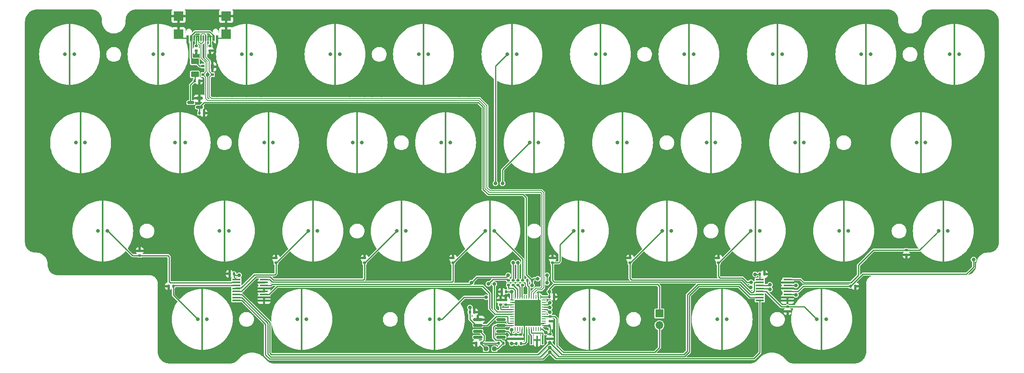
<source format=gbr>
%TF.GenerationSoftware,KiCad,Pcbnew,(7.0.0)*%
%TF.CreationDate,2023-05-15T11:19:55+02:00*%
%TF.ProjectId,travaulta prototype,74726176-6175-46c7-9461-2070726f746f,rev?*%
%TF.SameCoordinates,Original*%
%TF.FileFunction,Copper,L4,Bot*%
%TF.FilePolarity,Positive*%
%FSLAX46Y46*%
G04 Gerber Fmt 4.6, Leading zero omitted, Abs format (unit mm)*
G04 Created by KiCad (PCBNEW (7.0.0)) date 2023-05-15 11:19:55*
%MOMM*%
%LPD*%
G01*
G04 APERTURE LIST*
G04 Aperture macros list*
%AMRoundRect*
0 Rectangle with rounded corners*
0 $1 Rounding radius*
0 $2 $3 $4 $5 $6 $7 $8 $9 X,Y pos of 4 corners*
0 Add a 4 corners polygon primitive as box body*
4,1,4,$2,$3,$4,$5,$6,$7,$8,$9,$2,$3,0*
0 Add four circle primitives for the rounded corners*
1,1,$1+$1,$2,$3*
1,1,$1+$1,$4,$5*
1,1,$1+$1,$6,$7*
1,1,$1+$1,$8,$9*
0 Add four rect primitives between the rounded corners*
20,1,$1+$1,$2,$3,$4,$5,0*
20,1,$1+$1,$4,$5,$6,$7,0*
20,1,$1+$1,$6,$7,$8,$9,0*
20,1,$1+$1,$8,$9,$2,$3,0*%
%AMFreePoly0*
4,1,17,0.124698,6.656366,0.180194,6.586777,0.200000,6.500000,0.200000,-6.500000,0.180194,-6.586777,0.124698,-6.656366,0.044504,-6.694986,-0.044504,-6.694986,-0.124698,-6.656366,-0.180194,-6.586777,-0.200000,-6.500000,-0.200000,6.500000,-0.180194,6.586777,-0.124698,6.656366,-0.044504,6.694986,0.044504,6.694986,0.124698,6.656366,0.124698,6.656366,$1*%
G04 Aperture macros list end*
%TA.AperFunction,SMDPad,CuDef*%
%ADD10FreePoly0,0.000000*%
%TD*%
%TA.AperFunction,SMDPad,CuDef*%
%ADD11FreePoly0,180.000000*%
%TD*%
%TA.AperFunction,SMDPad,CuDef*%
%ADD12R,0.400000X1.900000*%
%TD*%
%TA.AperFunction,SMDPad,CuDef*%
%ADD13RoundRect,0.140000X0.140000X0.170000X-0.140000X0.170000X-0.140000X-0.170000X0.140000X-0.170000X0*%
%TD*%
%TA.AperFunction,SMDPad,CuDef*%
%ADD14RoundRect,0.140000X-0.140000X-0.170000X0.140000X-0.170000X0.140000X0.170000X-0.140000X0.170000X0*%
%TD*%
%TA.AperFunction,SMDPad,CuDef*%
%ADD15RoundRect,0.140000X-0.170000X0.140000X-0.170000X-0.140000X0.170000X-0.140000X0.170000X0.140000X0*%
%TD*%
%TA.AperFunction,SMDPad,CuDef*%
%ADD16RoundRect,0.150000X-0.825000X-0.150000X0.825000X-0.150000X0.825000X0.150000X-0.825000X0.150000X0*%
%TD*%
%TA.AperFunction,SMDPad,CuDef*%
%ADD17RoundRect,0.135000X-0.185000X0.135000X-0.185000X-0.135000X0.185000X-0.135000X0.185000X0.135000X0*%
%TD*%
%TA.AperFunction,SMDPad,CuDef*%
%ADD18RoundRect,0.135000X0.185000X-0.135000X0.185000X0.135000X-0.185000X0.135000X-0.185000X-0.135000X0*%
%TD*%
%TA.AperFunction,SMDPad,CuDef*%
%ADD19RoundRect,0.135000X-0.135000X-0.185000X0.135000X-0.185000X0.135000X0.185000X-0.135000X0.185000X0*%
%TD*%
%TA.AperFunction,SMDPad,CuDef*%
%ADD20RoundRect,0.062500X0.062500X-0.375000X0.062500X0.375000X-0.062500X0.375000X-0.062500X-0.375000X0*%
%TD*%
%TA.AperFunction,SMDPad,CuDef*%
%ADD21RoundRect,0.062500X0.375000X-0.062500X0.375000X0.062500X-0.375000X0.062500X-0.375000X-0.062500X0*%
%TD*%
%TA.AperFunction,SMDPad,CuDef*%
%ADD22R,5.600000X5.600000*%
%TD*%
%TA.AperFunction,SMDPad,CuDef*%
%ADD23RoundRect,0.135000X0.135000X0.185000X-0.135000X0.185000X-0.135000X-0.185000X0.135000X-0.185000X0*%
%TD*%
%TA.AperFunction,SMDPad,CuDef*%
%ADD24R,1.778000X0.419100*%
%TD*%
%TA.AperFunction,SMDPad,CuDef*%
%ADD25RoundRect,0.250000X-0.625000X0.375000X-0.625000X-0.375000X0.625000X-0.375000X0.625000X0.375000X0*%
%TD*%
%TA.AperFunction,SMDPad,CuDef*%
%ADD26R,0.700000X1.000000*%
%TD*%
%TA.AperFunction,SMDPad,CuDef*%
%ADD27R,0.700000X0.600000*%
%TD*%
%TA.AperFunction,SMDPad,CuDef*%
%ADD28RoundRect,0.140000X0.170000X-0.140000X0.170000X0.140000X-0.170000X0.140000X-0.170000X-0.140000X0*%
%TD*%
%TA.AperFunction,ComponentPad*%
%ADD29R,1.700000X1.700000*%
%TD*%
%TA.AperFunction,ComponentPad*%
%ADD30O,1.700000X1.700000*%
%TD*%
%TA.AperFunction,SMDPad,CuDef*%
%ADD31RoundRect,0.150000X0.587500X0.150000X-0.587500X0.150000X-0.587500X-0.150000X0.587500X-0.150000X0*%
%TD*%
%TA.AperFunction,SMDPad,CuDef*%
%ADD32RoundRect,0.237500X0.250000X0.237500X-0.250000X0.237500X-0.250000X-0.237500X0.250000X-0.237500X0*%
%TD*%
%TA.AperFunction,SMDPad,CuDef*%
%ADD33R,0.600000X1.300000*%
%TD*%
%TA.AperFunction,SMDPad,CuDef*%
%ADD34R,0.300000X1.300000*%
%TD*%
%TA.AperFunction,SMDPad,CuDef*%
%ADD35R,2.000000X2.000000*%
%TD*%
%TA.AperFunction,ViaPad*%
%ADD36C,0.800000*%
%TD*%
%TA.AperFunction,Conductor*%
%ADD37C,0.250000*%
%TD*%
%TA.AperFunction,Conductor*%
%ADD38C,0.200000*%
%TD*%
G04 APERTURE END LIST*
D10*
%TO.P,SW20,3,SG*%
%TO.N,GND*%
X211137500Y-76200000D03*
%TD*%
D11*
%TO.P,SW27,3,SG*%
%TO.N,GND*%
X163512500Y-95250000D03*
%TD*%
D10*
%TO.P,SW15,3,SG*%
%TO.N,GND*%
X115887500Y-76200000D03*
%TD*%
%TO.P,SW18,3,SG*%
%TO.N,GND*%
X173037500Y-76200000D03*
%TD*%
%TO.P,SW1,3,SG*%
%TO.N,GND*%
X53975000Y-57150000D03*
%TD*%
%TO.P,SW9,3,SG*%
%TO.N,GND*%
X206375000Y-57150000D03*
%TD*%
D11*
%TO.P,SW28,3,SG*%
%TO.N,GND*%
X182562500Y-95250000D03*
%TD*%
D10*
%TO.P,SW4,3,SG*%
%TO.N,GND*%
X111125000Y-57150000D03*
%TD*%
%TO.P,SW17,3,SG*%
%TO.N,GND*%
X153987500Y-76200000D03*
%TD*%
%TO.P,SW12,3,SG*%
%TO.N,GND*%
X56358000Y-76200000D03*
%TD*%
D11*
%TO.P,SW23,3,SG*%
%TO.N,GND*%
X87312500Y-95250000D03*
%TD*%
%TO.P,SW34,3,SG*%
%TO.N,GND*%
X132555000Y-114300000D03*
%TD*%
D10*
%TO.P,SW22,3,SG*%
%TO.N,GND*%
X61120000Y-95250000D03*
%TD*%
%TO.P,SW16,3,SG*%
%TO.N,GND*%
X134937500Y-76200000D03*
%TD*%
%TO.P,SW14,3,SG*%
%TO.N,GND*%
X96837500Y-76200000D03*
%TD*%
%TO.P,SW7,3,SG*%
%TO.N,GND*%
X168275000Y-57150000D03*
%TD*%
D11*
%TO.P,SW24,3,SG*%
%TO.N,GND*%
X106362500Y-95250000D03*
%TD*%
D10*
%TO.P,SW11,3,SG*%
%TO.N,GND*%
X244475000Y-57150000D03*
%TD*%
D11*
%TO.P,SW31,3,SG*%
%TO.N,GND*%
X242095000Y-95250000D03*
%TD*%
D10*
%TO.P,SW2,3,SG*%
%TO.N,GND*%
X73025000Y-57150000D03*
%TD*%
%TO.P,SW5,3,SG*%
%TO.N,GND*%
X130175000Y-57150000D03*
%TD*%
%TO.P,SW8,3,SG*%
%TO.N,GND*%
X187325000Y-57150000D03*
%TD*%
%TO.P,SW13,3,SG*%
%TO.N,GND*%
X77787500Y-76200000D03*
%TD*%
D11*
%TO.P,SW21,3,SG*%
%TO.N,GND*%
X237330000Y-76200000D03*
%TD*%
%TO.P,SW36,3,SG*%
%TO.N,GND*%
X194470000Y-114300000D03*
%TD*%
%TO.P,SW35,3,SG*%
%TO.N,GND*%
X165892000Y-114300000D03*
%TD*%
%TO.P,SW25,3,SG*%
%TO.N,GND*%
X125412500Y-95250000D03*
%TD*%
%TO.P,SW33,3,SG*%
%TO.N,GND*%
X103980000Y-114300000D03*
%TD*%
%TO.P,SW32,3,SG*%
%TO.N,GND*%
X82550000Y-114300000D03*
%TD*%
D10*
%TO.P,SW3,3,SG*%
%TO.N,GND*%
X92075000Y-57150000D03*
%TD*%
D11*
%TO.P,SW26,3,SG*%
%TO.N,GND*%
X144462500Y-95250000D03*
%TD*%
D10*
%TO.P,SW6,3,SG*%
%TO.N,GND*%
X149225000Y-57150000D03*
%TD*%
D11*
%TO.P,SW30,3,SG*%
%TO.N,GND*%
X220662500Y-95250000D03*
%TD*%
%TO.P,SW29,3,SG*%
%TO.N,GND*%
X201612500Y-95250000D03*
%TD*%
%TO.P,SW37,3,SG*%
%TO.N,GND*%
X215900000Y-114300000D03*
%TD*%
D10*
%TO.P,SW10,3,SG*%
%TO.N,GND*%
X225425000Y-57150000D03*
%TD*%
%TO.P,SW19,3,SG*%
%TO.N,GND*%
X192087500Y-76200000D03*
%TD*%
D12*
%TO.P,Y1,1,1*%
%TO.N,XTAL1*%
X153415999Y-118744999D03*
%TO.P,Y1,2,2*%
%TO.N,GND*%
X154615999Y-118744999D03*
%TO.P,Y1,3,3*%
%TO.N,XTAL0*%
X155815999Y-118744999D03*
%TD*%
D13*
%TO.P,C7,1*%
%TO.N,VBAT*%
X147984000Y-108331000D03*
%TO.P,C7,2*%
%TO.N,GND*%
X147024000Y-108331000D03*
%TD*%
D14*
%TO.P,C12,1*%
%TO.N,VBAT*%
X202609436Y-104534305D03*
%TO.P,C12,2*%
%TO.N,GND*%
X203569436Y-104534305D03*
%TD*%
D15*
%TO.P,C15,1*%
%TO.N,VBAT*%
X149031000Y-117540000D03*
%TO.P,C15,2*%
%TO.N,GND*%
X149031000Y-118500000D03*
%TD*%
D16*
%TO.P,U5,1*%
%TO.N,N/C*%
X141899097Y-118120501D03*
%TO.P,U5,2,IN-*%
%TO.N,Net-(JP1-B)*%
X141899097Y-116850501D03*
%TO.P,U5,3,IN+*%
%TO.N,APLEX_OUT_PIN_0*%
X141899097Y-115580501D03*
%TO.P,U5,4,V-*%
%TO.N,GND*%
X141899097Y-114310501D03*
%TO.P,U5,5*%
%TO.N,N/C*%
X146849097Y-114310501D03*
%TO.P,U5,6,OUT*%
%TO.N,ADC*%
X146849097Y-115580501D03*
%TO.P,U5,7,V+*%
%TO.N,VBAT*%
X146849097Y-116850501D03*
%TO.P,U5,8*%
%TO.N,N/C*%
X146849097Y-118120501D03*
%TD*%
D17*
%TO.P,R7,1*%
%TO.N,GND*%
X146742000Y-110107000D03*
%TO.P,R7,2*%
%TO.N,BOOT1*%
X146742000Y-111127000D03*
%TD*%
D18*
%TO.P,R11,1*%
%TO.N,COL2*%
X98425000Y-102110000D03*
%TO.P,R11,2*%
%TO.N,GND*%
X98425000Y-101090000D03*
%TD*%
D17*
%TO.P,R2,1*%
%TO.N,ROW2*%
X151511000Y-105877000D03*
%TO.P,R2,2*%
%TO.N,Net-(U1-PB15)*%
X151511000Y-106897000D03*
%TD*%
D14*
%TO.P,C9,1*%
%TO.N,VBAT*%
X157311000Y-115663994D03*
%TO.P,C9,2*%
%TO.N,GND*%
X158271000Y-115663994D03*
%TD*%
D19*
%TO.P,R4,1*%
%TO.N,Net-(U1-PA10)*%
X152525000Y-105918000D03*
%TO.P,R4,2*%
%TO.N,VBAT*%
X153545000Y-105918000D03*
%TD*%
D20*
%TO.P,U1,1,VBAT*%
%TO.N,VBAT*%
X155404000Y-116340500D03*
%TO.P,U1,2,PC13*%
%TO.N,unconnected-(U1-PC13-Pad2)*%
X154904000Y-116340500D03*
%TO.P,U1,3,PC14*%
%TO.N,unconnected-(U1-PC14-Pad3)*%
X154404000Y-116340500D03*
%TO.P,U1,4,PC15*%
%TO.N,unconnected-(U1-PC15-Pad4)*%
X153904000Y-116340500D03*
%TO.P,U1,5,PH0*%
%TO.N,XTAL0*%
X153404000Y-116340500D03*
%TO.P,U1,6,PH1*%
%TO.N,XTAL1*%
X152904000Y-116340500D03*
%TO.P,U1,7,NRST*%
%TO.N,NRST*%
X152404000Y-116340500D03*
%TO.P,U1,8,VSSA*%
%TO.N,GND*%
X151904000Y-116340500D03*
%TO.P,U1,9,VREF+*%
%TO.N,VBAT*%
X151404000Y-116340500D03*
%TO.P,U1,10,PA0*%
%TO.N,unconnected-(U1-PA0-Pad10)*%
X150904000Y-116340500D03*
%TO.P,U1,11,PA1*%
%TO.N,unconnected-(U1-PA1-Pad11)*%
X150404000Y-116340500D03*
%TO.P,U1,12,PA2*%
%TO.N,unconnected-(U1-PA2-Pad12)*%
X149904000Y-116340500D03*
D21*
%TO.P,U1,13,PA3*%
%TO.N,ADC*%
X149216500Y-115653000D03*
%TO.P,U1,14,PA4*%
%TO.N,APLEX_OUT_PIN_0*%
X149216500Y-115153000D03*
%TO.P,U1,15,PA5*%
%TO.N,unconnected-(U1-PA5-Pad15)*%
X149216500Y-114653000D03*
%TO.P,U1,16,PA6*%
%TO.N,unconnected-(U1-PA6-Pad16)*%
X149216500Y-114153000D03*
%TO.P,U1,17,PA7*%
%TO.N,unconnected-(U1-PA7-Pad17)*%
X149216500Y-113653000D03*
%TO.P,U1,18,PB0*%
%TO.N,APLEX_EN_PIN_0*%
X149216500Y-113153000D03*
%TO.P,U1,19,PB1*%
%TO.N,APLEX_EN_PIN_1*%
X149216500Y-112653000D03*
%TO.P,U1,20,PB2*%
%TO.N,BOOT1*%
X149216500Y-112153000D03*
%TO.P,U1,21,PB10*%
%TO.N,unconnected-(U1-PB10-Pad21)*%
X149216500Y-111653000D03*
%TO.P,U1,22,VCAP1*%
%TO.N,Net-(U1-VCAP1)*%
X149216500Y-111153000D03*
%TO.P,U1,23,VSS*%
%TO.N,GND*%
X149216500Y-110653000D03*
%TO.P,U1,24,VDD*%
%TO.N,VBAT*%
X149216500Y-110153000D03*
D20*
%TO.P,U1,25,PB12*%
%TO.N,Net-(U1-PB12)*%
X149904000Y-109465500D03*
%TO.P,U1,26,PB13*%
%TO.N,Net-(U1-PB13)*%
X150404000Y-109465500D03*
%TO.P,U1,27,PB14*%
%TO.N,Net-(U1-PB14)*%
X150904000Y-109465500D03*
%TO.P,U1,28,PB15*%
%TO.N,Net-(U1-PB15)*%
X151404000Y-109465500D03*
%TO.P,U1,29,PA8*%
%TO.N,unconnected-(U1-PA8-Pad29)*%
X151904000Y-109465500D03*
%TO.P,U1,30,PA9*%
%TO.N,unconnected-(U1-PA9-Pad30)*%
X152404000Y-109465500D03*
%TO.P,U1,31,PA10*%
%TO.N,Net-(U1-PA10)*%
X152904000Y-109465500D03*
%TO.P,U1,32,PA11*%
%TO.N,D-*%
X153404000Y-109465500D03*
%TO.P,U1,33,PA12*%
%TO.N,D+*%
X153904000Y-109465500D03*
%TO.P,U1,34,PA13*%
%TO.N,SWDIO*%
X154404000Y-109465500D03*
%TO.P,U1,35,VSS*%
%TO.N,GND*%
X154904000Y-109465500D03*
%TO.P,U1,36,VDD*%
%TO.N,VBAT*%
X155404000Y-109465500D03*
D21*
%TO.P,U1,37,PA14*%
%TO.N,SWCLK*%
X156091500Y-110153000D03*
%TO.P,U1,38,PA15*%
%TO.N,unconnected-(U1-PA15-Pad38)*%
X156091500Y-110653000D03*
%TO.P,U1,39,PB3*%
%TO.N,AMUX_SEL_2*%
X156091500Y-111153000D03*
%TO.P,U1,40,PB4*%
%TO.N,AMUX_SEL_1*%
X156091500Y-111653000D03*
%TO.P,U1,41,PB5*%
%TO.N,AMUX_SEL_0*%
X156091500Y-112153000D03*
%TO.P,U1,42,PB6*%
%TO.N,unconnected-(U1-PB6-Pad42)*%
X156091500Y-112653000D03*
%TO.P,U1,43,PB7*%
%TO.N,unconnected-(U1-PB7-Pad43)*%
X156091500Y-113153000D03*
%TO.P,U1,44,BOOT0*%
%TO.N,BOOT0*%
X156091500Y-113653000D03*
%TO.P,U1,45,PB8*%
%TO.N,unconnected-(U1-PB8-Pad45)*%
X156091500Y-114153000D03*
%TO.P,U1,46,PB9*%
%TO.N,unconnected-(U1-PB9-Pad46)*%
X156091500Y-114653000D03*
%TO.P,U1,47,VSS*%
%TO.N,GND*%
X156091500Y-115153000D03*
%TO.P,U1,48,VDD*%
%TO.N,VBAT*%
X156091500Y-115653000D03*
D22*
%TO.P,U1,49,VSS*%
%TO.N,GND*%
X152653999Y-112902999D03*
%TD*%
D18*
%TO.P,R12,1*%
%TO.N,COL5*%
X157956250Y-102110000D03*
%TO.P,R12,2*%
%TO.N,GND*%
X157956250Y-101090000D03*
%TD*%
%TO.P,R15,1*%
%TO.N,COL0*%
X69088000Y-100522500D03*
%TO.P,R15,2*%
%TO.N,GND*%
X69088000Y-99502500D03*
%TD*%
D15*
%TO.P,C11,1*%
%TO.N,VBAT*%
X151063000Y-117540000D03*
%TO.P,C11,2*%
%TO.N,GND*%
X151063000Y-118500000D03*
%TD*%
D23*
%TO.P,R13,1*%
%TO.N,COL1*%
X76305148Y-107156250D03*
%TO.P,R13,2*%
%TO.N,GND*%
X75285148Y-107156250D03*
%TD*%
D14*
%TO.P,C8,1*%
%TO.N,VBAT*%
X157311000Y-109474000D03*
%TO.P,C8,2*%
%TO.N,GND*%
X158271000Y-109474000D03*
%TD*%
D18*
%TO.P,R10,1*%
%TO.N,COL6*%
X174625000Y-102110000D03*
%TO.P,R10,2*%
%TO.N,GND*%
X174625000Y-101090000D03*
%TD*%
D24*
%TO.P,U3,1,A4*%
%TO.N,COL9*%
X208555589Y-105676699D03*
%TO.P,U3,2,A6*%
%TO.N,GND*%
X208555589Y-106326939D03*
%TO.P,U3,3,A*%
%TO.N,APLEX_OUT_PIN_0*%
X208555589Y-106977179D03*
%TO.P,U3,4,A7*%
%TO.N,GND*%
X208555589Y-107627419D03*
%TO.P,U3,5,A5*%
%TO.N,COL10*%
X208555589Y-108272579D03*
%TO.P,U3,6,~{E}*%
%TO.N,APLEX_EN_PIN_1*%
X208555589Y-108922819D03*
%TO.P,U3,7,VEE*%
%TO.N,GND*%
X208555589Y-109573059D03*
%TO.P,U3,8,GND*%
X208555589Y-110223299D03*
%TO.P,U3,9,S2*%
%TO.N,AMUX_SEL_2*%
X202606909Y-110223299D03*
%TO.P,U3,10,S1*%
%TO.N,AMUX_SEL_1*%
X202606909Y-109573059D03*
%TO.P,U3,11,S0*%
%TO.N,AMUX_SEL_0*%
X202606909Y-108922819D03*
%TO.P,U3,12,A3*%
%TO.N,COL8*%
X202606909Y-108272579D03*
%TO.P,U3,13,A0*%
%TO.N,COL7*%
X202606909Y-107627419D03*
%TO.P,U3,14,A1*%
%TO.N,COL6*%
X202606909Y-106977179D03*
%TO.P,U3,15,A2*%
%TO.N,COL5*%
X202606909Y-106326939D03*
%TO.P,U3,16,VCC*%
%TO.N,VBAT*%
X202606909Y-105676699D03*
%TD*%
D18*
%TO.P,R1,1*%
%TO.N,Net-(U1-PB12)*%
X148463000Y-106897000D03*
%TO.P,R1,2*%
%TO.N,ROW3*%
X148463000Y-105877000D03*
%TD*%
D17*
%TO.P,R16,1*%
%TO.N,COL9*%
X234156250Y-99377387D03*
%TO.P,R16,2*%
%TO.N,GND*%
X234156250Y-100397387D03*
%TD*%
D13*
%TO.P,C14,1*%
%TO.N,GND*%
X141132500Y-112712500D03*
%TO.P,C14,2*%
%TO.N,APLEX_OUT_PIN_0*%
X140172500Y-112712500D03*
%TD*%
D18*
%TO.P,R9,1*%
%TO.N,Net-(U1-PB13)*%
X149479000Y-106897000D03*
%TO.P,R9,2*%
%TO.N,ROW0*%
X149479000Y-105877000D03*
%TD*%
D13*
%TO.P,C13,1*%
%TO.N,VBAT*%
X89380000Y-104485820D03*
%TO.P,C13,2*%
%TO.N,GND*%
X88420000Y-104485820D03*
%TD*%
D19*
%TO.P,R21,1*%
%TO.N,Net-(JP1-B)*%
X146332687Y-119390501D03*
%TO.P,R21,2*%
%TO.N,ADC*%
X147352687Y-119390501D03*
%TD*%
D14*
%TO.P,C5,1*%
%TO.N,VBAT*%
X81943000Y-69850000D03*
%TO.P,C5,2*%
%TO.N,GND*%
X82903000Y-69850000D03*
%TD*%
D18*
%TO.P,R20,1*%
%TO.N,COL7*%
X193675000Y-102110000D03*
%TO.P,R20,2*%
%TO.N,GND*%
X193675000Y-101090000D03*
%TD*%
D23*
%TO.P,R23,1*%
%TO.N,Net-(JP1-B)*%
X142592312Y-119390501D03*
%TO.P,R23,2*%
%TO.N,GND*%
X141572312Y-119390501D03*
%TD*%
D17*
%TO.P,R14,1*%
%TO.N,COL8*%
X208548088Y-111558447D03*
%TO.P,R14,2*%
%TO.N,GND*%
X208548088Y-112578447D03*
%TD*%
D19*
%TO.P,R6,1*%
%TO.N,VBAT*%
X150169000Y-119507000D03*
%TO.P,R6,2*%
%TO.N,NRST*%
X151189000Y-119507000D03*
%TD*%
D25*
%TO.P,F_USBC1,1*%
%TO.N,VCC*%
X80962500Y-58671000D03*
%TO.P,F_USBC1,2*%
%TO.N,+5V*%
X80962500Y-61471000D03*
%TD*%
D26*
%TO.P,D1,1,GND*%
%TO.N,GND*%
X84692999Y-59828999D03*
D27*
%TO.P,D1,2,I/O1*%
%TO.N,D+*%
X84692999Y-61528999D03*
%TO.P,D1,3,I/O2*%
%TO.N,D-*%
X82692999Y-61528999D03*
%TO.P,D1,4,VCC*%
%TO.N,VCC*%
X82692999Y-59628999D03*
%TD*%
D18*
%TO.P,R18,1*%
%TO.N,GND*%
X81280000Y-56356250D03*
%TO.P,R18,2*%
%TO.N,Net-(USB1-CC1)*%
X81280000Y-55336250D03*
%TD*%
D17*
%TO.P,R3,1*%
%TO.N,BOOT0*%
X157410000Y-113663000D03*
%TO.P,R3,2*%
%TO.N,GND*%
X157410000Y-114683000D03*
%TD*%
%TO.P,R8,1*%
%TO.N,ROW1*%
X150495000Y-105877000D03*
%TO.P,R8,2*%
%TO.N,Net-(U1-PB14)*%
X150495000Y-106897000D03*
%TD*%
D19*
%TO.P,R5,1*%
%TO.N,COL10*%
X222146885Y-107164145D03*
%TO.P,R5,2*%
%TO.N,GND*%
X223166885Y-107164145D03*
%TD*%
D28*
%TO.P,C1,1*%
%TO.N,Net-(U1-VCAP1)*%
X147885000Y-111097000D03*
%TO.P,C1,2*%
%TO.N,GND*%
X147885000Y-110137000D03*
%TD*%
D14*
%TO.P,C4,1*%
%TO.N,+5V*%
X80927000Y-62865000D03*
%TO.P,C4,2*%
%TO.N,GND*%
X81887000Y-62865000D03*
%TD*%
D24*
%TO.P,U4,1,A4*%
%TO.N,COL4*%
X95843089Y-105676699D03*
%TO.P,U4,2,A6*%
%TO.N,GND*%
X95843089Y-106326939D03*
%TO.P,U4,3,A*%
%TO.N,APLEX_OUT_PIN_0*%
X95843089Y-106977179D03*
%TO.P,U4,4,A7*%
%TO.N,GND*%
X95843089Y-107627419D03*
%TO.P,U4,5,A5*%
X95843089Y-108272579D03*
%TO.P,U4,6,~{E}*%
%TO.N,APLEX_EN_PIN_0*%
X95843089Y-108922819D03*
%TO.P,U4,7,VEE*%
%TO.N,GND*%
X95843089Y-109573059D03*
%TO.P,U4,8,GND*%
X95843089Y-110223299D03*
%TO.P,U4,9,S2*%
%TO.N,AMUX_SEL_2*%
X89894409Y-110223299D03*
%TO.P,U4,10,S1*%
%TO.N,AMUX_SEL_1*%
X89894409Y-109573059D03*
%TO.P,U4,11,S0*%
%TO.N,AMUX_SEL_0*%
X89894409Y-108922819D03*
%TO.P,U4,12,A3*%
%TO.N,COL3*%
X89894409Y-108272579D03*
%TO.P,U4,13,A0*%
%TO.N,COL2*%
X89894409Y-107627419D03*
%TO.P,U4,14,A1*%
%TO.N,COL1*%
X89894409Y-106977179D03*
%TO.P,U4,15,A2*%
%TO.N,COL0*%
X89894409Y-106326939D03*
%TO.P,U4,16,VCC*%
%TO.N,VBAT*%
X89894409Y-105676699D03*
%TD*%
D29*
%TO.P,SW38,1,A*%
%TO.N,VBAT*%
X180974999Y-113024999D03*
D30*
%TO.P,SW38,2,B*%
%TO.N,BOOT0*%
X180974999Y-115564999D03*
%TD*%
D15*
%TO.P,C6,1*%
%TO.N,VBAT*%
X157410000Y-117503000D03*
%TO.P,C6,2*%
%TO.N,GND*%
X157410000Y-118463000D03*
%TD*%
D31*
%TO.P,U2,1,GND*%
%TO.N,GND*%
X81963500Y-66614000D03*
%TO.P,U2,2,VO*%
%TO.N,VBAT*%
X81963500Y-68514000D03*
%TO.P,U2,3,VI*%
%TO.N,+5V*%
X80088500Y-67564000D03*
%TD*%
D32*
%TO.P,JP1,1,A*%
%TO.N,ADC*%
X145462340Y-120650000D03*
%TO.P,JP1,2,B*%
%TO.N,Net-(JP1-B)*%
X143637340Y-120650000D03*
%TD*%
D33*
%TO.P,USB1,1,GND*%
%TO.N,GND*%
X79349999Y-53631249D03*
%TO.P,USB1,2,VBUS*%
%TO.N,VCC*%
X80149999Y-53631249D03*
D34*
%TO.P,USB1,3,SBU2*%
%TO.N,unconnected-(USB1-SBU2-Pad3)*%
X80799999Y-53631249D03*
%TO.P,USB1,4,CC1*%
%TO.N,Net-(USB1-CC1)*%
X81299999Y-53631249D03*
%TO.P,USB1,5,DN2*%
%TO.N,D-*%
X81799999Y-53631249D03*
%TO.P,USB1,6,DP1*%
%TO.N,D+*%
X82299999Y-53631249D03*
%TO.P,USB1,7,DN1*%
%TO.N,D-*%
X82799999Y-53631249D03*
%TO.P,USB1,8,DP2*%
%TO.N,D+*%
X83299999Y-53631249D03*
%TO.P,USB1,9,SBU1*%
%TO.N,unconnected-(USB1-SBU1-Pad9)*%
X83799999Y-53631249D03*
%TO.P,USB1,10,CC2*%
%TO.N,Net-(USB1-CC2)*%
X84299999Y-53631249D03*
D33*
%TO.P,USB1,11,VBUS*%
%TO.N,VCC*%
X84949999Y-53631249D03*
%TO.P,USB1,12,GND*%
%TO.N,GND*%
X85749999Y-53631249D03*
D35*
%TO.P,USB1,13,SHIELD*%
X77429999Y-48871249D03*
X77429999Y-52771249D03*
X87669999Y-48871249D03*
X87669999Y-52771249D03*
%TD*%
D18*
%TO.P,R19,1*%
%TO.N,COL4*%
X136525000Y-102110000D03*
%TO.P,R19,2*%
%TO.N,GND*%
X136525000Y-101090000D03*
%TD*%
D17*
%TO.P,R24,1*%
%TO.N,Net-(USB1-CC2)*%
X84201000Y-55336250D03*
%TO.P,R24,2*%
%TO.N,GND*%
X84201000Y-56356250D03*
%TD*%
D15*
%TO.P,C10,1*%
%TO.N,VBAT*%
X150047000Y-117540000D03*
%TO.P,C10,2*%
%TO.N,GND*%
X150047000Y-118500000D03*
%TD*%
D18*
%TO.P,R17,1*%
%TO.N,COL3*%
X117475000Y-102110000D03*
%TO.P,R17,2*%
%TO.N,GND*%
X117475000Y-101090000D03*
%TD*%
D36*
%TO.N,GND*%
X74295000Y-91313000D03*
X114300000Y-68278054D03*
X135597207Y-104261223D03*
X74457450Y-102146851D03*
X151003000Y-99314000D03*
X111125000Y-107950000D03*
X96463710Y-101616045D03*
X153987500Y-92075000D03*
X177165000Y-109855000D03*
X81280000Y-57277000D03*
X79634279Y-102166606D03*
X153988003Y-102068356D03*
X82550000Y-49999000D03*
X177176938Y-83255788D03*
X183356250Y-119062500D03*
X87249000Y-80010000D03*
X117475000Y-68262500D03*
X47117000Y-76200000D03*
X131445000Y-101854000D03*
X207962500Y-104366597D03*
X103187500Y-83125992D03*
X226028066Y-101600000D03*
X119027099Y-64169317D03*
X77430000Y-51094000D03*
X178593750Y-104324688D03*
X175451935Y-104317849D03*
X231534211Y-101576668D03*
X84198075Y-57286253D03*
X107950000Y-68278054D03*
X137577839Y-104298443D03*
X182499000Y-80010000D03*
X92075000Y-117475000D03*
X117445381Y-65971118D03*
X117475491Y-121047612D03*
X65244068Y-83266471D03*
X113284000Y-114300000D03*
X171831000Y-101981000D03*
X120215418Y-83268437D03*
X156464799Y-64146969D03*
X144653000Y-76200000D03*
X233867827Y-64186346D03*
X158602637Y-85060062D03*
X144688580Y-83212362D03*
X88926415Y-65964205D03*
X142113000Y-110617000D03*
X213758720Y-65997413D03*
X194539821Y-104317849D03*
X175816362Y-65997905D03*
X214425221Y-102091428D03*
X101155500Y-83125992D03*
X75819000Y-120777000D03*
X215272292Y-83233441D03*
X173101000Y-95250000D03*
X141859000Y-80010000D03*
X121059099Y-64169317D03*
X152584000Y-112903000D03*
X144374097Y-116215501D03*
X158753070Y-104320989D03*
X137901311Y-64231533D03*
X47371000Y-50800000D03*
X121095883Y-65974574D03*
X192539949Y-102088341D03*
X82558981Y-83268437D03*
X234950000Y-61087000D03*
X60075298Y-64176230D03*
X160918079Y-102299291D03*
X177839421Y-64193631D03*
X139700000Y-57150000D03*
X99867728Y-65952852D03*
X88900000Y-68262500D03*
X215781779Y-64193139D03*
X154003054Y-85382318D03*
X190232918Y-104293450D03*
X122237500Y-118268750D03*
X120650491Y-121047612D03*
X158750000Y-57150000D03*
X139262558Y-85049380D03*
X99815881Y-64231533D03*
X111125000Y-65960003D03*
X141294558Y-85049380D03*
X142081250Y-106362500D03*
X142081250Y-107950000D03*
X197035308Y-64193631D03*
X122986934Y-104249644D03*
X63212068Y-83266471D03*
X215900000Y-57150000D03*
X187325000Y-102108000D03*
X197044249Y-65997905D03*
X117331079Y-107950000D03*
X114272348Y-65964205D03*
X196850000Y-57150000D03*
X106426000Y-76200000D03*
X98422526Y-65950379D03*
X123825000Y-65951243D03*
X92868750Y-107950000D03*
X86288880Y-104214561D03*
X65253009Y-85070745D03*
X231512224Y-97872127D03*
X120506079Y-107950000D03*
X144716101Y-85427602D03*
X143668750Y-104344178D03*
X92075000Y-104154757D03*
X206505152Y-107452269D03*
X159004000Y-110744000D03*
X209550000Y-101508785D03*
X138303000Y-101981000D03*
X120904000Y-101727000D03*
X78607665Y-65964205D03*
X144653000Y-72517000D03*
X125349000Y-80010000D03*
X77600359Y-104245177D03*
X233876768Y-65990620D03*
X177800000Y-53213000D03*
X82189797Y-64153271D03*
X188111837Y-104311833D03*
X251079000Y-50800000D03*
X85751415Y-65964205D03*
X199852839Y-121754293D03*
X127000000Y-68309162D03*
X92075000Y-68262500D03*
X234146640Y-85107708D03*
X101092000Y-101600000D03*
X173573173Y-104293450D03*
X134874000Y-95250000D03*
X67120529Y-102090937D03*
X111125000Y-104214561D03*
X196338366Y-83219809D03*
X77300138Y-108312928D03*
X133985000Y-101727000D03*
X92075000Y-65964205D03*
X51435000Y-95250000D03*
X96774000Y-95250000D03*
X251206000Y-63500000D03*
X140493750Y-104333809D03*
X80962500Y-60071000D03*
X222758000Y-120650000D03*
X231844768Y-65990620D03*
X124474829Y-107950000D03*
X244094000Y-69723000D03*
X158496799Y-64146969D03*
X184221378Y-107343390D03*
X172415783Y-107530039D03*
X130175000Y-68309162D03*
X160911418Y-104281020D03*
X217417014Y-104354056D03*
X164306250Y-104289692D03*
X187216121Y-107327344D03*
X179217879Y-85060062D03*
X98425000Y-68262500D03*
X95250000Y-68262500D03*
X49530000Y-69850000D03*
X60116776Y-66008155D03*
X98425491Y-121047612D03*
X101847881Y-64231533D03*
X104728337Y-104167899D03*
X87249000Y-72644000D03*
X127000000Y-65951243D03*
X75692000Y-48895000D03*
X177848362Y-65997905D03*
X116496665Y-104176446D03*
X133383834Y-65953835D03*
X139933311Y-64231533D03*
X236537500Y-101600000D03*
X111125000Y-68278054D03*
X87312500Y-107950000D03*
X85725000Y-68262500D03*
X175807421Y-64193631D03*
X123825000Y-68309162D03*
X136525000Y-68262500D03*
X192561494Y-104301005D03*
X175418750Y-107530039D03*
X234950000Y-53340000D03*
X181768750Y-104324688D03*
X118375427Y-104200845D03*
X95250000Y-65964205D03*
X103148167Y-85096043D03*
X153987500Y-88900000D03*
X182499000Y-72390000D03*
X234154774Y-83203271D03*
X82567922Y-85072711D03*
X101899728Y-65952852D03*
X107950000Y-104191230D03*
X133350000Y-68309162D03*
X161131250Y-107950000D03*
X232114640Y-85107708D03*
X178593750Y-107530039D03*
X141285617Y-83245106D03*
X101121020Y-104154757D03*
X175895000Y-101981000D03*
X119063883Y-65974574D03*
X207168750Y-101473000D03*
X198361068Y-85095059D03*
X150018750Y-88900000D03*
X115824000Y-99314000D03*
X247015000Y-89027000D03*
X137872571Y-65974082D03*
X84599922Y-85072711D03*
X141859000Y-72517000D03*
X156473740Y-65951243D03*
X217304292Y-83233441D03*
X132556250Y-104249644D03*
X160634637Y-85060062D03*
X68453000Y-76200000D03*
X201676000Y-76200000D03*
X146681488Y-64206158D03*
X192024000Y-91313000D03*
X231835827Y-64186346D03*
X120650000Y-53213000D03*
X77851000Y-95250000D03*
X158593696Y-83255788D03*
X197643750Y-104323931D03*
X224282000Y-80137000D03*
X160625696Y-83255788D03*
X115607034Y-101739495D03*
X124619241Y-121047612D03*
X170676988Y-104308377D03*
X115824000Y-91313000D03*
X146793645Y-104323439D03*
X122247418Y-83268437D03*
X147066000Y-107315000D03*
X77602279Y-102166606D03*
X120650000Y-60960000D03*
X121126329Y-68333618D03*
X220662500Y-104354056D03*
X114298033Y-104219745D03*
X153321343Y-104242074D03*
X215281233Y-85037715D03*
X183356250Y-109855000D03*
X232122774Y-83203271D03*
X158505740Y-65951243D03*
X126206250Y-104261223D03*
X196329068Y-85095059D03*
X130175000Y-65951243D03*
X213749779Y-64193139D03*
X144653000Y-67691000D03*
X229235000Y-95250000D03*
X65659000Y-76200000D03*
X147896567Y-109273002D03*
X62148776Y-66008155D03*
X101600000Y-57150000D03*
X153987500Y-99218750D03*
X78581250Y-68262500D03*
X122256359Y-85072711D03*
X169545000Y-101981000D03*
X99212437Y-104149937D03*
X243967000Y-85725000D03*
X139904571Y-65974082D03*
X89408000Y-48895000D03*
X224282000Y-72390000D03*
X125349000Y-72517000D03*
X148586409Y-83241559D03*
X67120529Y-104050751D03*
X195003308Y-64193631D03*
X185166000Y-114300000D03*
X157162500Y-99314000D03*
X101911437Y-68262500D03*
X104775000Y-65960003D03*
X189144827Y-108929415D03*
X163576000Y-76200000D03*
X195012249Y-65997905D03*
X120888576Y-104225245D03*
X153288724Y-110807639D03*
X63221009Y-85070745D03*
X211905460Y-101600000D03*
X158750000Y-107950000D03*
X74295000Y-99314000D03*
X144652281Y-64206158D03*
X144653000Y-80010000D03*
X251079000Y-95123000D03*
X148209000Y-101981000D03*
X157956250Y-88900000D03*
X107936174Y-65943466D03*
X114300491Y-121047612D03*
X179208938Y-83255788D03*
X98806000Y-50800000D03*
X211201000Y-95250000D03*
X231521000Y-91186000D03*
X146685000Y-72517000D03*
X98425000Y-108743750D03*
X206375000Y-118268750D03*
X167481250Y-104289692D03*
X62107298Y-64176230D03*
X217313233Y-85037715D03*
X78581250Y-63500000D03*
X146685000Y-80010000D03*
X120224359Y-85072711D03*
X198370366Y-83219809D03*
X181768750Y-107343390D03*
X74441896Y-104246652D03*
X190240765Y-102103407D03*
X214312500Y-104348659D03*
X129381250Y-104261223D03*
X84590981Y-83268437D03*
X188641422Y-121694338D03*
X101116167Y-85096043D03*
X114156079Y-107950000D03*
X84137500Y-68262500D03*
X87312500Y-63500000D03*
X104775000Y-68278054D03*
X150550100Y-110815963D03*
X136558834Y-65953835D03*
X227965000Y-76200000D03*
X184936837Y-104311833D03*
X246473566Y-101666909D03*
X79653498Y-104245177D03*
X177185879Y-85060062D03*
X70970165Y-102114268D03*
X223043750Y-108743750D03*
X203835000Y-114300000D03*
X204787500Y-104370593D03*
X211681401Y-104370102D03*
X139253617Y-83245106D03*
X246062500Y-76200000D03*
X92075000Y-101600000D03*
X146685000Y-67691000D03*
X228600000Y-101600000D03*
X54356000Y-88900000D03*
X177800000Y-60960000D03*
X215790720Y-65997413D03*
X139953601Y-68350091D03*
X228600000Y-98425000D03*
X153346000Y-115062000D03*
X87653038Y-51101306D03*
X84074000Y-69850000D03*
X177165000Y-119062500D03*
X150425000Y-115062000D03*
%TO.N,APLEX_OUT_PIN_0*%
X210352632Y-106976214D03*
X156787000Y-106362500D03*
X156787000Y-104775000D03*
X148431250Y-104775000D03*
X140493750Y-106362500D03*
X140168917Y-111725196D03*
%TO.N,ROW0*%
X243459000Y-57150000D03*
X110109000Y-57150000D03*
X186309000Y-57150000D03*
X148209000Y-57150000D03*
X167259000Y-57150000D03*
X224409000Y-57150000D03*
X129159000Y-57150000D03*
X72009000Y-57150000D03*
X52959000Y-57150000D03*
X91059000Y-57150000D03*
X149495497Y-102108000D03*
X145669000Y-84987000D03*
X205359000Y-57150000D03*
%TO.N,ROW1*%
X55372000Y-76200000D03*
X191135000Y-76200000D03*
X133985000Y-76200000D03*
X147189272Y-84974626D03*
X76708000Y-76200000D03*
X153035000Y-76200000D03*
X210185000Y-76200000D03*
X171958000Y-76200000D03*
X114935000Y-76200000D03*
X150495000Y-102108000D03*
X238252000Y-76200000D03*
X95885000Y-76200000D03*
%TO.N,VBAT*%
X149155000Y-108331000D03*
X201599534Y-104576503D03*
X149158000Y-116524000D03*
X153545858Y-106982709D03*
X156556000Y-117129000D03*
X149189578Y-119489093D03*
X157291782Y-108302925D03*
X90487500Y-104775000D03*
X154781250Y-105533209D03*
%TO.N,COL0*%
X62103000Y-95250000D03*
X54991000Y-57150000D03*
X57277000Y-76200000D03*
%TO.N,COL1*%
X74041000Y-57150000D03*
X81550000Y-114300000D03*
X86233000Y-95250000D03*
X78867000Y-76200000D03*
%TO.N,COL2*%
X93075000Y-57150000D03*
X105362500Y-95250000D03*
X97790000Y-76200000D03*
X102980000Y-114300000D03*
%TO.N,COL3*%
X124412500Y-95250000D03*
X116887500Y-76200000D03*
X131555000Y-114300000D03*
X112125000Y-57150000D03*
%TO.N,COL4*%
X143462500Y-95250000D03*
X135937500Y-76200000D03*
X131175000Y-57150000D03*
%TO.N,COL5*%
X150241000Y-57150000D03*
X162512500Y-95250000D03*
X164846000Y-114300000D03*
X154940000Y-76200000D03*
%TO.N,COL6*%
X169291000Y-57150000D03*
X173990000Y-76200000D03*
X181562500Y-95250000D03*
X204755969Y-106823574D03*
X200668410Y-107440416D03*
%TO.N,COL7*%
X188325000Y-57150000D03*
X200674646Y-106307080D03*
X200612500Y-95250000D03*
X193421000Y-114300000D03*
X204787500Y-107822580D03*
X193040000Y-76200000D03*
%TO.N,COL8*%
X207391000Y-57150000D03*
X214884000Y-114300000D03*
X219662500Y-95250000D03*
X212090000Y-76200000D03*
%TO.N,COL9*%
X241095000Y-95250000D03*
X226441000Y-57150000D03*
X236347000Y-76200000D03*
%TO.N,ROW2*%
X164512500Y-95250000D03*
X221662500Y-95250000D03*
X126412500Y-95250000D03*
X243078000Y-95250000D03*
X202612500Y-95250000D03*
X107362500Y-95250000D03*
X145462500Y-95250000D03*
X60071000Y-95250000D03*
X88312500Y-95250000D03*
X183562500Y-95250000D03*
%TO.N,ROW3*%
X144157368Y-106657415D03*
X104980000Y-114300000D03*
X143668750Y-109537500D03*
X195453000Y-114300000D03*
X216916000Y-114300000D03*
X166878000Y-114300000D03*
X133555000Y-114300000D03*
X83550000Y-114300000D03*
%TO.N,AMUX_SEL_2*%
X157348680Y-121365408D03*
X157353000Y-110744000D03*
%TO.N,AMUX_SEL_1*%
X157357299Y-111755701D03*
X157364941Y-120356364D03*
%TO.N,AMUX_SEL_0*%
X157353500Y-119342500D03*
X157353000Y-112776000D03*
%TO.N,APLEX_EN_PIN_1*%
X145415000Y-106680000D03*
X210343750Y-108997080D03*
%TO.N,COL10*%
X245491000Y-57150000D03*
X248602500Y-101409500D03*
%TD*%
D37*
%TO.N,GND*%
X85750000Y-53624000D02*
X86810000Y-53624000D01*
X157410000Y-114683000D02*
X158047000Y-114683000D01*
X86810000Y-53624000D02*
X87670000Y-52764000D01*
X151896000Y-113591000D02*
X152584000Y-112903000D01*
X77430000Y-52764000D02*
X77430000Y-51094000D01*
X151896000Y-116340500D02*
X151896000Y-113591000D01*
X154851186Y-115157180D02*
X154701186Y-115007180D01*
X77430000Y-48864000D02*
X75723000Y-48864000D01*
X78290000Y-53624000D02*
X77430000Y-52764000D01*
X149040000Y-118491000D02*
X149031000Y-118500000D01*
X82903000Y-69850000D02*
X84074000Y-69850000D01*
X154889279Y-109405399D02*
X154889279Y-110592899D01*
X152646000Y-112903000D02*
X152637137Y-112903000D01*
X89377000Y-48864000D02*
X89408000Y-48895000D01*
X81280000Y-56390000D02*
X81280000Y-57277000D01*
X75723000Y-48864000D02*
X75692000Y-48895000D01*
X84201000Y-56356250D02*
X84201000Y-57283328D01*
X150400100Y-110665963D02*
X150550100Y-110815963D01*
X77430000Y-51094000D02*
X77470000Y-51054000D01*
X151896000Y-116340500D02*
X151896000Y-118233000D01*
X87670000Y-48864000D02*
X89377000Y-48864000D01*
X79350000Y-53624000D02*
X78290000Y-53624000D01*
X158299000Y-114935000D02*
X158299000Y-115635994D01*
X87670000Y-52764000D02*
X87670000Y-51118268D01*
X158299000Y-115635994D02*
X158271000Y-115663994D01*
X150550100Y-110815963D02*
X150387137Y-110653000D01*
X77430000Y-51094000D02*
X77430000Y-48864000D01*
X156038686Y-115157180D02*
X154851186Y-115157180D01*
X87670000Y-51084344D02*
X87670000Y-48864000D01*
X151896000Y-118233000D02*
X151638000Y-118491000D01*
X154889279Y-110592899D02*
X154739279Y-110742899D01*
X151638000Y-118491000D02*
X149040000Y-118491000D01*
X158299000Y-114935000D02*
X158047000Y-114683000D01*
X149212600Y-110665963D02*
X150400100Y-110665963D01*
X84201000Y-57283328D02*
X84198075Y-57286253D01*
X150387137Y-110653000D02*
X149216500Y-110653000D01*
D38*
%TO.N,D-*%
X153396000Y-109457500D02*
X153404000Y-109465500D01*
X81800000Y-54474000D02*
X82063000Y-54737000D01*
X83343000Y-58928000D02*
X83343000Y-60879000D01*
X81800000Y-53624000D02*
X81800000Y-54474000D01*
X155687500Y-105678500D02*
X155687500Y-87196936D01*
X144296814Y-86918750D02*
X143427000Y-86048936D01*
X155686125Y-105679875D02*
X155687500Y-105681250D01*
X83343000Y-60879000D02*
X82693000Y-61529000D01*
X155686125Y-105679875D02*
X155687500Y-105678500D01*
X82296000Y-54737000D02*
X82550000Y-54737000D01*
X155687500Y-87196936D02*
X155409314Y-86918750D01*
X155687500Y-107271814D02*
X155409314Y-107550000D01*
X142162040Y-67075000D02*
X83712000Y-67075000D01*
X154387500Y-107550000D02*
X153396000Y-108541500D01*
X143427000Y-68339960D02*
X142162040Y-67075000D01*
X153396000Y-108541500D02*
X153396000Y-108743750D01*
X155409314Y-107550000D02*
X154387500Y-107550000D01*
X155687500Y-105681250D02*
X155687500Y-107271814D01*
X83312000Y-62148000D02*
X82693000Y-61529000D01*
X83712000Y-67075000D02*
X83312000Y-66675000D01*
X82296000Y-57881000D02*
X83343000Y-58928000D01*
X153396000Y-108743750D02*
X153396000Y-109457500D01*
X143427000Y-86048936D02*
X143427000Y-68339960D01*
X82296000Y-54737000D02*
X82296000Y-57881000D01*
X82800000Y-54487000D02*
X82800000Y-53624000D01*
X155409314Y-86918750D02*
X144296814Y-86918750D01*
X82550000Y-54737000D02*
X82800000Y-54487000D01*
X82063000Y-54737000D02*
X82296000Y-54737000D01*
X83312000Y-66675000D02*
X83312000Y-62148000D01*
%TO.N,D+*%
X83300000Y-53624000D02*
X83300000Y-57804000D01*
X155575000Y-86518750D02*
X156087500Y-87031251D01*
X153896000Y-109457500D02*
X153904000Y-109465500D01*
X84043000Y-58547000D02*
X84043000Y-60879000D01*
X84043000Y-60879000D02*
X84693000Y-61529000D01*
X84519000Y-66675000D02*
X142327725Y-66675000D01*
X153904000Y-108701750D02*
X153904000Y-109465500D01*
X84648000Y-61529000D02*
X84074000Y-62103000D01*
X83300000Y-57804000D02*
X84043000Y-58547000D01*
X82300000Y-53624000D02*
X82300000Y-52828000D01*
X83058000Y-52705000D02*
X83300000Y-52947000D01*
X143827000Y-68174275D02*
X143827000Y-85883250D01*
X154655750Y-107950000D02*
X153904000Y-108701750D01*
X156087500Y-105568750D02*
X156087500Y-107437500D01*
X84074000Y-62103000D02*
X84074000Y-66230000D01*
X143827000Y-85883250D02*
X144462500Y-86518750D01*
X82423000Y-52705000D02*
X83058000Y-52705000D01*
X142327725Y-66675000D02*
X143827000Y-68174275D01*
X84693000Y-61529000D02*
X84648000Y-61529000D01*
X82300000Y-52828000D02*
X82423000Y-52705000D01*
X144462500Y-86518750D02*
X155575000Y-86518750D01*
X84074000Y-66230000D02*
X84519000Y-66675000D01*
X155575000Y-107950000D02*
X154655750Y-107950000D01*
X156087500Y-87031251D02*
X156087500Y-105568750D01*
X156087500Y-105568750D02*
X156087500Y-105844186D01*
X83300000Y-52947000D02*
X83300000Y-53624000D01*
X156087500Y-107437500D02*
X155575000Y-107950000D01*
D37*
%TO.N,VCC*%
X80994000Y-52280000D02*
X84137500Y-52280000D01*
X84137500Y-52280000D02*
X84950000Y-53092500D01*
X80150000Y-57858500D02*
X80962500Y-58671000D01*
X81920500Y-59629000D02*
X82693000Y-59629000D01*
X80150000Y-53124000D02*
X80994000Y-52280000D01*
X84950000Y-53092500D02*
X84950000Y-53631250D01*
X80150000Y-53624000D02*
X80150000Y-57858500D01*
X80150000Y-53624000D02*
X80150000Y-53124000D01*
X80962500Y-58671000D02*
X81920500Y-59629000D01*
%TO.N,+5V*%
X80899000Y-62865000D02*
X80010000Y-63754000D01*
X80962500Y-62829500D02*
X80927000Y-62865000D01*
X80962500Y-61471000D02*
X80962500Y-62829500D01*
X80927000Y-62865000D02*
X80899000Y-62865000D01*
X80010000Y-67485500D02*
X80088500Y-67564000D01*
X80010000Y-63754000D02*
X80010000Y-67485500D01*
%TO.N,Net-(U1-VCAP1)*%
X147941000Y-111153000D02*
X149216500Y-111153000D01*
X147885000Y-111097000D02*
X147941000Y-111153000D01*
%TO.N,NRST*%
X151954000Y-119507000D02*
X152396000Y-119065000D01*
X152396000Y-117348000D02*
X152396000Y-116348500D01*
X151189000Y-119507000D02*
X151954000Y-119507000D01*
X152396000Y-117348000D02*
X152396000Y-119065000D01*
X152396000Y-116348500D02*
X152404000Y-116340500D01*
X152396000Y-116340500D02*
X152396000Y-117348000D01*
%TO.N,APLEX_OUT_PIN_0*%
X141681250Y-105175000D02*
X148031250Y-105175000D01*
X148342847Y-113834251D02*
X148342847Y-115005347D01*
X95843090Y-106977180D02*
X97360320Y-106977180D01*
X140172500Y-112712500D02*
X140172500Y-111728779D01*
X148490500Y-115153000D02*
X149216500Y-115153000D01*
X140493750Y-106362500D02*
X141681250Y-105175000D01*
X210351666Y-106977180D02*
X210352632Y-106976214D01*
X145827346Y-113685501D02*
X148194097Y-113685501D01*
X141899097Y-115580501D02*
X143932346Y-115580501D01*
X148194097Y-113685501D02*
X148342847Y-113834251D01*
X140150000Y-106706250D02*
X140493750Y-106362500D01*
X148031250Y-105175000D02*
X148431250Y-104775000D01*
X140172500Y-111728779D02*
X140168917Y-111725196D01*
X208555590Y-106977180D02*
X210351666Y-106977180D01*
X141899097Y-115580501D02*
X141522346Y-115580501D01*
X148342847Y-115005347D02*
X148490500Y-115153000D01*
X97631250Y-106706250D02*
X139700000Y-106706250D01*
X139700000Y-106706250D02*
X140150000Y-106706250D01*
X141522346Y-115580501D02*
X140172500Y-114230655D01*
X143932346Y-115580501D02*
X145827346Y-113685501D01*
X97360320Y-106977180D02*
X97631250Y-106706250D01*
X208555590Y-106977180D02*
X209767770Y-106977180D01*
X156787000Y-106362500D02*
X156787000Y-104775000D01*
X140172500Y-114230655D02*
X140172500Y-112712500D01*
%TO.N,ROW0*%
X145669000Y-59690000D02*
X145669000Y-84875500D01*
X148209000Y-57150000D02*
X145669000Y-59690000D01*
X149479000Y-102124497D02*
X149479000Y-105877000D01*
X149495497Y-102108000D02*
X149479000Y-102124497D01*
%TO.N,ROW1*%
X147189272Y-82045728D02*
X153035000Y-76200000D01*
X147189272Y-82045728D02*
X147189272Y-84974626D01*
X150495000Y-102108000D02*
X150495000Y-105877000D01*
%TO.N,Net-(JP1-B)*%
X142592312Y-119390501D02*
X146332687Y-119390501D01*
X142592312Y-119390501D02*
X142592312Y-119604972D01*
X142275848Y-116850501D02*
X143199097Y-117773750D01*
X143199097Y-117773750D02*
X143199097Y-118783716D01*
X143199097Y-118783716D02*
X142592312Y-119390501D01*
X141899097Y-116850501D02*
X142275848Y-116850501D01*
X142592312Y-119604972D02*
X143637340Y-120650000D01*
%TO.N,VBAT*%
X143250959Y-86473936D02*
X144120773Y-87343750D01*
X157410000Y-115762994D02*
X157410000Y-117503000D01*
X151150000Y-117540000D02*
X151063000Y-117540000D01*
X202567238Y-104576503D02*
X202609436Y-104534305D01*
X150169000Y-119507000D02*
X149207485Y-119507000D01*
X201599534Y-104576503D02*
X202567238Y-104576503D01*
X157302500Y-109465500D02*
X157311000Y-109474000D01*
X89380000Y-104485820D02*
X89380000Y-105162290D01*
X151396000Y-117294000D02*
X151150000Y-117540000D01*
X151606250Y-87343750D02*
X152262500Y-88000000D01*
X149208500Y-110153000D02*
X149155000Y-110099500D01*
X152262500Y-104637500D02*
X153543000Y-105918000D01*
X156083500Y-115653000D02*
X157300006Y-115653000D01*
X157311000Y-108322143D02*
X157291782Y-108302925D01*
X142811750Y-68325750D02*
X143002000Y-68516000D01*
X157311000Y-115663994D02*
X157410000Y-115762994D01*
X143002000Y-86224977D02*
X143250959Y-86473936D01*
X149207485Y-119507000D02*
X149189578Y-119489093D01*
X157311000Y-115663994D02*
X156102494Y-115663994D01*
X141986000Y-67500000D02*
X82977500Y-67500000D01*
X151396000Y-116340500D02*
X151396000Y-116840000D01*
X151396000Y-116840000D02*
X151396000Y-117294000D01*
X151063000Y-117540000D02*
X149031000Y-117540000D01*
X89380000Y-105162290D02*
X89894410Y-105676700D01*
X155767500Y-116340500D02*
X156556000Y-117129000D01*
X149031000Y-116651000D02*
X149158000Y-116524000D01*
X151396000Y-116348500D02*
X151404000Y-116340500D01*
X145256250Y-87343750D02*
X151606250Y-87343750D01*
X144120773Y-87343750D02*
X145256250Y-87343750D01*
X152262500Y-88000000D02*
X152262500Y-89693750D01*
X156930000Y-117503000D02*
X157410000Y-117503000D01*
X149155000Y-110099500D02*
X149155000Y-108331000D01*
X143002000Y-69596000D02*
X143002000Y-85725000D01*
X157291782Y-107749218D02*
X157291782Y-108302925D01*
X156556000Y-117129000D02*
X156930000Y-117503000D01*
X155396000Y-109465500D02*
X157302500Y-109465500D01*
X155404000Y-109465500D02*
X157302500Y-109465500D01*
X147984000Y-108331000D02*
X149155000Y-108331000D01*
X152262500Y-89693750D02*
X152262500Y-104637500D01*
X156102494Y-115663994D02*
X156091500Y-115653000D01*
X149155000Y-108331000D02*
X149155000Y-110091500D01*
X180975000Y-107156250D02*
X180525000Y-106706250D01*
X149155000Y-110091500D02*
X149216500Y-110153000D01*
X202609436Y-105674174D02*
X202606910Y-105676700D01*
X89669180Y-104775000D02*
X90487500Y-104775000D01*
X153543000Y-105918000D02*
X153545000Y-105918000D01*
X152262500Y-89016500D02*
X152262500Y-89693750D01*
X180525000Y-106706250D02*
X158334750Y-106706250D01*
X154781250Y-105533209D02*
X153929791Y-105533209D01*
X153545858Y-106982709D02*
X153545858Y-105918858D01*
X89380000Y-104485820D02*
X89669180Y-104775000D01*
X153545858Y-105918858D02*
X153545000Y-105918000D01*
X180975000Y-113025000D02*
X180975000Y-107156250D01*
X149031000Y-117540000D02*
X148341501Y-116850501D01*
X141986000Y-67500000D02*
X142811750Y-68325750D01*
X81963500Y-68514000D02*
X82029500Y-68580000D01*
X81943000Y-68534500D02*
X81963500Y-68514000D01*
X151396000Y-116840000D02*
X151396000Y-116348500D01*
X158334750Y-106706250D02*
X157291782Y-107749218D01*
X149031000Y-117540000D02*
X149023391Y-117540000D01*
X149031000Y-117540000D02*
X149031000Y-116651000D01*
X82977500Y-67500000D02*
X81963500Y-68514000D01*
X148341501Y-116850501D02*
X146849097Y-116850501D01*
X155396000Y-116340500D02*
X155767500Y-116340500D01*
X155767500Y-116340500D02*
X155404000Y-116340500D01*
X202609436Y-104534305D02*
X202609436Y-105674174D01*
X81943000Y-69850000D02*
X81943000Y-68534500D01*
X153929791Y-105533209D02*
X153545000Y-105918000D01*
X143002000Y-85725000D02*
X143002000Y-86224977D01*
X157311000Y-109474000D02*
X157311000Y-108322143D01*
X143002000Y-68516000D02*
X143002000Y-69850000D01*
%TO.N,BOOT1*%
X146742000Y-112014000D02*
X146881000Y-112153000D01*
X146881000Y-112153000D02*
X149216500Y-112153000D01*
X146742000Y-111127000D02*
X146742000Y-112014000D01*
%TO.N,COL0*%
X66435875Y-99457875D02*
X67500500Y-100522500D01*
X88900000Y-106326940D02*
X88867940Y-106359000D01*
X88867940Y-106359000D02*
X75646923Y-106359000D01*
X62228000Y-95250000D02*
X62103000Y-95250000D01*
X89894410Y-106326940D02*
X88900000Y-106326940D01*
X75646923Y-106359000D02*
X75406250Y-106118327D01*
X67500500Y-100522500D02*
X69088000Y-100522500D01*
X75122500Y-100522500D02*
X69088000Y-100522500D01*
X75406250Y-100806250D02*
X75122500Y-100522500D01*
X66435875Y-99457875D02*
X62228000Y-95250000D01*
X75406250Y-106118327D02*
X75406250Y-100806250D01*
%TO.N,COL1*%
X76484218Y-106977180D02*
X89894410Y-106977180D01*
X76305148Y-107156250D02*
X76305148Y-109055148D01*
X76305148Y-109055148D02*
X81550000Y-114300000D01*
X76305148Y-107156250D02*
X76484218Y-106977180D01*
%TO.N,COL2*%
X98425000Y-102110000D02*
X98502500Y-102110000D01*
X90925770Y-107511730D02*
X93745350Y-104692150D01*
X98425000Y-104437275D02*
X98425000Y-102110000D01*
X98502500Y-102110000D02*
X105362500Y-95250000D01*
X93745350Y-104692150D02*
X98170125Y-104692150D01*
X98170125Y-104692150D02*
X98425000Y-104437275D01*
X89693750Y-107511730D02*
X90925770Y-107511730D01*
%TO.N,COL3*%
X89894410Y-108272580D02*
X90958670Y-108272580D01*
X97204650Y-105142150D02*
X97868750Y-105806250D01*
X94089100Y-105142150D02*
X97204650Y-105142150D01*
X97868750Y-105806250D02*
X117237500Y-105806250D01*
X117552500Y-102110000D02*
X124412500Y-95250000D01*
X117475000Y-105568750D02*
X117475000Y-102110000D01*
X117237500Y-105806250D02*
X117475000Y-105568750D01*
X90958670Y-108272580D02*
X94089100Y-105142150D01*
X117475000Y-102110000D02*
X117552500Y-102110000D01*
%TO.N,COL4*%
X97051700Y-105676700D02*
X97631250Y-106256250D01*
X136602500Y-102110000D02*
X143462500Y-95250000D01*
X136525000Y-102110000D02*
X136602500Y-102110000D01*
X136525000Y-106071626D02*
X136525000Y-102110000D01*
X136525236Y-106071862D02*
X136525000Y-106071626D01*
X97631250Y-106256250D02*
X136340848Y-106256250D01*
X95843090Y-105676700D02*
X97051700Y-105676700D01*
X136340848Y-106256250D02*
X136525236Y-106071862D01*
%TO.N,COL5*%
X159260000Y-102110000D02*
X159543750Y-101826250D01*
X201089680Y-108472820D02*
X201392910Y-108169590D01*
X200676216Y-108472820D02*
X201089680Y-108472820D01*
X162512500Y-95250000D02*
X159543750Y-98218750D01*
X198459646Y-106256250D02*
X158369000Y-106256250D01*
X201467910Y-106326940D02*
X202606910Y-106326940D01*
X158215750Y-106103000D02*
X157956250Y-105843500D01*
X200089198Y-107885802D02*
X198459646Y-106256250D01*
X200089198Y-107885802D02*
X200676216Y-108472820D01*
X201392910Y-106401940D02*
X201467910Y-106326940D01*
X157956250Y-105843500D02*
X157956250Y-102110000D01*
X159260000Y-102110000D02*
X157956250Y-102110000D01*
X158369000Y-106256250D02*
X157956250Y-105843500D01*
X201392910Y-108169590D02*
X201392910Y-106401940D01*
X159543750Y-101826250D02*
X159543750Y-98218750D01*
%TO.N,COL6*%
X174625000Y-102110000D02*
X174625000Y-105439795D01*
X198675000Y-105806250D02*
X200309166Y-107440416D01*
X174991456Y-105806250D02*
X198675000Y-105806250D01*
X204602363Y-106977180D02*
X204755969Y-106823574D01*
X174702500Y-102110000D02*
X181562500Y-95250000D01*
X200309166Y-107440416D02*
X200668410Y-107440416D01*
X202606910Y-106977180D02*
X204602363Y-106977180D01*
X174625000Y-105439795D02*
X174991456Y-105806250D01*
%TO.N,COL7*%
X193752500Y-102110000D02*
X200612500Y-95250000D01*
X193675000Y-102110000D02*
X193675000Y-105043096D01*
X193988154Y-105356250D02*
X198861396Y-105356250D01*
X202606910Y-107627420D02*
X204592340Y-107627420D01*
X193675000Y-105043096D02*
X193988154Y-105356250D01*
X199812226Y-106307080D02*
X200674646Y-106307080D01*
X198861396Y-105356250D02*
X199812226Y-106307080D01*
X204592340Y-107627420D02*
X204787500Y-107822580D01*
%TO.N,COL8*%
X203931520Y-108272580D02*
X202606910Y-108272580D01*
X207217387Y-111558447D02*
X203931520Y-108272580D01*
X212142447Y-111558447D02*
X214884000Y-114300000D01*
X208548088Y-111558447D02*
X207217387Y-111558447D01*
X208548088Y-111558447D02*
X212142447Y-111558447D01*
%TO.N,COL9*%
X234156250Y-99377387D02*
X227047425Y-99377387D01*
X222250000Y-106362500D02*
X212020921Y-106362500D01*
X234156250Y-99377387D02*
X236967613Y-99377387D01*
X237228750Y-99116250D02*
X240403750Y-95941250D01*
X212020921Y-106362500D02*
X211335121Y-105676700D01*
X211335121Y-105676700D02*
X208555590Y-105676700D01*
X225521781Y-100903031D02*
X223837500Y-102587311D01*
X236967613Y-99377387D02*
X240403750Y-95941250D01*
X226027424Y-100397387D02*
X225521781Y-100903031D01*
X227047425Y-99377387D02*
X225521781Y-100903031D01*
X223837500Y-104775000D02*
X222250000Y-106362500D01*
X223837500Y-102587311D02*
X223837500Y-104775000D01*
X240403750Y-95941250D02*
X241095000Y-95250000D01*
%TO.N,ROW2*%
X145462500Y-95250000D02*
X151511000Y-101298500D01*
X151511000Y-101298500D02*
X151511000Y-105877000D01*
%TO.N,ROW3*%
X133555000Y-114300000D02*
X134201500Y-114300000D01*
X134201500Y-114300000D02*
X138935125Y-109566375D01*
X143668750Y-109537500D02*
X138964000Y-109537500D01*
X146050000Y-105625000D02*
X148211000Y-105625000D01*
X148211000Y-105625000D02*
X148463000Y-105877000D01*
X146050000Y-105625000D02*
X145189783Y-105625000D01*
X145189783Y-105625000D02*
X144157368Y-106657415D01*
%TO.N,Net-(U1-PB12)*%
X148500000Y-107606000D02*
X148463000Y-107569000D01*
X149455305Y-107606000D02*
X148500000Y-107606000D01*
X149896000Y-108204000D02*
X149896000Y-109457500D01*
X149896000Y-109457500D02*
X149904000Y-109465500D01*
X149896000Y-108204000D02*
X149896000Y-108046695D01*
X149896000Y-109465500D02*
X149896000Y-108204000D01*
X149896000Y-108046695D02*
X149455305Y-107606000D01*
X148463000Y-107569000D02*
X148463000Y-106897000D01*
%TO.N,Net-(U1-PB15)*%
X151396000Y-109457500D02*
X151404000Y-109465500D01*
X151396000Y-107012000D02*
X151511000Y-106897000D01*
X151396000Y-107696000D02*
X151396000Y-107012000D01*
X151396000Y-107696000D02*
X151396000Y-109457500D01*
X151396000Y-109465500D02*
X151396000Y-107696000D01*
%TO.N,Net-(U1-PA10)*%
X152896000Y-107950000D02*
X152896000Y-107303000D01*
X152896000Y-109465500D02*
X152896000Y-107950000D01*
X152527000Y-105920000D02*
X152525000Y-105918000D01*
X152896000Y-109457500D02*
X152904000Y-109465500D01*
X152896000Y-107303000D02*
X152527000Y-106934000D01*
X152527000Y-106934000D02*
X152527000Y-105920000D01*
X152896000Y-107950000D02*
X152896000Y-109457500D01*
%TO.N,XTAL0*%
X155759000Y-117221000D02*
X155816000Y-117278000D01*
X153396000Y-116840000D02*
X153396000Y-117144000D01*
X153396000Y-117144000D02*
X153473000Y-117221000D01*
X153473000Y-117221000D02*
X155759000Y-117221000D01*
X155816000Y-117278000D02*
X155816000Y-118745000D01*
X153396000Y-116840000D02*
X153396000Y-116348500D01*
X153396000Y-116348500D02*
X153404000Y-116340500D01*
X153396000Y-116340500D02*
X153396000Y-116840000D01*
%TO.N,XTAL1*%
X153416000Y-117800396D02*
X153416000Y-118745000D01*
X152896000Y-116340500D02*
X152896000Y-117221000D01*
X152896000Y-117221000D02*
X152896000Y-116348500D01*
X152896000Y-116348500D02*
X152904000Y-116340500D01*
X152896000Y-117221000D02*
X152896000Y-117280396D01*
X152896000Y-117280396D02*
X153416000Y-117800396D01*
%TO.N,Net-(U1-PB14)*%
X150896000Y-109465500D02*
X150896000Y-107950000D01*
X150896000Y-107950000D02*
X150896000Y-109457500D01*
X150896000Y-109457500D02*
X150904000Y-109465500D01*
X150896000Y-107298000D02*
X150495000Y-106897000D01*
X150896000Y-107950000D02*
X150896000Y-107298000D01*
%TO.N,Net-(U1-PB13)*%
X149479000Y-106897000D02*
X149499000Y-106897000D01*
X150396000Y-108077000D02*
X150396000Y-107794000D01*
X150396000Y-109465500D02*
X150396000Y-108077000D01*
X149499000Y-106897000D02*
X150396000Y-107794000D01*
X150396000Y-108077000D02*
X150396000Y-109457500D01*
X150396000Y-109457500D02*
X150404000Y-109465500D01*
%TO.N,Net-(USB1-CC1)*%
X81280000Y-53644000D02*
X81300000Y-53624000D01*
X81280000Y-55370000D02*
X81280000Y-53644000D01*
%TO.N,Net-(USB1-CC2)*%
X84300000Y-55237250D02*
X84201000Y-55336250D01*
X84300000Y-53624000D02*
X84300000Y-55237250D01*
%TO.N,ADC*%
X145256250Y-117475000D02*
X145256250Y-115887500D01*
X146849097Y-115580501D02*
X145563249Y-115580501D01*
X145733001Y-118745501D02*
X146707687Y-118745501D01*
X145563249Y-115580501D02*
X145256250Y-115887500D01*
X145256250Y-117475000D02*
X145256250Y-118268750D01*
X146093188Y-120650000D02*
X145462340Y-120650000D01*
X145256250Y-116796597D02*
X145256250Y-117475000D01*
X145256250Y-118268750D02*
X145733001Y-118745501D01*
X149216500Y-115653000D02*
X146921596Y-115653000D01*
X146472346Y-115580501D02*
X146849097Y-115580501D01*
X146707687Y-118745501D02*
X147352687Y-119390501D01*
X147352687Y-119390501D02*
X146093188Y-120650000D01*
X146921596Y-115653000D02*
X146849097Y-115580501D01*
%TO.N,AMUX_SEL_2*%
X157348680Y-121365408D02*
X158745272Y-122762000D01*
X89894410Y-110223300D02*
X91061098Y-110223300D01*
X202606910Y-121497090D02*
X202606910Y-110223300D01*
X156944000Y-111153000D02*
X157353000Y-110744000D01*
X201342000Y-122762000D02*
X202606910Y-121497090D01*
X159543750Y-122762000D02*
X201342000Y-122762000D01*
X96718604Y-122491396D02*
X97039027Y-122811819D01*
X96718604Y-122491396D02*
X96358604Y-122131396D01*
X91061098Y-110223300D02*
X96175000Y-115337202D01*
X97039027Y-122811819D02*
X155902269Y-122811819D01*
X156944000Y-111153000D02*
X156091500Y-111153000D01*
X96907208Y-122680000D02*
X96718604Y-122491396D01*
X156083500Y-111153000D02*
X156944000Y-111153000D01*
X155902269Y-122811819D02*
X157348680Y-121365408D01*
X158745272Y-122762000D02*
X159543750Y-122762000D01*
X96175000Y-121947792D02*
X96358604Y-122131396D01*
X96175000Y-115337202D02*
X96175000Y-121947792D01*
%TO.N,AMUX_SEL_1*%
X198019250Y-107156250D02*
X199419000Y-108556000D01*
X157357299Y-111755701D02*
X157254598Y-111653000D01*
X189475750Y-107156250D02*
X198019250Y-107156250D01*
X96956802Y-122093198D02*
X97093604Y-122230000D01*
X157374502Y-120365925D02*
X159320577Y-122312000D01*
X186425000Y-122312000D02*
X187452000Y-121285000D01*
X96956802Y-122093198D02*
X97225423Y-122361819D01*
X156306891Y-121381891D02*
X155326964Y-122361819D01*
X187452000Y-109180000D02*
X189475750Y-107156250D01*
X155326964Y-122361819D02*
X153987500Y-122361819D01*
X153987500Y-122361819D02*
X154970577Y-122361819D01*
X156306891Y-121381891D02*
X157309421Y-120379361D01*
X157254598Y-111653000D02*
X156091500Y-111653000D01*
X157354673Y-120365925D02*
X157374502Y-120365925D01*
X199419000Y-108556000D02*
X200400500Y-109537500D01*
X187452000Y-121285000D02*
X187452000Y-109180000D01*
X200436060Y-109573060D02*
X202606910Y-109573060D01*
X159320577Y-122312000D02*
X186425000Y-122312000D01*
X157322858Y-120365925D02*
X156306891Y-121381891D01*
X91047254Y-109573060D02*
X96625000Y-115150806D01*
X96691802Y-121828198D02*
X96956802Y-122093198D01*
X199419000Y-108556000D02*
X200436060Y-109573060D01*
X89894410Y-109573060D02*
X91047254Y-109573060D01*
X97225423Y-122361819D02*
X153987500Y-122361819D01*
X156083500Y-111653000D02*
X157254598Y-111653000D01*
X96625000Y-121761396D02*
X96691802Y-121828198D01*
X96625000Y-115150806D02*
X96625000Y-121761396D01*
X157364941Y-120356399D02*
G75*
G03*
X157309421Y-120379361I-41J-78501D01*
G01*
%TO.N,AMUX_SEL_0*%
X91033410Y-108922820D02*
X89894410Y-108922820D01*
X156083500Y-112153000D02*
X156730000Y-112153000D01*
X187002000Y-108993604D02*
X189289354Y-106706250D01*
X153987500Y-121911819D02*
X97411819Y-121911819D01*
X189289354Y-106706250D02*
X198273250Y-106706250D01*
X186238604Y-121862000D02*
X187002000Y-121098604D01*
X157442500Y-119342500D02*
X159962000Y-121862000D01*
X157353500Y-119342500D02*
X154784181Y-121911819D01*
X157353500Y-119342500D02*
X157442500Y-119342500D01*
X159962000Y-121862000D02*
X186238604Y-121862000D01*
X97075000Y-114964410D02*
X91033410Y-108922820D01*
X97075000Y-121575000D02*
X97075000Y-114964410D01*
X97411819Y-121911819D02*
X97075000Y-121575000D01*
X187002000Y-121098604D02*
X187002000Y-108993604D01*
X157353000Y-112776000D02*
X156730000Y-112153000D01*
X198273250Y-106706250D02*
X200489820Y-108922820D01*
X154784181Y-121911819D02*
X153987500Y-121911819D01*
X200489820Y-108922820D02*
X202606910Y-108922820D01*
X156730000Y-112153000D02*
X156091500Y-112153000D01*
%TO.N,BOOT0*%
X158877000Y-119983250D02*
X160305750Y-121412000D01*
X157537000Y-113663000D02*
X158424000Y-113663000D01*
X160305750Y-121412000D02*
X179959000Y-121412000D01*
X180975000Y-120396000D02*
X180975000Y-115565000D01*
X158424000Y-113663000D02*
X158877000Y-114116000D01*
X156101500Y-113663000D02*
X156091500Y-113653000D01*
X156083500Y-113653000D02*
X157527000Y-113653000D01*
X179959000Y-121412000D02*
X180975000Y-120396000D01*
X157527000Y-113653000D02*
X157537000Y-113663000D01*
X158424000Y-113663000D02*
X156101500Y-113663000D01*
X158877000Y-114116000D02*
X158877000Y-119983250D01*
%TO.N,APLEX_EN_PIN_1*%
X146054000Y-112653000D02*
X149216500Y-112653000D01*
X145415000Y-112014000D02*
X146054000Y-112653000D01*
X145415000Y-106680000D02*
X145415000Y-112014000D01*
X210269490Y-108922820D02*
X210343750Y-108997080D01*
X208555590Y-108922820D02*
X210269490Y-108922820D01*
%TO.N,APLEX_EN_PIN_0*%
X145542000Y-113157000D02*
X144399000Y-112014000D01*
X149212500Y-113157000D02*
X149216500Y-113153000D01*
X149204500Y-113157000D02*
X148463000Y-113157000D01*
X148463000Y-113157000D02*
X149212500Y-113157000D01*
X96941400Y-108922820D02*
X95843090Y-108922820D01*
X144399000Y-112014000D02*
X144399000Y-108680250D01*
X149208500Y-113153000D02*
X149204500Y-113157000D01*
X148463000Y-113157000D02*
X145542000Y-113157000D01*
X142875000Y-107156250D02*
X98707970Y-107156250D01*
X98707970Y-107156250D02*
X96941400Y-108922820D01*
X144399000Y-108680250D02*
X142875000Y-107156250D01*
%TO.N,COL10*%
X227456459Y-104520459D02*
X227457000Y-104521000D01*
X211939145Y-107164145D02*
X210830710Y-108272580D01*
X210830710Y-108272580D02*
X208555590Y-108272580D01*
X227457000Y-104521000D02*
X247110250Y-104521000D01*
X226695000Y-104520459D02*
X224790571Y-104520459D01*
X247110250Y-104521000D02*
X247316625Y-104314625D01*
X224790571Y-104520459D02*
X222996140Y-106314890D01*
X222146885Y-107164145D02*
X211939145Y-107164145D01*
X247316625Y-104314625D02*
X247650000Y-103981250D01*
X248602500Y-103028750D02*
X247650000Y-103981250D01*
X248602500Y-101409500D02*
X248602500Y-103028750D01*
X222146885Y-107164145D02*
X222996140Y-106314890D01*
X226695000Y-104520459D02*
X227456459Y-104520459D01*
%TD*%
%TA.AperFunction,Conductor*%
%TO.N,GND*%
G36*
X197884055Y-107482641D02*
G01*
X197887850Y-107485176D01*
X199208971Y-108806298D01*
X199208973Y-108806299D01*
X199208976Y-108806302D01*
X200195479Y-109792805D01*
X200196169Y-109793557D01*
X200223605Y-109826254D01*
X200232702Y-109831506D01*
X200260558Y-109847589D01*
X200261419Y-109848137D01*
X200296376Y-109872614D01*
X200308940Y-109875980D01*
X200311754Y-109877146D01*
X200323015Y-109883648D01*
X200365042Y-109891058D01*
X200366015Y-109891273D01*
X200407253Y-109902324D01*
X200449759Y-109898605D01*
X200450780Y-109898560D01*
X201531850Y-109898560D01*
X201539564Y-109901464D01*
X201543450Y-109908733D01*
X201541578Y-109916760D01*
X201529683Y-109934560D01*
X201529681Y-109934563D01*
X201529043Y-109935519D01*
X201528818Y-109936646D01*
X201528818Y-109936648D01*
X201517523Y-109993432D01*
X201517410Y-109994002D01*
X201517410Y-110452598D01*
X201517522Y-110453165D01*
X201517523Y-110453167D01*
X201524428Y-110487883D01*
X201529043Y-110511081D01*
X201529682Y-110512038D01*
X201529683Y-110512039D01*
X201549179Y-110541217D01*
X201573358Y-110577402D01*
X201639679Y-110621717D01*
X201698162Y-110633350D01*
X202269710Y-110633350D01*
X202277983Y-110636777D01*
X202281410Y-110645050D01*
X202281410Y-121357418D01*
X202277983Y-121365691D01*
X201210601Y-122433073D01*
X201202328Y-122436500D01*
X186789072Y-122436500D01*
X186780799Y-122433073D01*
X186777372Y-122424800D01*
X186780799Y-122416527D01*
X187226236Y-121971090D01*
X187671767Y-121525558D01*
X187672497Y-121524889D01*
X187705194Y-121497455D01*
X187726542Y-121460476D01*
X187727067Y-121459653D01*
X187751554Y-121424684D01*
X187754919Y-121412119D01*
X187756085Y-121409306D01*
X187762588Y-121398045D01*
X187770000Y-121356004D01*
X187770212Y-121355046D01*
X187781263Y-121313807D01*
X187777545Y-121271308D01*
X187777500Y-121270288D01*
X187777500Y-114300000D01*
X187911744Y-114300000D01*
X187931961Y-114814555D01*
X187931985Y-114814762D01*
X187931987Y-114814781D01*
X187992458Y-115325697D01*
X187992460Y-115325711D01*
X187992487Y-115325937D01*
X187992532Y-115326166D01*
X187992534Y-115326175D01*
X188079659Y-115764183D01*
X188092949Y-115830994D01*
X188093009Y-115831207D01*
X188093011Y-115831215D01*
X188160695Y-116071204D01*
X188232728Y-116326613D01*
X188232801Y-116326811D01*
X188232803Y-116326817D01*
X188335123Y-116604167D01*
X188410962Y-116809736D01*
X188411061Y-116809952D01*
X188411062Y-116809953D01*
X188626360Y-117276973D01*
X188626551Y-117277386D01*
X188626657Y-117277576D01*
X188626663Y-117277587D01*
X188878051Y-117726471D01*
X188878056Y-117726480D01*
X188878168Y-117726679D01*
X189164259Y-118154846D01*
X189164397Y-118155022D01*
X189164405Y-118155032D01*
X189342375Y-118380785D01*
X189483063Y-118559247D01*
X189832613Y-118937387D01*
X190210753Y-119286937D01*
X190343856Y-119391867D01*
X190614967Y-119605594D01*
X190614973Y-119605598D01*
X190615154Y-119605741D01*
X191043321Y-119891832D01*
X191043526Y-119891947D01*
X191043528Y-119891948D01*
X191405700Y-120094775D01*
X191492614Y-120143449D01*
X191960264Y-120359038D01*
X192443387Y-120537272D01*
X192939006Y-120677051D01*
X193444063Y-120777513D01*
X193955445Y-120838039D01*
X194470000Y-120858256D01*
X194984555Y-120838039D01*
X195495937Y-120777513D01*
X196000994Y-120677051D01*
X196496613Y-120537272D01*
X196979736Y-120359038D01*
X197447386Y-120143449D01*
X197896679Y-119891832D01*
X198324846Y-119605741D01*
X198729247Y-119286937D01*
X199107387Y-118937387D01*
X199456937Y-118559247D01*
X199775741Y-118154846D01*
X200061832Y-117726679D01*
X200313449Y-117277386D01*
X200529038Y-116809736D01*
X200707272Y-116326613D01*
X200847051Y-115830994D01*
X200947513Y-115325937D01*
X201008039Y-114814555D01*
X201028256Y-114300000D01*
X201008039Y-113785445D01*
X200947513Y-113274063D01*
X200847051Y-112769006D01*
X200707272Y-112273387D01*
X200529038Y-111790264D01*
X200313449Y-111322614D01*
X200269805Y-111244683D01*
X200061948Y-110873528D01*
X200061947Y-110873526D01*
X200061832Y-110873321D01*
X199775741Y-110445154D01*
X199773155Y-110441874D01*
X199550041Y-110158855D01*
X199456937Y-110040753D01*
X199107387Y-109662613D01*
X198729247Y-109313063D01*
X198525089Y-109152118D01*
X198325032Y-108994405D01*
X198325022Y-108994397D01*
X198324846Y-108994259D01*
X198206938Y-108915476D01*
X198021868Y-108791816D01*
X197896679Y-108708168D01*
X197896480Y-108708056D01*
X197896471Y-108708051D01*
X197447587Y-108456663D01*
X197447576Y-108456657D01*
X197447386Y-108456551D01*
X197447179Y-108456455D01*
X197447172Y-108456452D01*
X196979953Y-108241062D01*
X196979952Y-108241061D01*
X196979736Y-108240962D01*
X196801077Y-108175051D01*
X196496817Y-108062803D01*
X196496811Y-108062801D01*
X196496613Y-108062728D01*
X196266367Y-107997792D01*
X196001215Y-107923011D01*
X196001207Y-107923009D01*
X196000994Y-107922949D01*
X195993835Y-107921525D01*
X195496175Y-107822534D01*
X195496166Y-107822532D01*
X195495937Y-107822487D01*
X195495711Y-107822460D01*
X195495697Y-107822458D01*
X194984781Y-107761987D01*
X194984762Y-107761985D01*
X194984555Y-107761961D01*
X194470000Y-107741744D01*
X194469771Y-107741753D01*
X193955673Y-107761952D01*
X193955671Y-107761952D01*
X193955445Y-107761961D01*
X193955238Y-107761985D01*
X193955218Y-107761987D01*
X193444302Y-107822458D01*
X193444284Y-107822460D01*
X193444063Y-107822487D01*
X193443837Y-107822531D01*
X193443824Y-107822534D01*
X192939236Y-107922903D01*
X192939229Y-107922904D01*
X192939006Y-107922949D01*
X192938798Y-107923007D01*
X192938784Y-107923011D01*
X192459272Y-108058248D01*
X192443387Y-108062728D01*
X192443195Y-108062798D01*
X192443182Y-108062803D01*
X191960480Y-108240882D01*
X191960473Y-108240884D01*
X191960264Y-108240962D01*
X191960056Y-108241057D01*
X191960046Y-108241062D01*
X191492827Y-108456452D01*
X191492810Y-108456460D01*
X191492614Y-108456551D01*
X191492433Y-108456651D01*
X191492412Y-108456663D01*
X191043528Y-108708051D01*
X191043508Y-108708063D01*
X191043321Y-108708168D01*
X191043132Y-108708293D01*
X191043121Y-108708301D01*
X190615349Y-108994128D01*
X190615336Y-108994136D01*
X190615154Y-108994259D01*
X190614989Y-108994388D01*
X190614967Y-108994405D01*
X190210935Y-109312919D01*
X190210926Y-109312925D01*
X190210753Y-109313063D01*
X190210597Y-109313206D01*
X190210589Y-109313214D01*
X189832771Y-109662466D01*
X189832758Y-109662478D01*
X189832613Y-109662613D01*
X189832478Y-109662758D01*
X189832466Y-109662771D01*
X189483214Y-110040589D01*
X189483206Y-110040597D01*
X189483063Y-110040753D01*
X189482925Y-110040926D01*
X189482919Y-110040935D01*
X189164405Y-110444967D01*
X189164388Y-110444989D01*
X189164259Y-110445154D01*
X189164136Y-110445336D01*
X189164128Y-110445349D01*
X188878301Y-110873121D01*
X188878293Y-110873132D01*
X188878168Y-110873321D01*
X188878063Y-110873508D01*
X188878051Y-110873528D01*
X188626663Y-111322412D01*
X188626651Y-111322433D01*
X188626551Y-111322614D01*
X188626460Y-111322810D01*
X188626452Y-111322827D01*
X188411062Y-111790046D01*
X188410962Y-111790264D01*
X188410884Y-111790473D01*
X188410882Y-111790480D01*
X188232803Y-112273182D01*
X188232798Y-112273195D01*
X188232728Y-112273387D01*
X188232669Y-112273594D01*
X188232669Y-112273596D01*
X188093011Y-112768784D01*
X188093007Y-112768798D01*
X188092949Y-112769006D01*
X188092904Y-112769229D01*
X188092903Y-112769236D01*
X187992534Y-113273824D01*
X187992531Y-113273837D01*
X187992487Y-113274063D01*
X187992460Y-113274284D01*
X187992458Y-113274302D01*
X187931987Y-113785218D01*
X187931985Y-113785238D01*
X187931961Y-113785445D01*
X187931952Y-113785671D01*
X187931952Y-113785673D01*
X187923450Y-114002066D01*
X187911744Y-114300000D01*
X187777500Y-114300000D01*
X187777500Y-109319672D01*
X187780927Y-109311399D01*
X189607149Y-107485177D01*
X189615422Y-107481750D01*
X197879578Y-107481750D01*
X197884055Y-107482641D01*
G37*
%TD.AperFunction*%
%TA.AperFunction,Conductor*%
G36*
X94750163Y-105471077D02*
G01*
X94753590Y-105479350D01*
X94753590Y-105641865D01*
X94751501Y-105648538D01*
X94745979Y-105652827D01*
X94708913Y-105666651D01*
X94707457Y-105667446D01*
X94591854Y-105753985D01*
X94590685Y-105755154D01*
X94504146Y-105870757D01*
X94503351Y-105872213D01*
X94452850Y-106007609D01*
X94452516Y-106009022D01*
X94446122Y-106068493D01*
X94446090Y-106069109D01*
X94446090Y-106115063D01*
X94446771Y-106116708D01*
X94448417Y-106117390D01*
X96040940Y-106117390D01*
X96049213Y-106120817D01*
X96052640Y-106129090D01*
X96052640Y-106555430D01*
X96049213Y-106563703D01*
X96040940Y-106567130D01*
X95645240Y-106567130D01*
X95636967Y-106563703D01*
X95633540Y-106555430D01*
X95633540Y-106538817D01*
X95632858Y-106537171D01*
X95631213Y-106536490D01*
X94448417Y-106536490D01*
X94446771Y-106537171D01*
X94446090Y-106538817D01*
X94446090Y-106584771D01*
X94446122Y-106585386D01*
X94452516Y-106644857D01*
X94452850Y-106646270D01*
X94503351Y-106781666D01*
X94504146Y-106783122D01*
X94590685Y-106898725D01*
X94591854Y-106899894D01*
X94682583Y-106967813D01*
X94686715Y-106973616D01*
X94686715Y-106980741D01*
X94682583Y-106986545D01*
X94591854Y-107054465D01*
X94590685Y-107055634D01*
X94504146Y-107171237D01*
X94503351Y-107172693D01*
X94452850Y-107308089D01*
X94452516Y-107309502D01*
X94446122Y-107368973D01*
X94446090Y-107369589D01*
X94446090Y-107415543D01*
X94446771Y-107417188D01*
X94448417Y-107417870D01*
X95631213Y-107417870D01*
X95632858Y-107417188D01*
X95633540Y-107415543D01*
X95633540Y-107398930D01*
X95636967Y-107390657D01*
X95645240Y-107387230D01*
X96040940Y-107387230D01*
X96049213Y-107390657D01*
X96052640Y-107398930D01*
X96052640Y-107415543D01*
X96053321Y-107417188D01*
X96054967Y-107417870D01*
X97237763Y-107417870D01*
X97239408Y-107417188D01*
X97240090Y-107415543D01*
X97240090Y-107369589D01*
X97240057Y-107368973D01*
X97234322Y-107315631D01*
X97235431Y-107309268D01*
X97239747Y-107304463D01*
X97245955Y-107302680D01*
X97345600Y-107302680D01*
X97346620Y-107302725D01*
X97389127Y-107306444D01*
X97430373Y-107295391D01*
X97431331Y-107295179D01*
X97473365Y-107287768D01*
X97484626Y-107281265D01*
X97487439Y-107280099D01*
X97500004Y-107276734D01*
X97534970Y-107252249D01*
X97535793Y-107251724D01*
X97572775Y-107230374D01*
X97600216Y-107197669D01*
X97600885Y-107196939D01*
X97762648Y-107035177D01*
X97770922Y-107031750D01*
X98343897Y-107031750D01*
X98352170Y-107035177D01*
X98355597Y-107043450D01*
X98352170Y-107051723D01*
X97260063Y-108143830D01*
X97251790Y-108147257D01*
X97243517Y-108143830D01*
X97240090Y-108135557D01*
X97240090Y-108014749D01*
X97240057Y-108014133D01*
X97233663Y-107954664D01*
X97233197Y-107952695D01*
X97233197Y-107947301D01*
X97233663Y-107945331D01*
X97240057Y-107885866D01*
X97240090Y-107885251D01*
X97240090Y-107839297D01*
X97239408Y-107837651D01*
X97237763Y-107836970D01*
X96054967Y-107836970D01*
X96053321Y-107837651D01*
X96052640Y-107839297D01*
X96052640Y-108501070D01*
X96049213Y-108509343D01*
X96040940Y-108512770D01*
X95645240Y-108512770D01*
X95636967Y-108509343D01*
X95633540Y-108501070D01*
X95633540Y-108484457D01*
X95632858Y-108482811D01*
X95631213Y-108482130D01*
X94448417Y-108482130D01*
X94446771Y-108482811D01*
X94446090Y-108484457D01*
X94446090Y-108530411D01*
X94446122Y-108531026D01*
X94452516Y-108590497D01*
X94452850Y-108591910D01*
X94503351Y-108727306D01*
X94504146Y-108728762D01*
X94590685Y-108844365D01*
X94591854Y-108845534D01*
X94682583Y-108913453D01*
X94686715Y-108919256D01*
X94686715Y-108926381D01*
X94682583Y-108932185D01*
X94591854Y-109000105D01*
X94590685Y-109001274D01*
X94504146Y-109116877D01*
X94503351Y-109118333D01*
X94452850Y-109253729D01*
X94452516Y-109255142D01*
X94446122Y-109314613D01*
X94446090Y-109315229D01*
X94446090Y-109361183D01*
X94446771Y-109362828D01*
X94448417Y-109363510D01*
X95631213Y-109363510D01*
X95632858Y-109362828D01*
X95633540Y-109361183D01*
X95633540Y-109344570D01*
X95636967Y-109336297D01*
X95645240Y-109332870D01*
X96040940Y-109332870D01*
X96049213Y-109336297D01*
X96052640Y-109344570D01*
X96052640Y-109361183D01*
X96053321Y-109362828D01*
X96054967Y-109363510D01*
X97237763Y-109363510D01*
X97239408Y-109362828D01*
X97240090Y-109361183D01*
X97240090Y-109315229D01*
X97240057Y-109314613D01*
X97233663Y-109255142D01*
X97233329Y-109253729D01*
X97191808Y-109142409D01*
X97191337Y-109135833D01*
X97194495Y-109130049D01*
X98839369Y-107485177D01*
X98847643Y-107481750D01*
X142735328Y-107481750D01*
X142739805Y-107482641D01*
X142743601Y-107485177D01*
X144070073Y-108811650D01*
X144073500Y-108819923D01*
X144073500Y-109067436D01*
X144070426Y-109075340D01*
X144062820Y-109079091D01*
X144054678Y-109076718D01*
X143982715Y-109021500D01*
X143971591Y-109012964D01*
X143970877Y-109012668D01*
X143970875Y-109012667D01*
X143826223Y-108952750D01*
X143826219Y-108952749D01*
X143825512Y-108952456D01*
X143824753Y-108952356D01*
X143824749Y-108952355D01*
X143669510Y-108931918D01*
X143668750Y-108931818D01*
X143667990Y-108931918D01*
X143512750Y-108952355D01*
X143512745Y-108952356D01*
X143511988Y-108952456D01*
X143511282Y-108952748D01*
X143511276Y-108952750D01*
X143366624Y-109012667D01*
X143366618Y-109012669D01*
X143365909Y-109012964D01*
X143365295Y-109013434D01*
X143365295Y-109013435D01*
X143241078Y-109108749D01*
X143241073Y-109108753D01*
X143240468Y-109109218D01*
X143240003Y-109109823D01*
X143239999Y-109109828D01*
X143165114Y-109207422D01*
X143161007Y-109210793D01*
X143155832Y-109212000D01*
X138935525Y-109212000D01*
X138935027Y-109212087D01*
X138935024Y-109212088D01*
X138851962Y-109226734D01*
X138851959Y-109226734D01*
X138850955Y-109226912D01*
X138850074Y-109227420D01*
X138850070Y-109227422D01*
X138752428Y-109283795D01*
X138752423Y-109283798D01*
X138751545Y-109284306D01*
X138750892Y-109285083D01*
X138750885Y-109285090D01*
X138724106Y-109317003D01*
X138723417Y-109317755D01*
X137753355Y-110287817D01*
X137747664Y-110290956D01*
X137741176Y-110290573D01*
X137735895Y-110286787D01*
X137541937Y-110040753D01*
X137192387Y-109662613D01*
X136814247Y-109313063D01*
X136610089Y-109152118D01*
X136410032Y-108994405D01*
X136410022Y-108994397D01*
X136409846Y-108994259D01*
X136291938Y-108915476D01*
X136106868Y-108791816D01*
X135981679Y-108708168D01*
X135981480Y-108708056D01*
X135981471Y-108708051D01*
X135532587Y-108456663D01*
X135532576Y-108456657D01*
X135532386Y-108456551D01*
X135532179Y-108456455D01*
X135532172Y-108456452D01*
X135064953Y-108241062D01*
X135064952Y-108241061D01*
X135064736Y-108240962D01*
X134886077Y-108175051D01*
X134581817Y-108062803D01*
X134581811Y-108062801D01*
X134581613Y-108062728D01*
X134351367Y-107997792D01*
X134086215Y-107923011D01*
X134086207Y-107923009D01*
X134085994Y-107922949D01*
X134078835Y-107921525D01*
X133581175Y-107822534D01*
X133581166Y-107822532D01*
X133580937Y-107822487D01*
X133580711Y-107822460D01*
X133580697Y-107822458D01*
X133069781Y-107761987D01*
X133069762Y-107761985D01*
X133069555Y-107761961D01*
X132555000Y-107741744D01*
X132554771Y-107741753D01*
X132040673Y-107761952D01*
X132040671Y-107761952D01*
X132040445Y-107761961D01*
X132040238Y-107761985D01*
X132040218Y-107761987D01*
X131529302Y-107822458D01*
X131529284Y-107822460D01*
X131529063Y-107822487D01*
X131528837Y-107822531D01*
X131528824Y-107822534D01*
X131024236Y-107922903D01*
X131024229Y-107922904D01*
X131024006Y-107922949D01*
X131023798Y-107923007D01*
X131023784Y-107923011D01*
X130544272Y-108058248D01*
X130528387Y-108062728D01*
X130528195Y-108062798D01*
X130528182Y-108062803D01*
X130045480Y-108240882D01*
X130045473Y-108240884D01*
X130045264Y-108240962D01*
X130045056Y-108241057D01*
X130045046Y-108241062D01*
X129577827Y-108456452D01*
X129577810Y-108456460D01*
X129577614Y-108456551D01*
X129577433Y-108456651D01*
X129577412Y-108456663D01*
X129128528Y-108708051D01*
X129128508Y-108708063D01*
X129128321Y-108708168D01*
X129128132Y-108708293D01*
X129128121Y-108708301D01*
X128700349Y-108994128D01*
X128700336Y-108994136D01*
X128700154Y-108994259D01*
X128699989Y-108994388D01*
X128699967Y-108994405D01*
X128295935Y-109312919D01*
X128295926Y-109312925D01*
X128295753Y-109313063D01*
X128295597Y-109313206D01*
X128295589Y-109313214D01*
X127917771Y-109662466D01*
X127917758Y-109662478D01*
X127917613Y-109662613D01*
X127917478Y-109662758D01*
X127917466Y-109662771D01*
X127568214Y-110040589D01*
X127568206Y-110040597D01*
X127568063Y-110040753D01*
X127567925Y-110040926D01*
X127567919Y-110040935D01*
X127249405Y-110444967D01*
X127249388Y-110444989D01*
X127249259Y-110445154D01*
X127249136Y-110445336D01*
X127249128Y-110445349D01*
X126963301Y-110873121D01*
X126963293Y-110873132D01*
X126963168Y-110873321D01*
X126963063Y-110873508D01*
X126963051Y-110873528D01*
X126711663Y-111322412D01*
X126711651Y-111322433D01*
X126711551Y-111322614D01*
X126711460Y-111322810D01*
X126711452Y-111322827D01*
X126496062Y-111790046D01*
X126495962Y-111790264D01*
X126495884Y-111790473D01*
X126495882Y-111790480D01*
X126317803Y-112273182D01*
X126317798Y-112273195D01*
X126317728Y-112273387D01*
X126317669Y-112273594D01*
X126317669Y-112273596D01*
X126178011Y-112768784D01*
X126178007Y-112768798D01*
X126177949Y-112769006D01*
X126177904Y-112769229D01*
X126177903Y-112769236D01*
X126077534Y-113273824D01*
X126077531Y-113273837D01*
X126077487Y-113274063D01*
X126077460Y-113274284D01*
X126077458Y-113274302D01*
X126016987Y-113785218D01*
X126016985Y-113785238D01*
X126016961Y-113785445D01*
X126016952Y-113785671D01*
X126016952Y-113785673D01*
X126008450Y-114002066D01*
X125996744Y-114300000D01*
X126016961Y-114814555D01*
X126016985Y-114814762D01*
X126016987Y-114814781D01*
X126077458Y-115325697D01*
X126077460Y-115325711D01*
X126077487Y-115325937D01*
X126077532Y-115326166D01*
X126077534Y-115326175D01*
X126164659Y-115764183D01*
X126177949Y-115830994D01*
X126178009Y-115831207D01*
X126178011Y-115831215D01*
X126245695Y-116071204D01*
X126317728Y-116326613D01*
X126317801Y-116326811D01*
X126317803Y-116326817D01*
X126420123Y-116604167D01*
X126495962Y-116809736D01*
X126496061Y-116809952D01*
X126496062Y-116809953D01*
X126711360Y-117276973D01*
X126711551Y-117277386D01*
X126711657Y-117277576D01*
X126711663Y-117277587D01*
X126963051Y-117726471D01*
X126963056Y-117726480D01*
X126963168Y-117726679D01*
X127249259Y-118154846D01*
X127249397Y-118155022D01*
X127249405Y-118155032D01*
X127427375Y-118380785D01*
X127568063Y-118559247D01*
X127917613Y-118937387D01*
X128295753Y-119286937D01*
X128428856Y-119391867D01*
X128699967Y-119605594D01*
X128699973Y-119605598D01*
X128700154Y-119605741D01*
X129128321Y-119891832D01*
X129128526Y-119891947D01*
X129128528Y-119891948D01*
X129490700Y-120094775D01*
X129577614Y-120143449D01*
X130045264Y-120359038D01*
X130528387Y-120537272D01*
X131024006Y-120677051D01*
X131529063Y-120777513D01*
X132040445Y-120838039D01*
X132555000Y-120858256D01*
X133069555Y-120838039D01*
X133580937Y-120777513D01*
X134085994Y-120677051D01*
X134581613Y-120537272D01*
X135064736Y-120359038D01*
X135532386Y-120143449D01*
X135981679Y-119891832D01*
X136349426Y-119646112D01*
X140794757Y-119646112D01*
X140797133Y-119676292D01*
X140797347Y-119677464D01*
X140842299Y-119832190D01*
X140842877Y-119833527D01*
X140924831Y-119972102D01*
X140925723Y-119973252D01*
X141039560Y-120087089D01*
X141040710Y-120087981D01*
X141179285Y-120169935D01*
X141180622Y-120170513D01*
X141316561Y-120210007D01*
X141317904Y-120209972D01*
X141318312Y-120208695D01*
X141318312Y-119646828D01*
X141317630Y-119645182D01*
X141315985Y-119644501D01*
X140796250Y-119644501D01*
X140795008Y-119644851D01*
X140794757Y-119646112D01*
X136349426Y-119646112D01*
X136409846Y-119605741D01*
X136814247Y-119286937D01*
X137192387Y-118937387D01*
X137541937Y-118559247D01*
X137860741Y-118154846D01*
X138146832Y-117726679D01*
X138398449Y-117277386D01*
X138614038Y-116809736D01*
X138792272Y-116326613D01*
X138932051Y-115830994D01*
X139032513Y-115325937D01*
X139093039Y-114814555D01*
X139113256Y-114300000D01*
X139093039Y-113785445D01*
X139032513Y-113274063D01*
X138932051Y-112769006D01*
X138792272Y-112273387D01*
X138614038Y-111790264D01*
X138398449Y-111322614D01*
X138354805Y-111244683D01*
X138146948Y-110873528D01*
X138146947Y-110873526D01*
X138146832Y-110873321D01*
X138128802Y-110846338D01*
X138126887Y-110838692D01*
X138130257Y-110831567D01*
X139095398Y-109866427D01*
X139103672Y-109863000D01*
X143155832Y-109863000D01*
X143161007Y-109864207D01*
X143165113Y-109867577D01*
X143196693Y-109908733D01*
X143218776Y-109937513D01*
X143240468Y-109965782D01*
X143365909Y-110062036D01*
X143511988Y-110122544D01*
X143668750Y-110143182D01*
X143825512Y-110122544D01*
X143971591Y-110062036D01*
X144052882Y-109999660D01*
X144054678Y-109998282D01*
X144062820Y-109995909D01*
X144070426Y-109999660D01*
X144073500Y-110007564D01*
X144073500Y-111999280D01*
X144073455Y-112000300D01*
X144069825Y-112041782D01*
X144069825Y-112041785D01*
X144069736Y-112042807D01*
X144070001Y-112043799D01*
X144070002Y-112043800D01*
X144080781Y-112084029D01*
X144081002Y-112085025D01*
X144088233Y-112126035D01*
X144088234Y-112126039D01*
X144088412Y-112127045D01*
X144094913Y-112138306D01*
X144096080Y-112141123D01*
X144099446Y-112153684D01*
X144100033Y-112154522D01*
X144123921Y-112188639D01*
X144124469Y-112189500D01*
X144145293Y-112225567D01*
X144145806Y-112226455D01*
X144146588Y-112227111D01*
X144178503Y-112253891D01*
X144179255Y-112254581D01*
X145301419Y-113376745D01*
X145302109Y-113377497D01*
X145329545Y-113410194D01*
X145330432Y-113410706D01*
X145366498Y-113431529D01*
X145367359Y-113432077D01*
X145402316Y-113456554D01*
X145414880Y-113459920D01*
X145417694Y-113461086D01*
X145428955Y-113467588D01*
X145470989Y-113474999D01*
X145471962Y-113475214D01*
X145513193Y-113486263D01*
X145539322Y-113483977D01*
X145546192Y-113485500D01*
X145550946Y-113490687D01*
X145551864Y-113497664D01*
X145548615Y-113503905D01*
X143800947Y-115251574D01*
X143797151Y-115254110D01*
X143792674Y-115255001D01*
X143035745Y-115255001D01*
X143029549Y-115253226D01*
X143025234Y-115248440D01*
X143022708Y-115243274D01*
X143013295Y-115224018D01*
X142930580Y-115141303D01*
X142912512Y-115132470D01*
X142886465Y-115119736D01*
X142881422Y-115114988D01*
X142879947Y-115108220D01*
X142882558Y-115101804D01*
X142888340Y-115097990D01*
X142986790Y-115069388D01*
X142988127Y-115068810D01*
X143129964Y-114984928D01*
X143131114Y-114984036D01*
X143247632Y-114867518D01*
X143248524Y-114866368D01*
X143332406Y-114724531D01*
X143332984Y-114723194D01*
X143378581Y-114566251D01*
X143378546Y-114564908D01*
X143377269Y-114564501D01*
X141656797Y-114564501D01*
X141648524Y-114561074D01*
X141645097Y-114552801D01*
X141645097Y-114054174D01*
X142153097Y-114054174D01*
X142153778Y-114055819D01*
X142155424Y-114056501D01*
X143377269Y-114056501D01*
X143378546Y-114056093D01*
X143378581Y-114054750D01*
X143332984Y-113897807D01*
X143332406Y-113896470D01*
X143248524Y-113754633D01*
X143247632Y-113753483D01*
X143131114Y-113636965D01*
X143129964Y-113636073D01*
X142988127Y-113552191D01*
X142986790Y-113551613D01*
X142828425Y-113505603D01*
X142827253Y-113505389D01*
X142790780Y-113502518D01*
X142790326Y-113502501D01*
X142155424Y-113502501D01*
X142153778Y-113503182D01*
X142153097Y-113504828D01*
X142153097Y-114054174D01*
X141645097Y-114054174D01*
X141645097Y-113504828D01*
X141644415Y-113503182D01*
X141642770Y-113502501D01*
X141539884Y-113502501D01*
X141532786Y-113500102D01*
X141528599Y-113493888D01*
X141529040Y-113486409D01*
X141533928Y-113480730D01*
X141672189Y-113398962D01*
X141673339Y-113398070D01*
X141788070Y-113283339D01*
X141788962Y-113282189D01*
X141871558Y-113142527D01*
X141872136Y-113141190D01*
X141917441Y-112985251D01*
X141917655Y-112984079D01*
X141918912Y-112968111D01*
X141918661Y-112966850D01*
X141917420Y-112966500D01*
X140890200Y-112966500D01*
X140881927Y-112963073D01*
X140878500Y-112954800D01*
X140878500Y-112456173D01*
X141386500Y-112456173D01*
X141387181Y-112457818D01*
X141388827Y-112458500D01*
X141917420Y-112458500D01*
X141918661Y-112458149D01*
X141918912Y-112456888D01*
X141917655Y-112440920D01*
X141917441Y-112439748D01*
X141872136Y-112283809D01*
X141871558Y-112282472D01*
X141788962Y-112142810D01*
X141788070Y-112141660D01*
X141673339Y-112026929D01*
X141672189Y-112026037D01*
X141532527Y-111943441D01*
X141531190Y-111942863D01*
X141388250Y-111901335D01*
X141386907Y-111901370D01*
X141386500Y-111902648D01*
X141386500Y-112456173D01*
X140878500Y-112456173D01*
X140878500Y-111902648D01*
X140878092Y-111901370D01*
X140876749Y-111901335D01*
X140751435Y-111937742D01*
X140742914Y-111936959D01*
X140737205Y-111930585D01*
X140737361Y-111922031D01*
X140753961Y-111881958D01*
X140774599Y-111725196D01*
X140753961Y-111568434D01*
X140693453Y-111422355D01*
X140597199Y-111296914D01*
X140471758Y-111200660D01*
X140471044Y-111200364D01*
X140471042Y-111200363D01*
X140326390Y-111140446D01*
X140326386Y-111140445D01*
X140325679Y-111140152D01*
X140324920Y-111140052D01*
X140324916Y-111140051D01*
X140169677Y-111119614D01*
X140168917Y-111119514D01*
X140168157Y-111119614D01*
X140012917Y-111140051D01*
X140012912Y-111140052D01*
X140012155Y-111140152D01*
X140011449Y-111140444D01*
X140011443Y-111140446D01*
X139866791Y-111200363D01*
X139866785Y-111200365D01*
X139866076Y-111200660D01*
X139865462Y-111201130D01*
X139865462Y-111201131D01*
X139741245Y-111296445D01*
X139741240Y-111296449D01*
X139740635Y-111296914D01*
X139740170Y-111297519D01*
X139740166Y-111297524D01*
X139644852Y-111421741D01*
X139644381Y-111422355D01*
X139644086Y-111423064D01*
X139644084Y-111423070D01*
X139584167Y-111567722D01*
X139584165Y-111567728D01*
X139583873Y-111568434D01*
X139583773Y-111569191D01*
X139583772Y-111569196D01*
X139563335Y-111724436D01*
X139563235Y-111725196D01*
X139563335Y-111725956D01*
X139583772Y-111881195D01*
X139583773Y-111881198D01*
X139583873Y-111881958D01*
X139584166Y-111882665D01*
X139584167Y-111882669D01*
X139643922Y-112026929D01*
X139644381Y-112028037D01*
X139740635Y-112153478D01*
X139787580Y-112189500D01*
X139842423Y-112231583D01*
X139845793Y-112235690D01*
X139847000Y-112240865D01*
X139847000Y-112245846D01*
X139845168Y-112252132D01*
X139840245Y-112256449D01*
X139834184Y-112259276D01*
X139833462Y-112259997D01*
X139833459Y-112260000D01*
X139749999Y-112343460D01*
X139749996Y-112343463D01*
X139749276Y-112344184D01*
X139748845Y-112345106D01*
X139748844Y-112345109D01*
X139698905Y-112452202D01*
X139698903Y-112452208D01*
X139698528Y-112453013D01*
X139698411Y-112453898D01*
X139698411Y-112453900D01*
X139692049Y-112502219D01*
X139692048Y-112502234D01*
X139692000Y-112502599D01*
X139692000Y-112502981D01*
X139692000Y-112502982D01*
X139692000Y-112922016D01*
X139692000Y-112922031D01*
X139692001Y-112922400D01*
X139692049Y-112922765D01*
X139692050Y-112922779D01*
X139697806Y-112966500D01*
X139698528Y-112971987D01*
X139698903Y-112972792D01*
X139698905Y-112972797D01*
X139741448Y-113064029D01*
X139749276Y-113080816D01*
X139834184Y-113165724D01*
X139840245Y-113168550D01*
X139845168Y-113172868D01*
X139847000Y-113179154D01*
X139847000Y-114215935D01*
X139846955Y-114216955D01*
X139843325Y-114258437D01*
X139843325Y-114258440D01*
X139843236Y-114259462D01*
X139843501Y-114260454D01*
X139843502Y-114260455D01*
X139854281Y-114300684D01*
X139854502Y-114301680D01*
X139861733Y-114342690D01*
X139861734Y-114342694D01*
X139861912Y-114343700D01*
X139868413Y-114354961D01*
X139869580Y-114357778D01*
X139872946Y-114370339D01*
X139873533Y-114371177D01*
X139897421Y-114405294D01*
X139897969Y-114406155D01*
X139918793Y-114442222D01*
X139919306Y-114443110D01*
X139920088Y-114443766D01*
X139952003Y-114470546D01*
X139952755Y-114471236D01*
X140752933Y-115271414D01*
X140756200Y-115277761D01*
X140755171Y-115284825D01*
X140733923Y-115328290D01*
X140733921Y-115328294D01*
X140733524Y-115329108D01*
X140733393Y-115330005D01*
X140733393Y-115330006D01*
X140723658Y-115396818D01*
X140723657Y-115396826D01*
X140723597Y-115397241D01*
X140723597Y-115763761D01*
X140723657Y-115764176D01*
X140723658Y-115764183D01*
X140732792Y-115826873D01*
X140733524Y-115831894D01*
X140734653Y-115834204D01*
X140771592Y-115909765D01*
X140784899Y-115936984D01*
X140867614Y-116019699D01*
X140972704Y-116071074D01*
X141040837Y-116081001D01*
X142756928Y-116081001D01*
X142757357Y-116081001D01*
X142825490Y-116071074D01*
X142930580Y-116019699D01*
X143013295Y-115936984D01*
X143025234Y-115912560D01*
X143029549Y-115907776D01*
X143035745Y-115906001D01*
X143917626Y-115906001D01*
X143918646Y-115906046D01*
X143961153Y-115909765D01*
X144002399Y-115898712D01*
X144003357Y-115898500D01*
X144045391Y-115891089D01*
X144056652Y-115884586D01*
X144059465Y-115883420D01*
X144072030Y-115880055D01*
X144106996Y-115855570D01*
X144107819Y-115855045D01*
X144144801Y-115833695D01*
X144172242Y-115800990D01*
X144172911Y-115800260D01*
X145653623Y-114319549D01*
X145661897Y-114316122D01*
X145670170Y-114319549D01*
X145673597Y-114327822D01*
X145673597Y-114493761D01*
X145673657Y-114494176D01*
X145673658Y-114494183D01*
X145682199Y-114552801D01*
X145683524Y-114561894D01*
X145734899Y-114666984D01*
X145817614Y-114749699D01*
X145922704Y-114801074D01*
X145990837Y-114811001D01*
X147706928Y-114811001D01*
X147707357Y-114811001D01*
X147775490Y-114801074D01*
X147880580Y-114749699D01*
X147963295Y-114666984D01*
X147995135Y-114601852D01*
X148000617Y-114596427D01*
X148008284Y-114595592D01*
X148014805Y-114599710D01*
X148017347Y-114606991D01*
X148017347Y-114990627D01*
X148017302Y-114991647D01*
X148013672Y-115033129D01*
X148013672Y-115033132D01*
X148013583Y-115034154D01*
X148013848Y-115035146D01*
X148013849Y-115035147D01*
X148024628Y-115075376D01*
X148024849Y-115076372D01*
X148032080Y-115117382D01*
X148032081Y-115117386D01*
X148032259Y-115118392D01*
X148038760Y-115129653D01*
X148039927Y-115132470D01*
X148043293Y-115145031D01*
X148052458Y-115158121D01*
X148067768Y-115179986D01*
X148068316Y-115180847D01*
X148085593Y-115210770D01*
X148089653Y-115217802D01*
X148090435Y-115218458D01*
X148122350Y-115245238D01*
X148123102Y-115245928D01*
X148184701Y-115307527D01*
X148188128Y-115315800D01*
X148184701Y-115324073D01*
X148176428Y-115327500D01*
X148021188Y-115327500D01*
X148014993Y-115325725D01*
X148010677Y-115320939D01*
X147972897Y-115243659D01*
X147963295Y-115224018D01*
X147880580Y-115141303D01*
X147856741Y-115129649D01*
X147776304Y-115090326D01*
X147775490Y-115089928D01*
X147774594Y-115089797D01*
X147774593Y-115089797D01*
X147707779Y-115080062D01*
X147707772Y-115080061D01*
X147707357Y-115080001D01*
X145990837Y-115080001D01*
X145990422Y-115080061D01*
X145990414Y-115080062D01*
X145923600Y-115089797D01*
X145923597Y-115089797D01*
X145922704Y-115089928D01*
X145921891Y-115090325D01*
X145921889Y-115090326D01*
X145818486Y-115140876D01*
X145818482Y-115140878D01*
X145817614Y-115141303D01*
X145816929Y-115141987D01*
X145816926Y-115141990D01*
X145735586Y-115223330D01*
X145735583Y-115223333D01*
X145734899Y-115224018D01*
X145734474Y-115224886D01*
X145734472Y-115224890D01*
X145722960Y-115248440D01*
X145718645Y-115253226D01*
X145712449Y-115255001D01*
X145577962Y-115255001D01*
X145576942Y-115254956D01*
X145535467Y-115251327D01*
X145535463Y-115251327D01*
X145534442Y-115251238D01*
X145533449Y-115251503D01*
X145533448Y-115251504D01*
X145493225Y-115262281D01*
X145492229Y-115262502D01*
X145451212Y-115269735D01*
X145451210Y-115269735D01*
X145450204Y-115269913D01*
X145449319Y-115270423D01*
X145449316Y-115270425D01*
X145438941Y-115276414D01*
X145436121Y-115277582D01*
X145424553Y-115280682D01*
X145424551Y-115280682D01*
X145423565Y-115280947D01*
X145422729Y-115281531D01*
X145422723Y-115281535D01*
X145388607Y-115305422D01*
X145387747Y-115305970D01*
X145351681Y-115326794D01*
X145351677Y-115326796D01*
X145350794Y-115327307D01*
X145350140Y-115328085D01*
X145350133Y-115328092D01*
X145323355Y-115360004D01*
X145322666Y-115360756D01*
X145036503Y-115646919D01*
X145035751Y-115647608D01*
X145003841Y-115674384D01*
X145003834Y-115674391D01*
X145003056Y-115675045D01*
X145002545Y-115675928D01*
X145002543Y-115675932D01*
X144981719Y-115711998D01*
X144981171Y-115712858D01*
X144957284Y-115746974D01*
X144957280Y-115746980D01*
X144956696Y-115747816D01*
X144956431Y-115748802D01*
X144956431Y-115748804D01*
X144953331Y-115760372D01*
X144952163Y-115763192D01*
X144946174Y-115773567D01*
X144946172Y-115773570D01*
X144945662Y-115774455D01*
X144945484Y-115775461D01*
X144945484Y-115775463D01*
X144938252Y-115816473D01*
X144938031Y-115817469D01*
X144933547Y-115834204D01*
X144926986Y-115858693D01*
X144927075Y-115859713D01*
X144927075Y-115859717D01*
X144930705Y-115901200D01*
X144930750Y-115902220D01*
X144930750Y-118254030D01*
X144930705Y-118255050D01*
X144927075Y-118296532D01*
X144927075Y-118296535D01*
X144926986Y-118297557D01*
X144927251Y-118298549D01*
X144927252Y-118298550D01*
X144938031Y-118338779D01*
X144938252Y-118339775D01*
X144945483Y-118380785D01*
X144945484Y-118380789D01*
X144945662Y-118381795D01*
X144952163Y-118393056D01*
X144953330Y-118395873D01*
X144956696Y-118408434D01*
X144957283Y-118409272D01*
X144981171Y-118443389D01*
X144981719Y-118444250D01*
X145002543Y-118480317D01*
X145003056Y-118481205D01*
X145003838Y-118481861D01*
X145035753Y-118508641D01*
X145036505Y-118509331D01*
X145492420Y-118965246D01*
X145493110Y-118965998D01*
X145520546Y-118998695D01*
X145521433Y-118999207D01*
X145557499Y-119020030D01*
X145558360Y-119020578D01*
X145591406Y-119043717D01*
X145595774Y-119049540D01*
X145595853Y-119056819D01*
X145591613Y-119062736D01*
X145584695Y-119065001D01*
X143406384Y-119065001D01*
X143398111Y-119061574D01*
X143394684Y-119053301D01*
X143398109Y-119045028D01*
X143418869Y-119024268D01*
X143419587Y-119023611D01*
X143452291Y-118996171D01*
X143473641Y-118959189D01*
X143474166Y-118958366D01*
X143498651Y-118923400D01*
X143502016Y-118910835D01*
X143503182Y-118908022D01*
X143509685Y-118896761D01*
X143517096Y-118854727D01*
X143517308Y-118853769D01*
X143528361Y-118812523D01*
X143524642Y-118770012D01*
X143524597Y-118768992D01*
X143524597Y-117788463D01*
X143524642Y-117787443D01*
X143525758Y-117774682D01*
X143528360Y-117744943D01*
X143517311Y-117703712D01*
X143517094Y-117702729D01*
X143513598Y-117682901D01*
X143509685Y-117660705D01*
X143503183Y-117649444D01*
X143502017Y-117646630D01*
X143498651Y-117634066D01*
X143474172Y-117599106D01*
X143473633Y-117598262D01*
X143452291Y-117561295D01*
X143427145Y-117540194D01*
X143419598Y-117533862D01*
X143418846Y-117533172D01*
X143045260Y-117159586D01*
X143041993Y-117153239D01*
X143043022Y-117146174D01*
X143064670Y-117101894D01*
X143074597Y-117033761D01*
X143074597Y-116667241D01*
X143064670Y-116599108D01*
X143013295Y-116494018D01*
X142930580Y-116411303D01*
X142825490Y-116359928D01*
X142824594Y-116359797D01*
X142824593Y-116359797D01*
X142757779Y-116350062D01*
X142757772Y-116350061D01*
X142757357Y-116350001D01*
X141040837Y-116350001D01*
X141040422Y-116350061D01*
X141040414Y-116350062D01*
X140973600Y-116359797D01*
X140973597Y-116359797D01*
X140972704Y-116359928D01*
X140971891Y-116360325D01*
X140971889Y-116360326D01*
X140868486Y-116410876D01*
X140868482Y-116410878D01*
X140867614Y-116411303D01*
X140866929Y-116411987D01*
X140866926Y-116411990D01*
X140785586Y-116493330D01*
X140785583Y-116493333D01*
X140784899Y-116494018D01*
X140784474Y-116494886D01*
X140784472Y-116494890D01*
X140737756Y-116590451D01*
X140733524Y-116599108D01*
X140733393Y-116600001D01*
X140733393Y-116600004D01*
X140723658Y-116666818D01*
X140723657Y-116666826D01*
X140723597Y-116667241D01*
X140723597Y-117033761D01*
X140723657Y-117034176D01*
X140723658Y-117034183D01*
X140733393Y-117100997D01*
X140733524Y-117101894D01*
X140733922Y-117102708D01*
X140781953Y-117200959D01*
X140784899Y-117206984D01*
X140867614Y-117289699D01*
X140972704Y-117341074D01*
X141040837Y-117351001D01*
X142311176Y-117351001D01*
X142315653Y-117351892D01*
X142319449Y-117354428D01*
X142565048Y-117600028D01*
X142568475Y-117608301D01*
X142565048Y-117616574D01*
X142556775Y-117620001D01*
X141040837Y-117620001D01*
X141040422Y-117620061D01*
X141040414Y-117620062D01*
X140973600Y-117629797D01*
X140973597Y-117629797D01*
X140972704Y-117629928D01*
X140971891Y-117630325D01*
X140971889Y-117630326D01*
X140868486Y-117680876D01*
X140868482Y-117680878D01*
X140867614Y-117681303D01*
X140866929Y-117681987D01*
X140866926Y-117681990D01*
X140785586Y-117763330D01*
X140785583Y-117763333D01*
X140784899Y-117764018D01*
X140784474Y-117764886D01*
X140784472Y-117764890D01*
X140733922Y-117868293D01*
X140733524Y-117869108D01*
X140733393Y-117870001D01*
X140733393Y-117870004D01*
X140723658Y-117936818D01*
X140723657Y-117936826D01*
X140723597Y-117937241D01*
X140723597Y-118303761D01*
X140733524Y-118371894D01*
X140733922Y-118372708D01*
X140768475Y-118443389D01*
X140784899Y-118476984D01*
X140867614Y-118559699D01*
X140972704Y-118611074D01*
X141040837Y-118621001D01*
X141041266Y-118621001D01*
X141119719Y-118621001D01*
X141126817Y-118623400D01*
X141131004Y-118629614D01*
X141130563Y-118637093D01*
X141125675Y-118642772D01*
X141040710Y-118693020D01*
X141039560Y-118693912D01*
X140925723Y-118807749D01*
X140924831Y-118808899D01*
X140842877Y-118947474D01*
X140842299Y-118948811D01*
X140797347Y-119103537D01*
X140797133Y-119104709D01*
X140794757Y-119134889D01*
X140795008Y-119136150D01*
X140796250Y-119136501D01*
X141814612Y-119136501D01*
X141822885Y-119139928D01*
X141826312Y-119148201D01*
X141826312Y-120208695D01*
X141826719Y-120209972D01*
X141828062Y-120210007D01*
X141964001Y-120170513D01*
X141965338Y-120169935D01*
X142103913Y-120087981D01*
X142105063Y-120087089D01*
X142218900Y-119973252D01*
X142219792Y-119972102D01*
X142277980Y-119873710D01*
X142284591Y-119868489D01*
X142292994Y-119869061D01*
X142369139Y-119904569D01*
X142417996Y-119911001D01*
X142433169Y-119911001D01*
X142441442Y-119914428D01*
X142945913Y-120418899D01*
X142949340Y-120427172D01*
X142949340Y-120940256D01*
X142949363Y-120940503D01*
X142949364Y-120940521D01*
X142951962Y-120968217D01*
X142952115Y-120969849D01*
X142995724Y-121094475D01*
X143074129Y-121200711D01*
X143180365Y-121279116D01*
X143304991Y-121322725D01*
X143334584Y-121325500D01*
X143939828Y-121325500D01*
X143940096Y-121325500D01*
X143969689Y-121322725D01*
X144094315Y-121279116D01*
X144200551Y-121200711D01*
X144278956Y-121094475D01*
X144322565Y-120969849D01*
X144325340Y-120940256D01*
X144325340Y-120359744D01*
X144322565Y-120330151D01*
X144278956Y-120205525D01*
X144200551Y-120099289D01*
X144184020Y-120087089D01*
X144095018Y-120021403D01*
X144094315Y-120020884D01*
X143969689Y-119977275D01*
X143968982Y-119977208D01*
X143968979Y-119977208D01*
X143940361Y-119974524D01*
X143940343Y-119974523D01*
X143940096Y-119974500D01*
X143939828Y-119974500D01*
X143427012Y-119974500D01*
X143418739Y-119971073D01*
X143183640Y-119735974D01*
X143180213Y-119727701D01*
X143183640Y-119719428D01*
X143191913Y-119716001D01*
X145885566Y-119716001D01*
X145891852Y-119717833D01*
X145896169Y-119722755D01*
X145918622Y-119770905D01*
X146002283Y-119854566D01*
X146032141Y-119868489D01*
X146090065Y-119895500D01*
X146109514Y-119904569D01*
X146158371Y-119911001D01*
X146343615Y-119911001D01*
X146350115Y-119912973D01*
X146354424Y-119918224D01*
X146355090Y-119924984D01*
X146351888Y-119930974D01*
X146102265Y-120180595D01*
X146096453Y-120183760D01*
X146089854Y-120183266D01*
X146084579Y-120179271D01*
X146025551Y-120099289D01*
X146009020Y-120087089D01*
X145920018Y-120021403D01*
X145919315Y-120020884D01*
X145794689Y-119977275D01*
X145793982Y-119977208D01*
X145793979Y-119977208D01*
X145765361Y-119974524D01*
X145765343Y-119974523D01*
X145765096Y-119974500D01*
X145159584Y-119974500D01*
X145159337Y-119974523D01*
X145159318Y-119974524D01*
X145130700Y-119977208D01*
X145130695Y-119977208D01*
X145129991Y-119977275D01*
X145129317Y-119977510D01*
X145129316Y-119977511D01*
X145006193Y-120020594D01*
X145006191Y-120020594D01*
X145005365Y-120020884D01*
X145004663Y-120021401D01*
X145004661Y-120021403D01*
X144899831Y-120098770D01*
X144899827Y-120098773D01*
X144899129Y-120099289D01*
X144898613Y-120099987D01*
X144898610Y-120099991D01*
X144821243Y-120204821D01*
X144821241Y-120204823D01*
X144820724Y-120205525D01*
X144820434Y-120206351D01*
X144820434Y-120206353D01*
X144802947Y-120256328D01*
X144777115Y-120330151D01*
X144777048Y-120330855D01*
X144777048Y-120330860D01*
X144774364Y-120359478D01*
X144774363Y-120359497D01*
X144774340Y-120359744D01*
X144774340Y-120940256D01*
X144774363Y-120940503D01*
X144774364Y-120940521D01*
X144776962Y-120968217D01*
X144777115Y-120969849D01*
X144820724Y-121094475D01*
X144899129Y-121200711D01*
X145005365Y-121279116D01*
X145129991Y-121322725D01*
X145159584Y-121325500D01*
X145764828Y-121325500D01*
X145765096Y-121325500D01*
X145794689Y-121322725D01*
X145919315Y-121279116D01*
X146025551Y-121200711D01*
X146103956Y-121094475D01*
X146144533Y-120978510D01*
X146147617Y-120973800D01*
X146152544Y-120971077D01*
X146163236Y-120968212D01*
X146164199Y-120967999D01*
X146206233Y-120960588D01*
X146217494Y-120954085D01*
X146220307Y-120952919D01*
X146232872Y-120949554D01*
X146267838Y-120925069D01*
X146268661Y-120924544D01*
X146305643Y-120903194D01*
X146333084Y-120870489D01*
X146333753Y-120869759D01*
X147289085Y-119914428D01*
X147297359Y-119911001D01*
X147526620Y-119911001D01*
X147527003Y-119911001D01*
X147575860Y-119904569D01*
X147683091Y-119854566D01*
X147766752Y-119770905D01*
X147816755Y-119663674D01*
X147823187Y-119614817D01*
X147823187Y-119166185D01*
X147816755Y-119117328D01*
X147805308Y-119092781D01*
X147792354Y-119065001D01*
X147766752Y-119010097D01*
X147683091Y-118926436D01*
X147680713Y-118925327D01*
X147576670Y-118876810D01*
X147576665Y-118876808D01*
X147575860Y-118876433D01*
X147574972Y-118876316D01*
X147527382Y-118870050D01*
X147527368Y-118870049D01*
X147527003Y-118870001D01*
X147526620Y-118870001D01*
X147297359Y-118870001D01*
X147289086Y-118866574D01*
X147063486Y-118640974D01*
X147060059Y-118632701D01*
X147063486Y-118624428D01*
X147071759Y-118621001D01*
X147706928Y-118621001D01*
X147707357Y-118621001D01*
X147775490Y-118611074D01*
X147880580Y-118559699D01*
X147963295Y-118476984D01*
X148014670Y-118371894D01*
X148024597Y-118303761D01*
X148024597Y-117937241D01*
X148014670Y-117869108D01*
X147963295Y-117764018D01*
X147880580Y-117681303D01*
X147836627Y-117659816D01*
X147776304Y-117630326D01*
X147775490Y-117629928D01*
X147774594Y-117629797D01*
X147774593Y-117629797D01*
X147707779Y-117620062D01*
X147707772Y-117620061D01*
X147707357Y-117620001D01*
X145990837Y-117620001D01*
X145990422Y-117620061D01*
X145990414Y-117620062D01*
X145923600Y-117629797D01*
X145923597Y-117629797D01*
X145922704Y-117629928D01*
X145921891Y-117630325D01*
X145921889Y-117630326D01*
X145818486Y-117680876D01*
X145818482Y-117680878D01*
X145817614Y-117681303D01*
X145816929Y-117681987D01*
X145816926Y-117681990D01*
X145735586Y-117763330D01*
X145735583Y-117763333D01*
X145734899Y-117764018D01*
X145734474Y-117764886D01*
X145734472Y-117764890D01*
X145683922Y-117868293D01*
X145683524Y-117869108D01*
X145683393Y-117870001D01*
X145683393Y-117870004D01*
X145673658Y-117936818D01*
X145673657Y-117936826D01*
X145673597Y-117937241D01*
X145673597Y-117937670D01*
X145673597Y-118197525D01*
X145670170Y-118205798D01*
X145661897Y-118209225D01*
X145653624Y-118205798D01*
X145585177Y-118137351D01*
X145581750Y-118129078D01*
X145581750Y-116027172D01*
X145585177Y-116018899D01*
X145694648Y-115909428D01*
X145702921Y-115906001D01*
X145712449Y-115906001D01*
X145718645Y-115907776D01*
X145722959Y-115912560D01*
X145734899Y-115936984D01*
X145817614Y-116019699D01*
X145922704Y-116071074D01*
X145990837Y-116081001D01*
X147706928Y-116081001D01*
X147707357Y-116081001D01*
X147775490Y-116071074D01*
X147880580Y-116019699D01*
X147918352Y-115981927D01*
X147926625Y-115978500D01*
X148815599Y-115978500D01*
X148848014Y-115978500D01*
X148854829Y-115980690D01*
X148859093Y-115986439D01*
X148859210Y-115993596D01*
X148855136Y-115999481D01*
X148834912Y-116015000D01*
X148730328Y-116095249D01*
X148730323Y-116095253D01*
X148729718Y-116095718D01*
X148729253Y-116096323D01*
X148729249Y-116096328D01*
X148637806Y-116215500D01*
X148633464Y-116221159D01*
X148633169Y-116221868D01*
X148633167Y-116221874D01*
X148573250Y-116366526D01*
X148573248Y-116366532D01*
X148572956Y-116367238D01*
X148572856Y-116367995D01*
X148572855Y-116368000D01*
X148557643Y-116483550D01*
X148552318Y-116524000D01*
X148552418Y-116524760D01*
X148559531Y-116578792D01*
X148557515Y-116587030D01*
X148550463Y-116591742D01*
X148542081Y-116590451D01*
X148517001Y-116575970D01*
X148516140Y-116575422D01*
X148482023Y-116551534D01*
X148482024Y-116551534D01*
X148481185Y-116550947D01*
X148479600Y-116550522D01*
X148468624Y-116547581D01*
X148465807Y-116546414D01*
X148454546Y-116539913D01*
X148453540Y-116539735D01*
X148453536Y-116539734D01*
X148412526Y-116532503D01*
X148411530Y-116532282D01*
X148371301Y-116521503D01*
X148371300Y-116521502D01*
X148370308Y-116521237D01*
X148369286Y-116521326D01*
X148369283Y-116521326D01*
X148327801Y-116524956D01*
X148326781Y-116525001D01*
X147985745Y-116525001D01*
X147979549Y-116523226D01*
X147975234Y-116518440D01*
X147963721Y-116494890D01*
X147963295Y-116494018D01*
X147880580Y-116411303D01*
X147775490Y-116359928D01*
X147774594Y-116359797D01*
X147774593Y-116359797D01*
X147707779Y-116350062D01*
X147707772Y-116350061D01*
X147707357Y-116350001D01*
X145990837Y-116350001D01*
X145990422Y-116350061D01*
X145990414Y-116350062D01*
X145923600Y-116359797D01*
X145923597Y-116359797D01*
X145922704Y-116359928D01*
X145921891Y-116360325D01*
X145921889Y-116360326D01*
X145818486Y-116410876D01*
X145818482Y-116410878D01*
X145817614Y-116411303D01*
X145816929Y-116411987D01*
X145816926Y-116411990D01*
X145735586Y-116493330D01*
X145735583Y-116493333D01*
X145734899Y-116494018D01*
X145734474Y-116494886D01*
X145734472Y-116494890D01*
X145687756Y-116590451D01*
X145683524Y-116599108D01*
X145683393Y-116600001D01*
X145683393Y-116600004D01*
X145673658Y-116666818D01*
X145673657Y-116666826D01*
X145673597Y-116667241D01*
X145673597Y-117033761D01*
X145673657Y-117034176D01*
X145673658Y-117034183D01*
X145683393Y-117100997D01*
X145683524Y-117101894D01*
X145683922Y-117102708D01*
X145731953Y-117200959D01*
X145734899Y-117206984D01*
X145817614Y-117289699D01*
X145922704Y-117341074D01*
X145990837Y-117351001D01*
X147706928Y-117351001D01*
X147707357Y-117351001D01*
X147775490Y-117341074D01*
X147880580Y-117289699D01*
X147963295Y-117206984D01*
X147975234Y-117182560D01*
X147979549Y-117177776D01*
X147985745Y-117176001D01*
X148201829Y-117176001D01*
X148210102Y-117179428D01*
X148517073Y-117486399D01*
X148520500Y-117494672D01*
X148520500Y-117719516D01*
X148520500Y-117719531D01*
X148520501Y-117719900D01*
X148520549Y-117720265D01*
X148520550Y-117720279D01*
X148526308Y-117764018D01*
X148527028Y-117769487D01*
X148527404Y-117770293D01*
X148527406Y-117770300D01*
X148535404Y-117787451D01*
X148535977Y-117795855D01*
X148530756Y-117802466D01*
X148461310Y-117843537D01*
X148460160Y-117844429D01*
X148345429Y-117959160D01*
X148344537Y-117960310D01*
X148261941Y-118099972D01*
X148261363Y-118101309D01*
X148219835Y-118244249D01*
X148219870Y-118245592D01*
X148221148Y-118246000D01*
X151872852Y-118246000D01*
X151874129Y-118245592D01*
X151874164Y-118244249D01*
X151832636Y-118101309D01*
X151832058Y-118099972D01*
X151749462Y-117960310D01*
X151748570Y-117959160D01*
X151633839Y-117844429D01*
X151632689Y-117843537D01*
X151563242Y-117802466D01*
X151558021Y-117795854D01*
X151558594Y-117787451D01*
X151566972Y-117769487D01*
X151573500Y-117719901D01*
X151573499Y-117581670D01*
X151574390Y-117577194D01*
X151576923Y-117573401D01*
X151615761Y-117534563D01*
X151616491Y-117533894D01*
X151649194Y-117506455D01*
X151670544Y-117469473D01*
X151671069Y-117468650D01*
X151695554Y-117433684D01*
X151698919Y-117421119D01*
X151700085Y-117418306D01*
X151706588Y-117407045D01*
X151713997Y-117365018D01*
X151714213Y-117364041D01*
X151725264Y-117322806D01*
X151722358Y-117289591D01*
X151723796Y-117282871D01*
X151728762Y-117278117D01*
X151735540Y-117276973D01*
X151777343Y-117282476D01*
X151778634Y-117282278D01*
X151779000Y-117281023D01*
X151779000Y-116227200D01*
X151782427Y-116218927D01*
X151790700Y-116215500D01*
X152017300Y-116215500D01*
X152025573Y-116218927D01*
X152029000Y-116227200D01*
X152029000Y-117281023D01*
X152029365Y-117282278D01*
X152030656Y-117282476D01*
X152057273Y-117278973D01*
X152063745Y-117279969D01*
X152068668Y-117284287D01*
X152070500Y-117290573D01*
X152070500Y-118925327D01*
X152067073Y-118933600D01*
X151822601Y-119178073D01*
X151818805Y-119180609D01*
X151814328Y-119181500D01*
X151636121Y-119181500D01*
X151629836Y-119179668D01*
X151625518Y-119174747D01*
X151624869Y-119173356D01*
X151624295Y-119164949D01*
X151629518Y-119158337D01*
X151632687Y-119156463D01*
X151633842Y-119155567D01*
X151748570Y-119040839D01*
X151749462Y-119039689D01*
X151832058Y-118900027D01*
X151832636Y-118898690D01*
X151874164Y-118755750D01*
X151874129Y-118754407D01*
X151872852Y-118754000D01*
X148221148Y-118754000D01*
X148219870Y-118754407D01*
X148219835Y-118755750D01*
X148261363Y-118898690D01*
X148261941Y-118900027D01*
X148344537Y-119039689D01*
X148345429Y-119040839D01*
X148460160Y-119155570D01*
X148461310Y-119156462D01*
X148600972Y-119239058D01*
X148602309Y-119239636D01*
X148626022Y-119246525D01*
X148631494Y-119249977D01*
X148634294Y-119255809D01*
X148633567Y-119262237D01*
X148604828Y-119331618D01*
X148604825Y-119331627D01*
X148604534Y-119332331D01*
X148604434Y-119333087D01*
X148604433Y-119333093D01*
X148587765Y-119459702D01*
X148583896Y-119489093D01*
X148583996Y-119489853D01*
X148604433Y-119645092D01*
X148604434Y-119645096D01*
X148604534Y-119645855D01*
X148604827Y-119646562D01*
X148604828Y-119646566D01*
X148660839Y-119781787D01*
X148665042Y-119791934D01*
X148761296Y-119917375D01*
X148886737Y-120013629D01*
X149032816Y-120074137D01*
X149189578Y-120094775D01*
X149346340Y-120074137D01*
X149492419Y-120013629D01*
X149617860Y-119917375D01*
X149679474Y-119837077D01*
X149683582Y-119833707D01*
X149688757Y-119832500D01*
X149721879Y-119832500D01*
X149728165Y-119834332D01*
X149732483Y-119839255D01*
X149753285Y-119883867D01*
X149754935Y-119887404D01*
X149838596Y-119971065D01*
X149877898Y-119989392D01*
X149944810Y-120020594D01*
X149945827Y-120021068D01*
X149994684Y-120027500D01*
X150342933Y-120027500D01*
X150343316Y-120027500D01*
X150392173Y-120021068D01*
X150499404Y-119971065D01*
X150583065Y-119887404D01*
X150633068Y-119780173D01*
X150639500Y-119731316D01*
X150639500Y-119282684D01*
X150636151Y-119257248D01*
X150637660Y-119249804D01*
X150643425Y-119244853D01*
X150651015Y-119244489D01*
X150711209Y-119261978D01*
X150717740Y-119266815D01*
X150719545Y-119274739D01*
X150718550Y-119282302D01*
X150718500Y-119282684D01*
X150718500Y-119731316D01*
X150718548Y-119731681D01*
X150718549Y-119731695D01*
X150723590Y-119769979D01*
X150724932Y-119780173D01*
X150725307Y-119780978D01*
X150725309Y-119780983D01*
X150773390Y-119884091D01*
X150774935Y-119887404D01*
X150858596Y-119971065D01*
X150897898Y-119989392D01*
X150964810Y-120020594D01*
X150965827Y-120021068D01*
X151014684Y-120027500D01*
X151362933Y-120027500D01*
X151363316Y-120027500D01*
X151412173Y-120021068D01*
X151519404Y-119971065D01*
X151603065Y-119887404D01*
X151625517Y-119839254D01*
X151629835Y-119834332D01*
X151636121Y-119832500D01*
X151939280Y-119832500D01*
X151940300Y-119832545D01*
X151982807Y-119836264D01*
X152024053Y-119825211D01*
X152025011Y-119824999D01*
X152067045Y-119817588D01*
X152078306Y-119811085D01*
X152081119Y-119809919D01*
X152093684Y-119806554D01*
X152128650Y-119782069D01*
X152129473Y-119781544D01*
X152166455Y-119760194D01*
X152193896Y-119727489D01*
X152194565Y-119726759D01*
X152615767Y-119305558D01*
X152616497Y-119304889D01*
X152649194Y-119277455D01*
X152670544Y-119240472D01*
X152671069Y-119239649D01*
X152695553Y-119204684D01*
X152698918Y-119192123D01*
X152700082Y-119189312D01*
X152706588Y-119178045D01*
X152714001Y-119136000D01*
X152714213Y-119135042D01*
X152725263Y-119093807D01*
X152721545Y-119051308D01*
X152721500Y-119050288D01*
X152721500Y-117594468D01*
X152724927Y-117586195D01*
X152733200Y-117582768D01*
X152741473Y-117586195D01*
X153012073Y-117856795D01*
X153015500Y-117865068D01*
X153015500Y-119714748D01*
X153015612Y-119715315D01*
X153015613Y-119715317D01*
X153021175Y-119743281D01*
X153027133Y-119773231D01*
X153027772Y-119774188D01*
X153027773Y-119774189D01*
X153069072Y-119835997D01*
X153071448Y-119839552D01*
X153137769Y-119883867D01*
X153196252Y-119895500D01*
X153635168Y-119895500D01*
X153635748Y-119895500D01*
X153694231Y-119883867D01*
X153760552Y-119839552D01*
X153804867Y-119773231D01*
X153810824Y-119743281D01*
X153908000Y-119743281D01*
X153908032Y-119743896D01*
X153914426Y-119803367D01*
X153914760Y-119804780D01*
X153965261Y-119940176D01*
X153966056Y-119941632D01*
X154052595Y-120057235D01*
X154053764Y-120058404D01*
X154169367Y-120144943D01*
X154170823Y-120145738D01*
X154306219Y-120196239D01*
X154307632Y-120196573D01*
X154367103Y-120202967D01*
X154367719Y-120203000D01*
X154413673Y-120203000D01*
X154415318Y-120202318D01*
X154416000Y-120200673D01*
X154816000Y-120200673D01*
X154816681Y-120202318D01*
X154818327Y-120203000D01*
X154864281Y-120203000D01*
X154864896Y-120202967D01*
X154924367Y-120196573D01*
X154925780Y-120196239D01*
X155061176Y-120145738D01*
X155062632Y-120144943D01*
X155178235Y-120058404D01*
X155179404Y-120057235D01*
X155265943Y-119941632D01*
X155266738Y-119940176D01*
X155317239Y-119804780D01*
X155317573Y-119803367D01*
X155323967Y-119743896D01*
X155324000Y-119743281D01*
X155324000Y-118947327D01*
X155323318Y-118945681D01*
X155321673Y-118945000D01*
X154818327Y-118945000D01*
X154816681Y-118945681D01*
X154816000Y-118947327D01*
X154816000Y-120200673D01*
X154416000Y-120200673D01*
X154416000Y-118947327D01*
X154415318Y-118945681D01*
X154413673Y-118945000D01*
X153910327Y-118945000D01*
X153908681Y-118945681D01*
X153908000Y-118947327D01*
X153908000Y-119743281D01*
X153810824Y-119743281D01*
X153816500Y-119714748D01*
X153816500Y-117775252D01*
X153804867Y-117716769D01*
X153760552Y-117650448D01*
X153759052Y-117649446D01*
X153695189Y-117606773D01*
X153695188Y-117606772D01*
X153694231Y-117606133D01*
X153691915Y-117605672D01*
X153683009Y-117603900D01*
X153678477Y-117601935D01*
X153675162Y-117598279D01*
X153669194Y-117587941D01*
X153644432Y-117567163D01*
X153640652Y-117561228D01*
X153640959Y-117554198D01*
X153645242Y-117548616D01*
X153651953Y-117546500D01*
X153949650Y-117546500D01*
X153956662Y-117548834D01*
X153960876Y-117554904D01*
X153960612Y-117562289D01*
X153914760Y-117685219D01*
X153914426Y-117686632D01*
X153908032Y-117746103D01*
X153908000Y-117746719D01*
X153908000Y-118542673D01*
X153908681Y-118544318D01*
X153910327Y-118545000D01*
X155321673Y-118545000D01*
X155323318Y-118544318D01*
X155324000Y-118542673D01*
X155324000Y-117746719D01*
X155323967Y-117746103D01*
X155317573Y-117686632D01*
X155317239Y-117685219D01*
X155271388Y-117562289D01*
X155271124Y-117554904D01*
X155275338Y-117548834D01*
X155282350Y-117546500D01*
X155478800Y-117546500D01*
X155487073Y-117549927D01*
X155490500Y-117558200D01*
X155490500Y-117631464D01*
X155489119Y-117636979D01*
X155485300Y-117641192D01*
X155472406Y-117649807D01*
X155472403Y-117649809D01*
X155471448Y-117650448D01*
X155470809Y-117651403D01*
X155470807Y-117651406D01*
X155427773Y-117715810D01*
X155427771Y-117715813D01*
X155427133Y-117716769D01*
X155426908Y-117717896D01*
X155426908Y-117717898D01*
X155415613Y-117774682D01*
X155415500Y-117775252D01*
X155415500Y-119714748D01*
X155415612Y-119715315D01*
X155415613Y-119715317D01*
X155421175Y-119743281D01*
X155427133Y-119773231D01*
X155427772Y-119774188D01*
X155427773Y-119774189D01*
X155469072Y-119835997D01*
X155471448Y-119839552D01*
X155537769Y-119883867D01*
X155596252Y-119895500D01*
X156035168Y-119895500D01*
X156035748Y-119895500D01*
X156094231Y-119883867D01*
X156160552Y-119839552D01*
X156204867Y-119773231D01*
X156216500Y-119714748D01*
X156216500Y-117775252D01*
X156204867Y-117716769D01*
X156160552Y-117650448D01*
X156159593Y-117649807D01*
X156146700Y-117641192D01*
X156142881Y-117636979D01*
X156141500Y-117631464D01*
X156141500Y-117591582D01*
X156144574Y-117583678D01*
X156152180Y-117579927D01*
X156160322Y-117582299D01*
X156253159Y-117653536D01*
X156399238Y-117714044D01*
X156556000Y-117734682D01*
X156579417Y-117731599D01*
X156615274Y-117726878D01*
X156678725Y-117718524D01*
X156684013Y-117719045D01*
X156688525Y-117721851D01*
X156689419Y-117722745D01*
X156690109Y-117723497D01*
X156698336Y-117733302D01*
X156717545Y-117756194D01*
X156718432Y-117756706D01*
X156754498Y-117777529D01*
X156755359Y-117778077D01*
X156790316Y-117802554D01*
X156802880Y-117805920D01*
X156805694Y-117807086D01*
X156813923Y-117811837D01*
X156818677Y-117817024D01*
X156819595Y-117824001D01*
X156816346Y-117830242D01*
X156724429Y-117922160D01*
X156723537Y-117923310D01*
X156640941Y-118062972D01*
X156640363Y-118064309D01*
X156598835Y-118207249D01*
X156598870Y-118208592D01*
X156600148Y-118209000D01*
X158219852Y-118209000D01*
X158221129Y-118208592D01*
X158221164Y-118207249D01*
X158179636Y-118064309D01*
X158179058Y-118062972D01*
X158096462Y-117923310D01*
X158095570Y-117922160D01*
X157980839Y-117807429D01*
X157979689Y-117806537D01*
X157910242Y-117765466D01*
X157905021Y-117758854D01*
X157905594Y-117750451D01*
X157913972Y-117732487D01*
X157920500Y-117682901D01*
X157920499Y-117323100D01*
X157913972Y-117273513D01*
X157863224Y-117164684D01*
X157778316Y-117079776D01*
X157742254Y-117062959D01*
X157737332Y-117058642D01*
X157735500Y-117052356D01*
X157735500Y-116373448D01*
X157738264Y-116365896D01*
X157745249Y-116361912D01*
X157753156Y-116363377D01*
X157870972Y-116433052D01*
X157872309Y-116433630D01*
X158015249Y-116475158D01*
X158016592Y-116475123D01*
X158017000Y-116473846D01*
X158017000Y-114939327D01*
X158016318Y-114937681D01*
X158014673Y-114937000D01*
X157167700Y-114937000D01*
X157159427Y-114933573D01*
X157156000Y-114925300D01*
X157156000Y-114440700D01*
X157159427Y-114432427D01*
X157167700Y-114429000D01*
X158228194Y-114429000D01*
X158229471Y-114428592D01*
X158229506Y-114427249D01*
X158190012Y-114291310D01*
X158189434Y-114289973D01*
X158107480Y-114151398D01*
X158106588Y-114150248D01*
X157992751Y-114036411D01*
X157991601Y-114035519D01*
X157948910Y-114010271D01*
X157944022Y-114004592D01*
X157943581Y-113997113D01*
X157947768Y-113990899D01*
X157954866Y-113988500D01*
X158284328Y-113988500D01*
X158292601Y-113991927D01*
X158548073Y-114247399D01*
X158551500Y-114255672D01*
X158551500Y-114844438D01*
X158549337Y-114851216D01*
X158543647Y-114855487D01*
X158536535Y-114855673D01*
X158526749Y-114852829D01*
X158525407Y-114852864D01*
X158525000Y-114854142D01*
X158525000Y-116473846D01*
X158525407Y-116475123D01*
X158526749Y-116475158D01*
X158536535Y-116472315D01*
X158543647Y-116472501D01*
X158549337Y-116476772D01*
X158551500Y-116483550D01*
X158551500Y-119962928D01*
X158548073Y-119971201D01*
X158539800Y-119974628D01*
X158531527Y-119971201D01*
X157956705Y-119396379D01*
X157953899Y-119391867D01*
X157953378Y-119386579D01*
X157954653Y-119376900D01*
X157959182Y-119342500D01*
X157938544Y-119185738D01*
X157928473Y-119161426D01*
X157928184Y-119153248D01*
X157933327Y-119146880D01*
X157979689Y-119119462D01*
X157980839Y-119118570D01*
X158095570Y-119003839D01*
X158096462Y-119002689D01*
X158179058Y-118863027D01*
X158179636Y-118861690D01*
X158221164Y-118718750D01*
X158221129Y-118717407D01*
X158219852Y-118717000D01*
X156600148Y-118717000D01*
X156598870Y-118717407D01*
X156598835Y-118718750D01*
X156640363Y-118861690D01*
X156640941Y-118863027D01*
X156723537Y-119002689D01*
X156724429Y-119003839D01*
X156803309Y-119082719D01*
X156806511Y-119088709D01*
X156805845Y-119095469D01*
X156768750Y-119185025D01*
X156768747Y-119185034D01*
X156768456Y-119185738D01*
X156768356Y-119186494D01*
X156768355Y-119186500D01*
X156752680Y-119305569D01*
X156747818Y-119342500D01*
X156747918Y-119343259D01*
X156747918Y-119343260D01*
X156763974Y-119465225D01*
X156763453Y-119470513D01*
X156760647Y-119475025D01*
X154652782Y-121582892D01*
X154648986Y-121585428D01*
X154644509Y-121586319D01*
X154015975Y-121586319D01*
X97551491Y-121586319D01*
X97543218Y-121582892D01*
X97403927Y-121443601D01*
X97400500Y-121435328D01*
X97400500Y-114979131D01*
X97400545Y-114978111D01*
X97404082Y-114937681D01*
X97404264Y-114935604D01*
X97393212Y-114894362D01*
X97392996Y-114893384D01*
X97386347Y-114855673D01*
X97385588Y-114851365D01*
X97379086Y-114840104D01*
X97377920Y-114837290D01*
X97374554Y-114824726D01*
X97350077Y-114789769D01*
X97349529Y-114788908D01*
X97328706Y-114752842D01*
X97328194Y-114751955D01*
X97295495Y-114724517D01*
X97294743Y-114723827D01*
X96870916Y-114300000D01*
X97421744Y-114300000D01*
X97441961Y-114814555D01*
X97441985Y-114814762D01*
X97441987Y-114814781D01*
X97502458Y-115325697D01*
X97502460Y-115325711D01*
X97502487Y-115325937D01*
X97502532Y-115326166D01*
X97502534Y-115326175D01*
X97589659Y-115764183D01*
X97602949Y-115830994D01*
X97603009Y-115831207D01*
X97603011Y-115831215D01*
X97670695Y-116071204D01*
X97742728Y-116326613D01*
X97742801Y-116326811D01*
X97742803Y-116326817D01*
X97845123Y-116604167D01*
X97920962Y-116809736D01*
X97921061Y-116809952D01*
X97921062Y-116809953D01*
X98136360Y-117276973D01*
X98136551Y-117277386D01*
X98136657Y-117277576D01*
X98136663Y-117277587D01*
X98388051Y-117726471D01*
X98388056Y-117726480D01*
X98388168Y-117726679D01*
X98674259Y-118154846D01*
X98674397Y-118155022D01*
X98674405Y-118155032D01*
X98852375Y-118380785D01*
X98993063Y-118559247D01*
X99342613Y-118937387D01*
X99720753Y-119286937D01*
X99853856Y-119391867D01*
X100124967Y-119605594D01*
X100124973Y-119605598D01*
X100125154Y-119605741D01*
X100553321Y-119891832D01*
X100553526Y-119891947D01*
X100553528Y-119891948D01*
X100915700Y-120094775D01*
X101002614Y-120143449D01*
X101470264Y-120359038D01*
X101953387Y-120537272D01*
X102449006Y-120677051D01*
X102954063Y-120777513D01*
X103465445Y-120838039D01*
X103980000Y-120858256D01*
X104494555Y-120838039D01*
X105005937Y-120777513D01*
X105510994Y-120677051D01*
X106006613Y-120537272D01*
X106489736Y-120359038D01*
X106957386Y-120143449D01*
X107406679Y-119891832D01*
X107834846Y-119605741D01*
X108239247Y-119286937D01*
X108617387Y-118937387D01*
X108966937Y-118559247D01*
X109285741Y-118154846D01*
X109571832Y-117726679D01*
X109823449Y-117277386D01*
X110039038Y-116809736D01*
X110217272Y-116326613D01*
X110357051Y-115830994D01*
X110457513Y-115325937D01*
X110518039Y-114814555D01*
X110538256Y-114300000D01*
X121425801Y-114300000D01*
X121425837Y-114300457D01*
X121443874Y-114529643D01*
X121445567Y-114551148D01*
X121445672Y-114551588D01*
X121445673Y-114551590D01*
X121493234Y-114749699D01*
X121504377Y-114796111D01*
X121504551Y-114796531D01*
X121504553Y-114796537D01*
X121600606Y-115028431D01*
X121600609Y-115028438D01*
X121600784Y-115028859D01*
X121601022Y-115029248D01*
X121601024Y-115029251D01*
X121716025Y-115216914D01*
X121732414Y-115243659D01*
X121732701Y-115243995D01*
X121732704Y-115243999D01*
X121805394Y-115329108D01*
X121896026Y-115435224D01*
X121896368Y-115435516D01*
X122047504Y-115564599D01*
X122087591Y-115598836D01*
X122302391Y-115730466D01*
X122302816Y-115730642D01*
X122302818Y-115730643D01*
X122383791Y-115764183D01*
X122535139Y-115826873D01*
X122780102Y-115885683D01*
X122968368Y-115900500D01*
X123093904Y-115900500D01*
X123094132Y-115900500D01*
X123282398Y-115885683D01*
X123527361Y-115826873D01*
X123760109Y-115730466D01*
X123974909Y-115598836D01*
X124166474Y-115435224D01*
X124330086Y-115243659D01*
X124461716Y-115028859D01*
X124558123Y-114796111D01*
X124616933Y-114551148D01*
X124636699Y-114300000D01*
X124616933Y-114048852D01*
X124558123Y-113803889D01*
X124461716Y-113571141D01*
X124330086Y-113356341D01*
X124328521Y-113354509D01*
X124166766Y-113165118D01*
X124166474Y-113164776D01*
X124069016Y-113081539D01*
X123975249Y-113001454D01*
X123975245Y-113001451D01*
X123974909Y-113001164D01*
X123955085Y-112989016D01*
X123760501Y-112869774D01*
X123760498Y-112869772D01*
X123760109Y-112869534D01*
X123759688Y-112869359D01*
X123759681Y-112869356D01*
X123527787Y-112773303D01*
X123527781Y-112773301D01*
X123527361Y-112773127D01*
X123526917Y-112773020D01*
X123526916Y-112773020D01*
X123282840Y-112714423D01*
X123282838Y-112714422D01*
X123282398Y-112714317D01*
X123281945Y-112714281D01*
X123281943Y-112714281D01*
X123094358Y-112699517D01*
X123094338Y-112699516D01*
X123094132Y-112699500D01*
X122968368Y-112699500D01*
X122968161Y-112699516D01*
X122968141Y-112699517D01*
X122780556Y-112714281D01*
X122780552Y-112714281D01*
X122780102Y-112714317D01*
X122779663Y-112714422D01*
X122779659Y-112714423D01*
X122535583Y-112773020D01*
X122535578Y-112773021D01*
X122535139Y-112773127D01*
X122534721Y-112773299D01*
X122534712Y-112773303D01*
X122302818Y-112869356D01*
X122302806Y-112869362D01*
X122302391Y-112869534D01*
X122302006Y-112869769D01*
X122301998Y-112869774D01*
X122087975Y-113000928D01*
X122087968Y-113000932D01*
X122087591Y-113001164D01*
X122087259Y-113001446D01*
X122087250Y-113001454D01*
X121896368Y-113164483D01*
X121896361Y-113164489D01*
X121896026Y-113164776D01*
X121895739Y-113165111D01*
X121895733Y-113165118D01*
X121732704Y-113356000D01*
X121732696Y-113356009D01*
X121732414Y-113356341D01*
X121732182Y-113356718D01*
X121732178Y-113356725D01*
X121601024Y-113570748D01*
X121601019Y-113570756D01*
X121600784Y-113571141D01*
X121600612Y-113571556D01*
X121600606Y-113571568D01*
X121504553Y-113803462D01*
X121504549Y-113803471D01*
X121504377Y-113803889D01*
X121504271Y-113804328D01*
X121504270Y-113804333D01*
X121446498Y-114044972D01*
X121445567Y-114048852D01*
X121445531Y-114049302D01*
X121445531Y-114049306D01*
X121439124Y-114130720D01*
X121425801Y-114300000D01*
X110538256Y-114300000D01*
X110518039Y-113785445D01*
X110457513Y-113274063D01*
X110357051Y-112769006D01*
X110217272Y-112273387D01*
X110039038Y-111790264D01*
X109823449Y-111322614D01*
X109779805Y-111244683D01*
X109571948Y-110873528D01*
X109571947Y-110873526D01*
X109571832Y-110873321D01*
X109285741Y-110445154D01*
X109283155Y-110441874D01*
X109060041Y-110158855D01*
X108966937Y-110040753D01*
X108617387Y-109662613D01*
X108239247Y-109313063D01*
X108035089Y-109152118D01*
X107835032Y-108994405D01*
X107835022Y-108994397D01*
X107834846Y-108994259D01*
X107716938Y-108915476D01*
X107531868Y-108791816D01*
X107406679Y-108708168D01*
X107406480Y-108708056D01*
X107406471Y-108708051D01*
X106957587Y-108456663D01*
X106957576Y-108456657D01*
X106957386Y-108456551D01*
X106957179Y-108456455D01*
X106957172Y-108456452D01*
X106489953Y-108241062D01*
X106489952Y-108241061D01*
X106489736Y-108240962D01*
X106311077Y-108175051D01*
X106006817Y-108062803D01*
X106006811Y-108062801D01*
X106006613Y-108062728D01*
X105776367Y-107997792D01*
X105511215Y-107923011D01*
X105511207Y-107923009D01*
X105510994Y-107922949D01*
X105503835Y-107921525D01*
X105006175Y-107822534D01*
X105006166Y-107822532D01*
X105005937Y-107822487D01*
X105005711Y-107822460D01*
X105005697Y-107822458D01*
X104494781Y-107761987D01*
X104494762Y-107761985D01*
X104494555Y-107761961D01*
X103980000Y-107741744D01*
X103979771Y-107741753D01*
X103465673Y-107761952D01*
X103465671Y-107761952D01*
X103465445Y-107761961D01*
X103465238Y-107761985D01*
X103465218Y-107761987D01*
X102954302Y-107822458D01*
X102954284Y-107822460D01*
X102954063Y-107822487D01*
X102953837Y-107822531D01*
X102953824Y-107822534D01*
X102449236Y-107922903D01*
X102449229Y-107922904D01*
X102449006Y-107922949D01*
X102448798Y-107923007D01*
X102448784Y-107923011D01*
X101969272Y-108058248D01*
X101953387Y-108062728D01*
X101953195Y-108062798D01*
X101953182Y-108062803D01*
X101470480Y-108240882D01*
X101470473Y-108240884D01*
X101470264Y-108240962D01*
X101470056Y-108241057D01*
X101470046Y-108241062D01*
X101002827Y-108456452D01*
X101002810Y-108456460D01*
X101002614Y-108456551D01*
X101002433Y-108456651D01*
X101002412Y-108456663D01*
X100553528Y-108708051D01*
X100553508Y-108708063D01*
X100553321Y-108708168D01*
X100553132Y-108708293D01*
X100553121Y-108708301D01*
X100125349Y-108994128D01*
X100125336Y-108994136D01*
X100125154Y-108994259D01*
X100124989Y-108994388D01*
X100124967Y-108994405D01*
X99720935Y-109312919D01*
X99720926Y-109312925D01*
X99720753Y-109313063D01*
X99720597Y-109313206D01*
X99720589Y-109313214D01*
X99342771Y-109662466D01*
X99342758Y-109662478D01*
X99342613Y-109662613D01*
X99342478Y-109662758D01*
X99342466Y-109662771D01*
X98993214Y-110040589D01*
X98993206Y-110040597D01*
X98993063Y-110040753D01*
X98992925Y-110040926D01*
X98992919Y-110040935D01*
X98674405Y-110444967D01*
X98674388Y-110444989D01*
X98674259Y-110445154D01*
X98674136Y-110445336D01*
X98674128Y-110445349D01*
X98388301Y-110873121D01*
X98388293Y-110873132D01*
X98388168Y-110873321D01*
X98388063Y-110873508D01*
X98388051Y-110873528D01*
X98136663Y-111322412D01*
X98136651Y-111322433D01*
X98136551Y-111322614D01*
X98136460Y-111322810D01*
X98136452Y-111322827D01*
X97921062Y-111790046D01*
X97920962Y-111790264D01*
X97920884Y-111790473D01*
X97920882Y-111790480D01*
X97742803Y-112273182D01*
X97742798Y-112273195D01*
X97742728Y-112273387D01*
X97742669Y-112273594D01*
X97742669Y-112273596D01*
X97603011Y-112768784D01*
X97603007Y-112768798D01*
X97602949Y-112769006D01*
X97602904Y-112769229D01*
X97602903Y-112769236D01*
X97502534Y-113273824D01*
X97502531Y-113273837D01*
X97502487Y-113274063D01*
X97502460Y-113274284D01*
X97502458Y-113274302D01*
X97441987Y-113785218D01*
X97441985Y-113785238D01*
X97441961Y-113785445D01*
X97441952Y-113785671D01*
X97441952Y-113785673D01*
X97433450Y-114002066D01*
X97421744Y-114300000D01*
X96870916Y-114300000D01*
X93052047Y-110481131D01*
X94446090Y-110481131D01*
X94446122Y-110481746D01*
X94452516Y-110541217D01*
X94452850Y-110542630D01*
X94503351Y-110678026D01*
X94504146Y-110679482D01*
X94590685Y-110795085D01*
X94591854Y-110796254D01*
X94707457Y-110882793D01*
X94708913Y-110883588D01*
X94844309Y-110934089D01*
X94845722Y-110934423D01*
X94905193Y-110940817D01*
X94905809Y-110940850D01*
X95631213Y-110940850D01*
X95632858Y-110940168D01*
X95633540Y-110938523D01*
X96052640Y-110938523D01*
X96053321Y-110940168D01*
X96054967Y-110940850D01*
X96780371Y-110940850D01*
X96780986Y-110940817D01*
X96840457Y-110934423D01*
X96841870Y-110934089D01*
X96977266Y-110883588D01*
X96978722Y-110882793D01*
X97094325Y-110796254D01*
X97095494Y-110795085D01*
X97182033Y-110679482D01*
X97182828Y-110678026D01*
X97233329Y-110542630D01*
X97233663Y-110541217D01*
X97240057Y-110481746D01*
X97240090Y-110481131D01*
X97240090Y-110435177D01*
X97239408Y-110433531D01*
X97237763Y-110432850D01*
X96054967Y-110432850D01*
X96053321Y-110433531D01*
X96052640Y-110435177D01*
X96052640Y-110938523D01*
X95633540Y-110938523D01*
X95633540Y-110435177D01*
X95632858Y-110433531D01*
X95631213Y-110432850D01*
X94448417Y-110432850D01*
X94446771Y-110433531D01*
X94446090Y-110435177D01*
X94446090Y-110481131D01*
X93052047Y-110481131D01*
X92582339Y-110011423D01*
X94446090Y-110011423D01*
X94446771Y-110013068D01*
X94448417Y-110013750D01*
X95631213Y-110013750D01*
X95632858Y-110013068D01*
X95633540Y-110011423D01*
X96052640Y-110011423D01*
X96053321Y-110013068D01*
X96054967Y-110013750D01*
X97237763Y-110013750D01*
X97239408Y-110013068D01*
X97240090Y-110011423D01*
X97240090Y-109965469D01*
X97240057Y-109964853D01*
X97233663Y-109905382D01*
X97233329Y-109903972D01*
X97232695Y-109902272D01*
X97232695Y-109894087D01*
X97233330Y-109892384D01*
X97233662Y-109890979D01*
X97240057Y-109831506D01*
X97240090Y-109830891D01*
X97240090Y-109784937D01*
X97239408Y-109783291D01*
X97237763Y-109782610D01*
X96054967Y-109782610D01*
X96053321Y-109783291D01*
X96052640Y-109784937D01*
X96052640Y-110011423D01*
X95633540Y-110011423D01*
X95633540Y-109784937D01*
X95632858Y-109783291D01*
X95631213Y-109782610D01*
X94448417Y-109782610D01*
X94446771Y-109783291D01*
X94446090Y-109784937D01*
X94446090Y-109830891D01*
X94446122Y-109831506D01*
X94452516Y-109890977D01*
X94452851Y-109892392D01*
X94453485Y-109894092D01*
X94453486Y-109902261D01*
X94452852Y-109903962D01*
X94452516Y-109905383D01*
X94446122Y-109964853D01*
X94446090Y-109965469D01*
X94446090Y-110011423D01*
X92582339Y-110011423D01*
X91273989Y-108703073D01*
X91273299Y-108702321D01*
X91267121Y-108694958D01*
X91245865Y-108669626D01*
X91244978Y-108669113D01*
X91244977Y-108669113D01*
X91208910Y-108648289D01*
X91208049Y-108647741D01*
X91173932Y-108623853D01*
X91173933Y-108623853D01*
X91173094Y-108623266D01*
X91171509Y-108622841D01*
X91160533Y-108619900D01*
X91157716Y-108618733D01*
X91146455Y-108612232D01*
X91145449Y-108612054D01*
X91145445Y-108612053D01*
X91104435Y-108604822D01*
X91103439Y-108604601D01*
X91083698Y-108599311D01*
X91076594Y-108593860D01*
X91075424Y-108584983D01*
X91080872Y-108577880D01*
X91082978Y-108576663D01*
X91085789Y-108575499D01*
X91098354Y-108572134D01*
X91133320Y-108547649D01*
X91134143Y-108547124D01*
X91171125Y-108525774D01*
X91198566Y-108493069D01*
X91199235Y-108492339D01*
X91630871Y-108060703D01*
X94446090Y-108060703D01*
X94446771Y-108062348D01*
X94448417Y-108063030D01*
X95631213Y-108063030D01*
X95632858Y-108062348D01*
X95633540Y-108060703D01*
X95633540Y-107839297D01*
X95632858Y-107837651D01*
X95631213Y-107836970D01*
X94448417Y-107836970D01*
X94446771Y-107837651D01*
X94446090Y-107839297D01*
X94446090Y-107885251D01*
X94446122Y-107885866D01*
X94452517Y-107945339D01*
X94452982Y-107947307D01*
X94452983Y-107952685D01*
X94452517Y-107954658D01*
X94446122Y-108014133D01*
X94446090Y-108014749D01*
X94446090Y-108060703D01*
X91630871Y-108060703D01*
X94220498Y-105471077D01*
X94228772Y-105467650D01*
X94741890Y-105467650D01*
X94750163Y-105471077D01*
G37*
%TD.AperFunction*%
%TA.AperFunction,Conductor*%
G36*
X188931782Y-106583722D02*
G01*
X188936091Y-106588973D01*
X188936757Y-106595733D01*
X188933555Y-106601723D01*
X186782253Y-108753023D01*
X186781501Y-108753712D01*
X186749591Y-108780488D01*
X186749584Y-108780495D01*
X186748806Y-108781149D01*
X186748295Y-108782032D01*
X186748293Y-108782036D01*
X186727469Y-108818102D01*
X186726921Y-108818962D01*
X186703034Y-108853078D01*
X186703030Y-108853084D01*
X186702446Y-108853920D01*
X186702181Y-108854906D01*
X186702181Y-108854908D01*
X186699081Y-108866476D01*
X186697913Y-108869296D01*
X186691924Y-108879671D01*
X186691922Y-108879674D01*
X186691412Y-108880559D01*
X186691234Y-108881565D01*
X186691234Y-108881567D01*
X186684002Y-108922577D01*
X186683781Y-108923573D01*
X186673002Y-108963803D01*
X186672736Y-108964797D01*
X186672825Y-108965817D01*
X186672825Y-108965821D01*
X186676455Y-109007304D01*
X186676500Y-109008324D01*
X186676500Y-120958932D01*
X186673073Y-120967205D01*
X186107205Y-121533073D01*
X186098932Y-121536500D01*
X180323072Y-121536500D01*
X180314799Y-121533073D01*
X180311372Y-121524800D01*
X180314799Y-121516527D01*
X180518545Y-121312781D01*
X181194761Y-120636563D01*
X181195491Y-120635894D01*
X181228194Y-120608455D01*
X181249544Y-120571473D01*
X181250069Y-120570650D01*
X181274554Y-120535684D01*
X181277919Y-120523119D01*
X181279085Y-120520306D01*
X181285588Y-120509045D01*
X181292999Y-120467011D01*
X181293211Y-120466053D01*
X181304264Y-120424807D01*
X181300545Y-120382300D01*
X181300500Y-120381280D01*
X181300500Y-116572707D01*
X181302803Y-116565737D01*
X181308804Y-116561511D01*
X181378954Y-116540232D01*
X181561450Y-116442685D01*
X181721410Y-116311410D01*
X181852685Y-116151450D01*
X181950232Y-115968954D01*
X182010300Y-115770934D01*
X182030583Y-115565000D01*
X182010300Y-115359066D01*
X181950232Y-115161046D01*
X181852685Y-114978550D01*
X181840120Y-114963240D01*
X181721776Y-114819036D01*
X181721410Y-114818590D01*
X181716769Y-114814781D01*
X181561898Y-114687682D01*
X181561893Y-114687679D01*
X181561450Y-114687315D01*
X181560940Y-114687042D01*
X181560938Y-114687041D01*
X181379467Y-114590042D01*
X181379465Y-114590041D01*
X181378954Y-114589768D01*
X181297001Y-114564908D01*
X181181489Y-114529868D01*
X181181485Y-114529867D01*
X181180934Y-114529700D01*
X181180362Y-114529643D01*
X181180359Y-114529643D01*
X180975569Y-114509473D01*
X180975000Y-114509417D01*
X180974431Y-114509473D01*
X180769640Y-114529643D01*
X180769635Y-114529643D01*
X180769066Y-114529700D01*
X180768516Y-114529866D01*
X180768510Y-114529868D01*
X180571602Y-114589599D01*
X180571598Y-114589600D01*
X180571046Y-114589768D01*
X180570538Y-114590039D01*
X180570532Y-114590042D01*
X180389061Y-114687041D01*
X180389054Y-114687045D01*
X180388550Y-114687315D01*
X180388110Y-114687675D01*
X180388101Y-114687682D01*
X180229036Y-114818223D01*
X180229030Y-114818228D01*
X180228590Y-114818590D01*
X180228228Y-114819030D01*
X180228223Y-114819036D01*
X180097682Y-114978101D01*
X180097675Y-114978110D01*
X180097315Y-114978550D01*
X180097045Y-114979054D01*
X180097041Y-114979061D01*
X180000042Y-115160532D01*
X180000039Y-115160538D01*
X179999768Y-115161046D01*
X179999600Y-115161598D01*
X179999599Y-115161602D01*
X179939868Y-115358510D01*
X179939866Y-115358516D01*
X179939700Y-115359066D01*
X179939643Y-115359635D01*
X179939643Y-115359640D01*
X179928574Y-115472028D01*
X179919417Y-115565000D01*
X179919473Y-115565569D01*
X179938993Y-115763761D01*
X179939700Y-115770934D01*
X179939867Y-115771485D01*
X179939868Y-115771489D01*
X179990863Y-115939599D01*
X179999768Y-115968954D01*
X180000041Y-115969465D01*
X180000042Y-115969467D01*
X180067274Y-116095249D01*
X180097315Y-116151450D01*
X180097679Y-116151893D01*
X180097682Y-116151898D01*
X180154019Y-116220545D01*
X180228590Y-116311410D01*
X180229036Y-116311776D01*
X180388101Y-116442317D01*
X180388104Y-116442319D01*
X180388550Y-116442685D01*
X180571046Y-116540232D01*
X180641196Y-116561511D01*
X180647197Y-116565737D01*
X180649500Y-116572707D01*
X180649500Y-120256328D01*
X180646073Y-120264601D01*
X179827601Y-121083073D01*
X179819328Y-121086500D01*
X160445422Y-121086500D01*
X160437149Y-121083073D01*
X159205927Y-119851851D01*
X159202500Y-119843578D01*
X159202500Y-114300000D01*
X159333744Y-114300000D01*
X159353961Y-114814555D01*
X159353985Y-114814762D01*
X159353987Y-114814781D01*
X159414458Y-115325697D01*
X159414460Y-115325711D01*
X159414487Y-115325937D01*
X159414532Y-115326166D01*
X159414534Y-115326175D01*
X159501659Y-115764183D01*
X159514949Y-115830994D01*
X159515009Y-115831207D01*
X159515011Y-115831215D01*
X159582695Y-116071204D01*
X159654728Y-116326613D01*
X159654801Y-116326811D01*
X159654803Y-116326817D01*
X159757123Y-116604167D01*
X159832962Y-116809736D01*
X159833061Y-116809952D01*
X159833062Y-116809953D01*
X160048360Y-117276973D01*
X160048551Y-117277386D01*
X160048657Y-117277576D01*
X160048663Y-117277587D01*
X160300051Y-117726471D01*
X160300056Y-117726480D01*
X160300168Y-117726679D01*
X160586259Y-118154846D01*
X160586397Y-118155022D01*
X160586405Y-118155032D01*
X160764375Y-118380785D01*
X160905063Y-118559247D01*
X161254613Y-118937387D01*
X161632753Y-119286937D01*
X161765856Y-119391867D01*
X162036967Y-119605594D01*
X162036973Y-119605598D01*
X162037154Y-119605741D01*
X162465321Y-119891832D01*
X162465526Y-119891947D01*
X162465528Y-119891948D01*
X162827700Y-120094775D01*
X162914614Y-120143449D01*
X163382264Y-120359038D01*
X163865387Y-120537272D01*
X164361006Y-120677051D01*
X164866063Y-120777513D01*
X165377445Y-120838039D01*
X165892000Y-120858256D01*
X166406555Y-120838039D01*
X166917937Y-120777513D01*
X167422994Y-120677051D01*
X167918613Y-120537272D01*
X168401736Y-120359038D01*
X168869386Y-120143449D01*
X169318679Y-119891832D01*
X169746846Y-119605741D01*
X170151247Y-119286937D01*
X170529387Y-118937387D01*
X170878937Y-118559247D01*
X171197741Y-118154846D01*
X171483832Y-117726679D01*
X171735449Y-117277386D01*
X171951038Y-116809736D01*
X172129272Y-116326613D01*
X172269051Y-115830994D01*
X172369513Y-115325937D01*
X172430039Y-114814555D01*
X172450256Y-114300000D01*
X173813301Y-114300000D01*
X173813337Y-114300457D01*
X173831374Y-114529643D01*
X173833067Y-114551148D01*
X173833172Y-114551588D01*
X173833173Y-114551590D01*
X173880734Y-114749699D01*
X173891877Y-114796111D01*
X173892051Y-114796531D01*
X173892053Y-114796537D01*
X173988106Y-115028431D01*
X173988109Y-115028438D01*
X173988284Y-115028859D01*
X173988522Y-115029248D01*
X173988524Y-115029251D01*
X174103525Y-115216914D01*
X174119914Y-115243659D01*
X174120201Y-115243995D01*
X174120204Y-115243999D01*
X174192894Y-115329108D01*
X174283526Y-115435224D01*
X174283868Y-115435516D01*
X174435004Y-115564599D01*
X174475091Y-115598836D01*
X174689891Y-115730466D01*
X174690316Y-115730642D01*
X174690318Y-115730643D01*
X174771291Y-115764183D01*
X174922639Y-115826873D01*
X175167602Y-115885683D01*
X175355868Y-115900500D01*
X175481404Y-115900500D01*
X175481632Y-115900500D01*
X175669898Y-115885683D01*
X175914861Y-115826873D01*
X176147609Y-115730466D01*
X176362409Y-115598836D01*
X176553974Y-115435224D01*
X176717586Y-115243659D01*
X176849216Y-115028859D01*
X176945623Y-114796111D01*
X177004433Y-114551148D01*
X177024199Y-114300000D01*
X177004433Y-114048852D01*
X176945623Y-113803889D01*
X176849216Y-113571141D01*
X176717586Y-113356341D01*
X176716021Y-113354509D01*
X176554266Y-113165118D01*
X176553974Y-113164776D01*
X176456516Y-113081539D01*
X176362749Y-113001454D01*
X176362745Y-113001451D01*
X176362409Y-113001164D01*
X176342585Y-112989016D01*
X176148001Y-112869774D01*
X176147998Y-112869772D01*
X176147609Y-112869534D01*
X176147188Y-112869359D01*
X176147181Y-112869356D01*
X175915287Y-112773303D01*
X175915281Y-112773301D01*
X175914861Y-112773127D01*
X175914417Y-112773020D01*
X175914416Y-112773020D01*
X175670340Y-112714423D01*
X175670338Y-112714422D01*
X175669898Y-112714317D01*
X175669445Y-112714281D01*
X175669443Y-112714281D01*
X175481858Y-112699517D01*
X175481838Y-112699516D01*
X175481632Y-112699500D01*
X175355868Y-112699500D01*
X175355661Y-112699516D01*
X175355641Y-112699517D01*
X175168056Y-112714281D01*
X175168052Y-112714281D01*
X175167602Y-112714317D01*
X175167163Y-112714422D01*
X175167159Y-112714423D01*
X174923083Y-112773020D01*
X174923078Y-112773021D01*
X174922639Y-112773127D01*
X174922221Y-112773299D01*
X174922212Y-112773303D01*
X174690318Y-112869356D01*
X174690306Y-112869362D01*
X174689891Y-112869534D01*
X174689506Y-112869769D01*
X174689498Y-112869774D01*
X174475475Y-113000928D01*
X174475468Y-113000932D01*
X174475091Y-113001164D01*
X174474759Y-113001446D01*
X174474750Y-113001454D01*
X174283868Y-113164483D01*
X174283861Y-113164489D01*
X174283526Y-113164776D01*
X174283239Y-113165111D01*
X174283233Y-113165118D01*
X174120204Y-113356000D01*
X174120196Y-113356009D01*
X174119914Y-113356341D01*
X174119682Y-113356718D01*
X174119678Y-113356725D01*
X173988524Y-113570748D01*
X173988519Y-113570756D01*
X173988284Y-113571141D01*
X173988112Y-113571556D01*
X173988106Y-113571568D01*
X173892053Y-113803462D01*
X173892049Y-113803471D01*
X173891877Y-113803889D01*
X173891771Y-113804328D01*
X173891770Y-113804333D01*
X173833998Y-114044972D01*
X173833067Y-114048852D01*
X173833031Y-114049302D01*
X173833031Y-114049306D01*
X173826624Y-114130720D01*
X173813301Y-114300000D01*
X172450256Y-114300000D01*
X172430039Y-113785445D01*
X172369513Y-113274063D01*
X172269051Y-112769006D01*
X172129272Y-112273387D01*
X171951038Y-111790264D01*
X171735449Y-111322614D01*
X171691805Y-111244683D01*
X171483948Y-110873528D01*
X171483947Y-110873526D01*
X171483832Y-110873321D01*
X171197741Y-110445154D01*
X171195155Y-110441874D01*
X170972041Y-110158855D01*
X170878937Y-110040753D01*
X170529387Y-109662613D01*
X170151247Y-109313063D01*
X169947089Y-109152118D01*
X169747032Y-108994405D01*
X169747022Y-108994397D01*
X169746846Y-108994259D01*
X169628938Y-108915476D01*
X169443868Y-108791816D01*
X169318679Y-108708168D01*
X169318480Y-108708056D01*
X169318471Y-108708051D01*
X168869587Y-108456663D01*
X168869576Y-108456657D01*
X168869386Y-108456551D01*
X168869179Y-108456455D01*
X168869172Y-108456452D01*
X168401953Y-108241062D01*
X168401952Y-108241061D01*
X168401736Y-108240962D01*
X168223077Y-108175051D01*
X167918817Y-108062803D01*
X167918811Y-108062801D01*
X167918613Y-108062728D01*
X167688367Y-107997792D01*
X167423215Y-107923011D01*
X167423207Y-107923009D01*
X167422994Y-107922949D01*
X167415835Y-107921525D01*
X166918175Y-107822534D01*
X166918166Y-107822532D01*
X166917937Y-107822487D01*
X166917711Y-107822460D01*
X166917697Y-107822458D01*
X166406781Y-107761987D01*
X166406762Y-107761985D01*
X166406555Y-107761961D01*
X165892000Y-107741744D01*
X165891771Y-107741753D01*
X165377673Y-107761952D01*
X165377671Y-107761952D01*
X165377445Y-107761961D01*
X165377238Y-107761985D01*
X165377218Y-107761987D01*
X164866302Y-107822458D01*
X164866284Y-107822460D01*
X164866063Y-107822487D01*
X164865837Y-107822531D01*
X164865824Y-107822534D01*
X164361236Y-107922903D01*
X164361229Y-107922904D01*
X164361006Y-107922949D01*
X164360798Y-107923007D01*
X164360784Y-107923011D01*
X163881272Y-108058248D01*
X163865387Y-108062728D01*
X163865195Y-108062798D01*
X163865182Y-108062803D01*
X163382480Y-108240882D01*
X163382473Y-108240884D01*
X163382264Y-108240962D01*
X163382056Y-108241057D01*
X163382046Y-108241062D01*
X162914827Y-108456452D01*
X162914810Y-108456460D01*
X162914614Y-108456551D01*
X162914433Y-108456651D01*
X162914412Y-108456663D01*
X162465528Y-108708051D01*
X162465508Y-108708063D01*
X162465321Y-108708168D01*
X162465132Y-108708293D01*
X162465121Y-108708301D01*
X162037349Y-108994128D01*
X162037336Y-108994136D01*
X162037154Y-108994259D01*
X162036989Y-108994388D01*
X162036967Y-108994405D01*
X161632935Y-109312919D01*
X161632926Y-109312925D01*
X161632753Y-109313063D01*
X161632597Y-109313206D01*
X161632589Y-109313214D01*
X161254771Y-109662466D01*
X161254758Y-109662478D01*
X161254613Y-109662613D01*
X161254478Y-109662758D01*
X161254466Y-109662771D01*
X160905214Y-110040589D01*
X160905206Y-110040597D01*
X160905063Y-110040753D01*
X160904925Y-110040926D01*
X160904919Y-110040935D01*
X160586405Y-110444967D01*
X160586388Y-110444989D01*
X160586259Y-110445154D01*
X160586136Y-110445336D01*
X160586128Y-110445349D01*
X160300301Y-110873121D01*
X160300293Y-110873132D01*
X160300168Y-110873321D01*
X160300063Y-110873508D01*
X160300051Y-110873528D01*
X160048663Y-111322412D01*
X160048651Y-111322433D01*
X160048551Y-111322614D01*
X160048460Y-111322810D01*
X160048452Y-111322827D01*
X159833062Y-111790046D01*
X159832962Y-111790264D01*
X159832884Y-111790473D01*
X159832882Y-111790480D01*
X159654803Y-112273182D01*
X159654798Y-112273195D01*
X159654728Y-112273387D01*
X159654669Y-112273594D01*
X159654669Y-112273596D01*
X159515011Y-112768784D01*
X159515007Y-112768798D01*
X159514949Y-112769006D01*
X159514904Y-112769229D01*
X159514903Y-112769236D01*
X159414534Y-113273824D01*
X159414531Y-113273837D01*
X159414487Y-113274063D01*
X159414460Y-113274284D01*
X159414458Y-113274302D01*
X159353987Y-113785218D01*
X159353985Y-113785238D01*
X159353961Y-113785445D01*
X159353952Y-113785671D01*
X159353952Y-113785673D01*
X159345450Y-114002066D01*
X159333744Y-114300000D01*
X159202500Y-114300000D01*
X159202500Y-114130720D01*
X159202545Y-114129700D01*
X159206174Y-114088217D01*
X159206264Y-114087193D01*
X159195213Y-114045955D01*
X159194996Y-114044972D01*
X159193329Y-114035519D01*
X159187588Y-114002955D01*
X159181086Y-113991694D01*
X159179920Y-113988880D01*
X159176554Y-113976316D01*
X159152077Y-113941359D01*
X159151529Y-113940498D01*
X159130706Y-113904432D01*
X159130194Y-113903545D01*
X159097495Y-113876107D01*
X159096743Y-113875417D01*
X158664579Y-113443253D01*
X158663889Y-113442501D01*
X158654899Y-113431787D01*
X158636455Y-113409806D01*
X158635568Y-113409293D01*
X158635567Y-113409293D01*
X158599500Y-113388469D01*
X158598639Y-113387921D01*
X158564522Y-113364033D01*
X158564523Y-113364033D01*
X158563684Y-113363446D01*
X158562099Y-113363021D01*
X158551123Y-113360080D01*
X158548306Y-113358913D01*
X158537045Y-113352412D01*
X158536039Y-113352234D01*
X158536035Y-113352233D01*
X158495025Y-113345002D01*
X158494029Y-113344781D01*
X158453800Y-113334002D01*
X158453799Y-113334001D01*
X158452807Y-113333736D01*
X158451785Y-113333825D01*
X158451782Y-113333825D01*
X158410300Y-113337455D01*
X158409280Y-113337500D01*
X157883373Y-113337500D01*
X157877972Y-113336179D01*
X157874189Y-113332863D01*
X157874065Y-113332596D01*
X157790404Y-113248935D01*
X157775468Y-113241970D01*
X157766007Y-113237558D01*
X157760421Y-113232052D01*
X157759567Y-113224255D01*
X157763827Y-113217674D01*
X157781282Y-113204282D01*
X157877536Y-113078841D01*
X157938044Y-112932762D01*
X157958682Y-112776000D01*
X157938044Y-112619238D01*
X157877536Y-112473159D01*
X157781282Y-112347718D01*
X157697995Y-112283809D01*
X157688835Y-112276780D01*
X157684799Y-112271016D01*
X157684800Y-112263980D01*
X157688834Y-112258217D01*
X157785581Y-112183983D01*
X157881835Y-112058542D01*
X157942343Y-111912463D01*
X157962981Y-111755701D01*
X157942343Y-111598939D01*
X157881835Y-111452860D01*
X157785581Y-111327419D01*
X157784366Y-111326487D01*
X157752056Y-111301695D01*
X157694436Y-111257481D01*
X157690401Y-111251719D01*
X157690401Y-111244683D01*
X157694436Y-111238920D01*
X157781282Y-111172282D01*
X157877536Y-111046841D01*
X157938044Y-110900762D01*
X157958682Y-110744000D01*
X157938044Y-110587238D01*
X157877536Y-110441159D01*
X157781282Y-110315718D01*
X157655841Y-110219464D01*
X157655127Y-110219168D01*
X157655125Y-110219167D01*
X157510473Y-110159250D01*
X157510469Y-110159249D01*
X157509762Y-110158956D01*
X157509003Y-110158856D01*
X157508999Y-110158855D01*
X157353760Y-110138418D01*
X157353000Y-110138318D01*
X157352240Y-110138418D01*
X157197000Y-110158855D01*
X157196995Y-110158856D01*
X157196238Y-110158956D01*
X157195532Y-110159248D01*
X157195526Y-110159250D01*
X157050874Y-110219167D01*
X157050868Y-110219169D01*
X157050159Y-110219464D01*
X157049545Y-110219934D01*
X157049545Y-110219935D01*
X156925328Y-110315249D01*
X156925323Y-110315253D01*
X156924718Y-110315718D01*
X156924253Y-110316323D01*
X156924249Y-110316328D01*
X156834840Y-110432850D01*
X156828464Y-110441159D01*
X156828169Y-110441868D01*
X156828167Y-110441874D01*
X156768250Y-110586526D01*
X156768248Y-110586532D01*
X156767956Y-110587238D01*
X156767856Y-110587995D01*
X156767855Y-110588000D01*
X156752799Y-110702361D01*
X156748621Y-110709878D01*
X156740434Y-110712509D01*
X156732660Y-110708832D01*
X156729499Y-110700835D01*
X156729499Y-110564600D01*
X156714240Y-110487883D01*
X156661865Y-110409499D01*
X156659894Y-110403000D01*
X156661866Y-110396500D01*
X156673359Y-110379300D01*
X156714240Y-110318117D01*
X156729500Y-110241401D01*
X156729499Y-110064600D01*
X156714240Y-109987883D01*
X156656112Y-109900888D01*
X156652695Y-109898605D01*
X156570075Y-109843400D01*
X156570074Y-109843399D01*
X156569117Y-109842760D01*
X156567988Y-109842535D01*
X156567987Y-109842535D01*
X156492970Y-109827613D01*
X156492968Y-109827612D01*
X156492401Y-109827500D01*
X156491821Y-109827500D01*
X155888191Y-109827500D01*
X155882954Y-109826262D01*
X155878825Y-109822812D01*
X155869018Y-109809712D01*
X155866737Y-109801588D01*
X155870514Y-109794043D01*
X155878384Y-109791000D01*
X156856393Y-109791000D01*
X156862679Y-109792832D01*
X156866996Y-109797754D01*
X156887776Y-109842316D01*
X156972684Y-109927224D01*
X156994749Y-109937513D01*
X157063548Y-109969595D01*
X157081513Y-109977972D01*
X157126078Y-109983839D01*
X157130711Y-109984449D01*
X157131099Y-109984500D01*
X157490900Y-109984499D01*
X157540487Y-109977972D01*
X157558451Y-109969594D01*
X157566854Y-109969021D01*
X157573466Y-109974242D01*
X157614537Y-110043689D01*
X157615429Y-110044839D01*
X157730160Y-110159570D01*
X157731310Y-110160462D01*
X157870972Y-110243058D01*
X157872309Y-110243636D01*
X158015249Y-110285164D01*
X158016592Y-110285129D01*
X158017000Y-110283852D01*
X158525000Y-110283852D01*
X158525407Y-110285129D01*
X158526750Y-110285164D01*
X158669690Y-110243636D01*
X158671027Y-110243058D01*
X158810689Y-110160462D01*
X158811839Y-110159570D01*
X158926570Y-110044839D01*
X158927462Y-110043689D01*
X159010058Y-109904027D01*
X159010636Y-109902690D01*
X159055941Y-109746751D01*
X159056155Y-109745579D01*
X159057412Y-109729611D01*
X159057161Y-109728350D01*
X159055920Y-109728000D01*
X158527327Y-109728000D01*
X158525681Y-109728681D01*
X158525000Y-109730327D01*
X158525000Y-110283852D01*
X158017000Y-110283852D01*
X158017000Y-109217673D01*
X158525000Y-109217673D01*
X158525681Y-109219318D01*
X158527327Y-109220000D01*
X159055920Y-109220000D01*
X159057161Y-109219649D01*
X159057412Y-109218388D01*
X159056155Y-109202420D01*
X159055941Y-109201248D01*
X159010636Y-109045309D01*
X159010058Y-109043972D01*
X158927462Y-108904310D01*
X158926570Y-108903160D01*
X158811839Y-108788429D01*
X158810689Y-108787537D01*
X158671027Y-108704941D01*
X158669690Y-108704363D01*
X158526750Y-108662835D01*
X158525407Y-108662870D01*
X158525000Y-108664148D01*
X158525000Y-109217673D01*
X158017000Y-109217673D01*
X158017000Y-108664148D01*
X158016592Y-108662870D01*
X158015249Y-108662835D01*
X157872309Y-108704363D01*
X157870972Y-108704941D01*
X157731310Y-108787537D01*
X157730160Y-108788429D01*
X157656473Y-108862117D01*
X157648200Y-108865544D01*
X157639927Y-108862117D01*
X157636500Y-108853844D01*
X157636500Y-108801098D01*
X157637707Y-108795923D01*
X157641077Y-108791816D01*
X157650971Y-108784224D01*
X157720064Y-108731207D01*
X157816318Y-108605766D01*
X157876826Y-108459687D01*
X157897464Y-108302925D01*
X157876826Y-108146163D01*
X157816318Y-108000084D01*
X157720064Y-107874643D01*
X157719457Y-107874177D01*
X157719453Y-107874173D01*
X157677810Y-107842220D01*
X157673938Y-107836940D01*
X157673509Y-107830406D01*
X157676657Y-107824667D01*
X158466149Y-107035177D01*
X158474423Y-107031750D01*
X180385328Y-107031750D01*
X180393601Y-107035177D01*
X180646073Y-107287649D01*
X180649500Y-107295922D01*
X180649500Y-111962800D01*
X180646073Y-111971073D01*
X180637800Y-111974500D01*
X180105252Y-111974500D01*
X180104685Y-111974612D01*
X180104682Y-111974613D01*
X180047898Y-111985908D01*
X180047896Y-111985908D01*
X180046769Y-111986133D01*
X180045813Y-111986771D01*
X180045810Y-111986773D01*
X179981406Y-112029807D01*
X179981403Y-112029809D01*
X179980448Y-112030448D01*
X179979809Y-112031403D01*
X179979807Y-112031406D01*
X179936773Y-112095810D01*
X179936771Y-112095813D01*
X179936133Y-112096769D01*
X179935908Y-112097896D01*
X179935908Y-112097898D01*
X179924812Y-112153684D01*
X179924500Y-112155252D01*
X179924500Y-113894748D01*
X179924612Y-113895315D01*
X179924613Y-113895317D01*
X179933771Y-113941359D01*
X179936133Y-113953231D01*
X179936772Y-113954188D01*
X179936773Y-113954189D01*
X179974246Y-114010271D01*
X179980448Y-114019552D01*
X180046769Y-114063867D01*
X180105252Y-114075500D01*
X181844168Y-114075500D01*
X181844748Y-114075500D01*
X181903231Y-114063867D01*
X181969552Y-114019552D01*
X182013867Y-113953231D01*
X182025500Y-113894748D01*
X182025500Y-112155252D01*
X182013867Y-112096769D01*
X181969552Y-112030448D01*
X181903231Y-111986133D01*
X181902102Y-111985908D01*
X181902101Y-111985908D01*
X181845317Y-111974613D01*
X181845315Y-111974612D01*
X181844748Y-111974500D01*
X181844168Y-111974500D01*
X181312200Y-111974500D01*
X181303927Y-111971073D01*
X181300500Y-111962800D01*
X181300500Y-107170963D01*
X181300545Y-107169943D01*
X181302946Y-107142496D01*
X181304263Y-107127443D01*
X181293214Y-107086212D01*
X181292997Y-107085229D01*
X181291109Y-107074522D01*
X181285588Y-107043205D01*
X181279086Y-107031944D01*
X181277920Y-107029130D01*
X181274554Y-107016566D01*
X181250077Y-106981609D01*
X181249529Y-106980748D01*
X181228706Y-106944682D01*
X181228194Y-106943795D01*
X181195488Y-106916351D01*
X181194743Y-106915667D01*
X180880799Y-106601723D01*
X180877372Y-106593450D01*
X180880799Y-106585177D01*
X180889072Y-106581750D01*
X188925282Y-106581750D01*
X188931782Y-106583722D01*
G37*
%TD.AperFunction*%
%TA.AperFunction,Conductor*%
G36*
X144832210Y-105502472D02*
G01*
X144836519Y-105507723D01*
X144837185Y-105514483D01*
X144833983Y-105520473D01*
X144289893Y-106064562D01*
X144285381Y-106067368D01*
X144280093Y-106067889D01*
X144158128Y-106051833D01*
X144157368Y-106051733D01*
X144156608Y-106051833D01*
X144001368Y-106072270D01*
X144001363Y-106072271D01*
X144000606Y-106072371D01*
X143999900Y-106072663D01*
X143999894Y-106072665D01*
X143855242Y-106132582D01*
X143855236Y-106132584D01*
X143854527Y-106132879D01*
X143853913Y-106133349D01*
X143853913Y-106133350D01*
X143729696Y-106228664D01*
X143729691Y-106228668D01*
X143729086Y-106229133D01*
X143728621Y-106229738D01*
X143728617Y-106229743D01*
X143633808Y-106353302D01*
X143632832Y-106354574D01*
X143632537Y-106355283D01*
X143632535Y-106355289D01*
X143572618Y-106499941D01*
X143572616Y-106499947D01*
X143572324Y-106500653D01*
X143572224Y-106501410D01*
X143572223Y-106501415D01*
X143554837Y-106633480D01*
X143551686Y-106657415D01*
X143551786Y-106658175D01*
X143572223Y-106813414D01*
X143572224Y-106813418D01*
X143572324Y-106814177D01*
X143572617Y-106814884D01*
X143572618Y-106814888D01*
X143627608Y-106947644D01*
X143632832Y-106960256D01*
X143729086Y-107085697D01*
X143854527Y-107181951D01*
X144000606Y-107242459D01*
X144133627Y-107259971D01*
X144143505Y-107261272D01*
X144157368Y-107263097D01*
X144314130Y-107242459D01*
X144460209Y-107181951D01*
X144585650Y-107085697D01*
X144681904Y-106960256D01*
X144742412Y-106814177D01*
X144761813Y-106666812D01*
X144762950Y-106658175D01*
X144763050Y-106657415D01*
X144760503Y-106638073D01*
X144746892Y-106534688D01*
X144747413Y-106529400D01*
X144750217Y-106524890D01*
X144843582Y-106431526D01*
X144850705Y-106428157D01*
X144858352Y-106430073D01*
X144863048Y-106436405D01*
X144862661Y-106444278D01*
X144830250Y-106522525D01*
X144830247Y-106522534D01*
X144829956Y-106523238D01*
X144829856Y-106523994D01*
X144829855Y-106524000D01*
X144810190Y-106673373D01*
X144809318Y-106680000D01*
X144809418Y-106680760D01*
X144829855Y-106835999D01*
X144829856Y-106836003D01*
X144829956Y-106836762D01*
X144830249Y-106837469D01*
X144830250Y-106837473D01*
X144890167Y-106982125D01*
X144890464Y-106982841D01*
X144986718Y-107108282D01*
X145070660Y-107172693D01*
X145084922Y-107183636D01*
X145088293Y-107187743D01*
X145089500Y-107192918D01*
X145089500Y-111999280D01*
X145089455Y-112000300D01*
X145085825Y-112041782D01*
X145085825Y-112041785D01*
X145085736Y-112042807D01*
X145086001Y-112043799D01*
X145086002Y-112043800D01*
X145096781Y-112084029D01*
X145097002Y-112085025D01*
X145104233Y-112126035D01*
X145104234Y-112126039D01*
X145104412Y-112127045D01*
X145110913Y-112138306D01*
X145112080Y-112141123D01*
X145115446Y-112153684D01*
X145116033Y-112154522D01*
X145139921Y-112188639D01*
X145140469Y-112189500D01*
X145161293Y-112225567D01*
X145161806Y-112226455D01*
X145162588Y-112227111D01*
X145194503Y-112253891D01*
X145195255Y-112254581D01*
X145752200Y-112811527D01*
X145755627Y-112819800D01*
X145752200Y-112828073D01*
X145743927Y-112831500D01*
X145681672Y-112831500D01*
X145673399Y-112828073D01*
X144727927Y-111882601D01*
X144724500Y-111874328D01*
X144724500Y-108694958D01*
X144724545Y-108693938D01*
X144725489Y-108683145D01*
X144728263Y-108651443D01*
X144717215Y-108610216D01*
X144716998Y-108609233D01*
X144716825Y-108608253D01*
X144709588Y-108567205D01*
X144709076Y-108566318D01*
X144709075Y-108566315D01*
X144703085Y-108555940D01*
X144701916Y-108553118D01*
X144701645Y-108552108D01*
X144698553Y-108540566D01*
X144674077Y-108505610D01*
X144673538Y-108504766D01*
X144652194Y-108467795D01*
X144619501Y-108440362D01*
X144618749Y-108439672D01*
X143115579Y-106936503D01*
X143114889Y-106935751D01*
X143098345Y-106916034D01*
X143087455Y-106903056D01*
X143086568Y-106902543D01*
X143086567Y-106902543D01*
X143050500Y-106881719D01*
X143049639Y-106881171D01*
X143021755Y-106861647D01*
X143014684Y-106856696D01*
X143013099Y-106856271D01*
X143002123Y-106853330D01*
X142999306Y-106852163D01*
X142988045Y-106845662D01*
X142987039Y-106845484D01*
X142987035Y-106845483D01*
X142946025Y-106838252D01*
X142945029Y-106838031D01*
X142904800Y-106827252D01*
X142904799Y-106827251D01*
X142903807Y-106826986D01*
X142902785Y-106827075D01*
X142902782Y-106827075D01*
X142861300Y-106830705D01*
X142860280Y-106830750D01*
X140904412Y-106830750D01*
X140897597Y-106828560D01*
X140893333Y-106822811D01*
X140893216Y-106815654D01*
X140897289Y-106809768D01*
X140922032Y-106790782D01*
X141018286Y-106665341D01*
X141078794Y-106519262D01*
X141097583Y-106376545D01*
X141099332Y-106363260D01*
X141099432Y-106362500D01*
X141098388Y-106354574D01*
X141083274Y-106239773D01*
X141083795Y-106234485D01*
X141086599Y-106229975D01*
X141812648Y-105503927D01*
X141820922Y-105500500D01*
X144825710Y-105500500D01*
X144832210Y-105502472D01*
G37*
%TD.AperFunction*%
%TA.AperFunction,Conductor*%
G36*
X147939073Y-105953927D02*
G01*
X147942500Y-105962200D01*
X147942500Y-106051316D01*
X147942548Y-106051681D01*
X147942549Y-106051695D01*
X147948524Y-106097072D01*
X147948932Y-106100173D01*
X147949307Y-106100978D01*
X147949309Y-106100983D01*
X147997826Y-106205026D01*
X147998935Y-106207404D01*
X148082596Y-106291065D01*
X148122632Y-106309734D01*
X148187789Y-106340118D01*
X148189827Y-106341068D01*
X148238684Y-106347500D01*
X148686933Y-106347500D01*
X148687316Y-106347500D01*
X148736173Y-106341068D01*
X148843404Y-106291065D01*
X148927065Y-106207404D01*
X148960396Y-106135924D01*
X148966680Y-106129997D01*
X148975320Y-106129997D01*
X148981603Y-106135924D01*
X149014935Y-106207404D01*
X149098596Y-106291065D01*
X149138632Y-106309734D01*
X149203789Y-106340118D01*
X149205827Y-106341068D01*
X149254684Y-106347500D01*
X149702933Y-106347500D01*
X149703316Y-106347500D01*
X149752173Y-106341068D01*
X149859404Y-106291065D01*
X149943065Y-106207404D01*
X149976396Y-106135924D01*
X149982680Y-106129997D01*
X149991320Y-106129997D01*
X149997603Y-106135924D01*
X150030935Y-106207404D01*
X150114596Y-106291065D01*
X150154632Y-106309734D01*
X150219789Y-106340118D01*
X150221827Y-106341068D01*
X150270684Y-106347500D01*
X150718933Y-106347500D01*
X150719316Y-106347500D01*
X150768173Y-106341068D01*
X150875404Y-106291065D01*
X150959065Y-106207404D01*
X150992396Y-106135924D01*
X150998680Y-106129997D01*
X151007320Y-106129997D01*
X151013603Y-106135924D01*
X151046935Y-106207404D01*
X151130596Y-106291065D01*
X151170632Y-106309734D01*
X151235789Y-106340118D01*
X151237827Y-106341068D01*
X151286684Y-106347500D01*
X151734933Y-106347500D01*
X151735316Y-106347500D01*
X151784173Y-106341068D01*
X151891404Y-106291065D01*
X151975065Y-106207404D01*
X152025068Y-106100173D01*
X152031199Y-106053595D01*
X152035378Y-106046078D01*
X152043565Y-106043447D01*
X152051339Y-106047124D01*
X152054500Y-106055122D01*
X152054500Y-106142316D01*
X152054548Y-106142681D01*
X152054549Y-106142695D01*
X152056609Y-106158337D01*
X152060932Y-106191173D01*
X152061307Y-106191978D01*
X152061309Y-106191983D01*
X152110503Y-106297478D01*
X152110935Y-106298404D01*
X152194596Y-106382065D01*
X152195524Y-106382498D01*
X152196363Y-106383085D01*
X152196159Y-106383375D01*
X152199667Y-106386451D01*
X152201500Y-106392738D01*
X152201500Y-106919280D01*
X152201455Y-106920300D01*
X152197825Y-106961782D01*
X152197825Y-106961785D01*
X152197736Y-106962807D01*
X152198001Y-106963799D01*
X152198002Y-106963800D01*
X152208781Y-107004029D01*
X152209002Y-107005025D01*
X152216233Y-107046035D01*
X152216234Y-107046039D01*
X152216412Y-107047045D01*
X152222913Y-107058306D01*
X152224080Y-107061123D01*
X152227446Y-107073684D01*
X152228033Y-107074522D01*
X152251921Y-107108639D01*
X152252469Y-107109500D01*
X152270184Y-107140182D01*
X152273806Y-107146455D01*
X152303340Y-107171237D01*
X152306503Y-107173891D01*
X152307255Y-107174581D01*
X152567073Y-107434399D01*
X152570500Y-107442672D01*
X152570500Y-108828779D01*
X152568528Y-108835279D01*
X152563277Y-108839588D01*
X152556518Y-108840253D01*
X152510333Y-108831067D01*
X152492970Y-108827613D01*
X152492968Y-108827612D01*
X152492401Y-108827500D01*
X152491821Y-108827500D01*
X152316180Y-108827500D01*
X152316169Y-108827500D01*
X152315600Y-108827501D01*
X152315034Y-108827613D01*
X152315029Y-108827614D01*
X152240016Y-108842534D01*
X152240012Y-108842535D01*
X152238883Y-108842760D01*
X152237924Y-108843400D01*
X152237921Y-108843402D01*
X152160499Y-108895132D01*
X152153999Y-108897104D01*
X152147499Y-108895132D01*
X152070075Y-108843400D01*
X152070074Y-108843399D01*
X152069117Y-108842760D01*
X152067988Y-108842535D01*
X152067987Y-108842535D01*
X151992970Y-108827613D01*
X151992968Y-108827612D01*
X151992401Y-108827500D01*
X151991821Y-108827500D01*
X151816180Y-108827500D01*
X151816169Y-108827500D01*
X151815600Y-108827501D01*
X151815034Y-108827613D01*
X151815029Y-108827614D01*
X151740014Y-108842534D01*
X151740009Y-108842536D01*
X151738883Y-108842760D01*
X151737923Y-108843401D01*
X151737678Y-108843503D01*
X151730172Y-108843995D01*
X151723918Y-108839817D01*
X151721500Y-108832694D01*
X151721500Y-107379200D01*
X151724927Y-107370927D01*
X151733200Y-107367500D01*
X151734933Y-107367500D01*
X151735316Y-107367500D01*
X151784173Y-107361068D01*
X151891404Y-107311065D01*
X151975065Y-107227404D01*
X152025068Y-107120173D01*
X152031500Y-107071316D01*
X152031500Y-106722684D01*
X152025068Y-106673827D01*
X152013386Y-106648776D01*
X151987587Y-106593450D01*
X151975065Y-106566596D01*
X151891404Y-106482935D01*
X151890478Y-106482503D01*
X151784983Y-106433309D01*
X151784978Y-106433307D01*
X151784173Y-106432932D01*
X151783285Y-106432815D01*
X151735695Y-106426549D01*
X151735681Y-106426548D01*
X151735316Y-106426500D01*
X151286684Y-106426500D01*
X151286319Y-106426548D01*
X151286304Y-106426549D01*
X151238714Y-106432815D01*
X151238712Y-106432815D01*
X151237827Y-106432932D01*
X151237022Y-106433307D01*
X151237016Y-106433309D01*
X151131521Y-106482503D01*
X151131518Y-106482504D01*
X151130596Y-106482935D01*
X151129875Y-106483655D01*
X151129872Y-106483658D01*
X151047658Y-106565872D01*
X151047655Y-106565875D01*
X151046935Y-106566596D01*
X151046504Y-106567518D01*
X151046503Y-106567521D01*
X151013604Y-106638073D01*
X151007320Y-106644001D01*
X150998680Y-106644001D01*
X150992396Y-106638073D01*
X150967827Y-106585386D01*
X150959065Y-106566596D01*
X150875404Y-106482935D01*
X150874478Y-106482503D01*
X150768983Y-106433309D01*
X150768978Y-106433307D01*
X150768173Y-106432932D01*
X150767285Y-106432815D01*
X150719695Y-106426549D01*
X150719681Y-106426548D01*
X150719316Y-106426500D01*
X150270684Y-106426500D01*
X150270319Y-106426548D01*
X150270304Y-106426549D01*
X150222714Y-106432815D01*
X150222712Y-106432815D01*
X150221827Y-106432932D01*
X150221022Y-106433307D01*
X150221016Y-106433309D01*
X150115521Y-106482503D01*
X150115518Y-106482504D01*
X150114596Y-106482935D01*
X150113875Y-106483655D01*
X150113872Y-106483658D01*
X150031658Y-106565872D01*
X150031655Y-106565875D01*
X150030935Y-106566596D01*
X150030504Y-106567518D01*
X150030503Y-106567521D01*
X149997604Y-106638073D01*
X149991320Y-106644001D01*
X149982680Y-106644001D01*
X149976396Y-106638073D01*
X149951827Y-106585386D01*
X149943065Y-106566596D01*
X149859404Y-106482935D01*
X149858478Y-106482503D01*
X149752983Y-106433309D01*
X149752978Y-106433307D01*
X149752173Y-106432932D01*
X149751285Y-106432815D01*
X149703695Y-106426549D01*
X149703681Y-106426548D01*
X149703316Y-106426500D01*
X149254684Y-106426500D01*
X149254319Y-106426548D01*
X149254304Y-106426549D01*
X149206714Y-106432815D01*
X149206712Y-106432815D01*
X149205827Y-106432932D01*
X149205022Y-106433307D01*
X149205016Y-106433309D01*
X149099521Y-106482503D01*
X149099518Y-106482504D01*
X149098596Y-106482935D01*
X149097875Y-106483655D01*
X149097872Y-106483658D01*
X149015658Y-106565872D01*
X149015655Y-106565875D01*
X149014935Y-106566596D01*
X149014504Y-106567518D01*
X149014503Y-106567521D01*
X148981604Y-106638073D01*
X148975320Y-106644001D01*
X148966680Y-106644001D01*
X148960396Y-106638073D01*
X148935827Y-106585386D01*
X148927065Y-106566596D01*
X148843404Y-106482935D01*
X148842478Y-106482503D01*
X148736983Y-106433309D01*
X148736978Y-106433307D01*
X148736173Y-106432932D01*
X148735285Y-106432815D01*
X148687695Y-106426549D01*
X148687681Y-106426548D01*
X148687316Y-106426500D01*
X148238684Y-106426500D01*
X148238319Y-106426548D01*
X148238304Y-106426549D01*
X148190714Y-106432815D01*
X148190712Y-106432815D01*
X148189827Y-106432932D01*
X148189022Y-106433307D01*
X148189016Y-106433309D01*
X148083521Y-106482503D01*
X148083518Y-106482504D01*
X148082596Y-106482935D01*
X148081875Y-106483655D01*
X148081872Y-106483658D01*
X147999658Y-106565872D01*
X147999655Y-106565875D01*
X147998935Y-106566596D01*
X147998504Y-106567518D01*
X147998503Y-106567521D01*
X147949309Y-106673016D01*
X147949307Y-106673022D01*
X147948932Y-106673827D01*
X147948815Y-106674712D01*
X147948815Y-106674714D01*
X147942549Y-106722304D01*
X147942548Y-106722319D01*
X147942500Y-106722684D01*
X147942500Y-107071316D01*
X147942548Y-107071681D01*
X147942549Y-107071695D01*
X147947428Y-107108750D01*
X147948932Y-107120173D01*
X147949307Y-107120978D01*
X147949309Y-107120983D01*
X147989177Y-107206478D01*
X147998935Y-107227404D01*
X148082596Y-107311065D01*
X148125952Y-107331282D01*
X148130745Y-107333517D01*
X148135668Y-107337835D01*
X148137500Y-107344121D01*
X148137500Y-107554280D01*
X148137455Y-107555300D01*
X148133825Y-107596782D01*
X148133825Y-107596785D01*
X148133736Y-107597807D01*
X148134001Y-107598799D01*
X148134002Y-107598800D01*
X148144781Y-107639029D01*
X148145002Y-107640025D01*
X148152233Y-107681035D01*
X148152234Y-107681039D01*
X148152412Y-107682045D01*
X148158913Y-107693306D01*
X148160080Y-107696123D01*
X148163446Y-107708684D01*
X148164033Y-107709522D01*
X148187921Y-107743639D01*
X148188469Y-107744500D01*
X148199103Y-107762918D01*
X148209806Y-107781455D01*
X148210588Y-107782111D01*
X148242503Y-107808891D01*
X148243255Y-107809581D01*
X148255036Y-107821362D01*
X148258418Y-107828615D01*
X148256347Y-107836346D01*
X148249791Y-107840936D01*
X148241818Y-107840239D01*
X148214297Y-107827405D01*
X148214292Y-107827403D01*
X148213487Y-107827028D01*
X148212599Y-107826911D01*
X148164280Y-107820549D01*
X148164266Y-107820548D01*
X148163901Y-107820500D01*
X148163517Y-107820500D01*
X147804483Y-107820500D01*
X147804467Y-107820500D01*
X147804100Y-107820501D01*
X147803735Y-107820548D01*
X147803720Y-107820550D01*
X147755402Y-107826910D01*
X147755395Y-107826911D01*
X147754513Y-107827028D01*
X147753702Y-107827406D01*
X147753699Y-107827407D01*
X147736547Y-107835404D01*
X147728143Y-107835977D01*
X147721532Y-107830756D01*
X147680462Y-107761310D01*
X147679570Y-107760160D01*
X147564839Y-107645429D01*
X147563689Y-107644537D01*
X147424027Y-107561941D01*
X147422690Y-107561363D01*
X147279750Y-107519835D01*
X147278407Y-107519870D01*
X147278000Y-107521148D01*
X147278000Y-109140852D01*
X147278407Y-109142129D01*
X147279750Y-109142164D01*
X147422690Y-109100636D01*
X147424027Y-109100058D01*
X147563689Y-109017462D01*
X147564839Y-109016570D01*
X147679570Y-108901839D01*
X147680462Y-108900689D01*
X147721532Y-108831242D01*
X147728143Y-108826021D01*
X147736546Y-108826593D01*
X147754513Y-108834972D01*
X147800909Y-108841080D01*
X147803711Y-108841449D01*
X147804099Y-108841500D01*
X148163900Y-108841499D01*
X148213487Y-108834972D01*
X148322316Y-108784224D01*
X148407224Y-108699316D01*
X148424040Y-108663254D01*
X148428358Y-108658332D01*
X148434644Y-108656500D01*
X148642082Y-108656500D01*
X148647257Y-108657707D01*
X148651363Y-108661077D01*
X148726718Y-108759282D01*
X148815770Y-108827614D01*
X148824922Y-108834636D01*
X148828293Y-108838743D01*
X148829500Y-108843918D01*
X148829500Y-109815801D01*
X148826073Y-109824074D01*
X148817800Y-109827501D01*
X148815600Y-109827501D01*
X148815034Y-109827613D01*
X148815029Y-109827614D01*
X148740016Y-109842534D01*
X148740012Y-109842535D01*
X148738883Y-109842760D01*
X148737924Y-109843400D01*
X148737921Y-109843402D01*
X148707023Y-109864047D01*
X148700094Y-109866011D01*
X148693328Y-109863545D01*
X148689288Y-109857583D01*
X148654636Y-109738309D01*
X148654058Y-109736972D01*
X148571462Y-109597310D01*
X148570570Y-109596160D01*
X148455839Y-109481429D01*
X148454689Y-109480537D01*
X148315027Y-109397941D01*
X148313690Y-109397363D01*
X148157751Y-109352058D01*
X148156579Y-109351844D01*
X148140611Y-109350587D01*
X148139350Y-109350838D01*
X148139000Y-109352080D01*
X148139000Y-110379300D01*
X148135573Y-110387573D01*
X148127300Y-110391000D01*
X147038700Y-110391000D01*
X147030427Y-110387573D01*
X147027000Y-110379300D01*
X147027000Y-110363327D01*
X147026318Y-110361681D01*
X147024673Y-110361000D01*
X145923806Y-110361000D01*
X145922528Y-110361407D01*
X145922493Y-110362750D01*
X145961987Y-110498689D01*
X145962565Y-110500026D01*
X146044519Y-110638601D01*
X146045411Y-110639751D01*
X146159248Y-110753588D01*
X146160398Y-110754480D01*
X146258789Y-110812668D01*
X146264010Y-110819279D01*
X146263437Y-110827684D01*
X146228310Y-110903016D01*
X146227932Y-110903827D01*
X146227815Y-110904712D01*
X146227815Y-110904714D01*
X146221549Y-110952304D01*
X146221548Y-110952319D01*
X146221500Y-110952684D01*
X146221500Y-111301316D01*
X146221548Y-111301681D01*
X146221549Y-111301695D01*
X146227815Y-111349285D01*
X146227932Y-111350173D01*
X146228307Y-111350978D01*
X146228309Y-111350983D01*
X146267203Y-111434390D01*
X146277935Y-111457404D01*
X146361596Y-111541065D01*
X146409745Y-111563517D01*
X146414668Y-111567835D01*
X146416500Y-111574121D01*
X146416500Y-111999280D01*
X146416455Y-112000300D01*
X146412825Y-112041782D01*
X146412825Y-112041785D01*
X146412736Y-112042807D01*
X146413001Y-112043799D01*
X146413002Y-112043800D01*
X146423781Y-112084029D01*
X146424002Y-112085025D01*
X146431233Y-112126035D01*
X146431234Y-112126039D01*
X146431412Y-112127045D01*
X146437913Y-112138306D01*
X146439080Y-112141123D01*
X146442446Y-112153684D01*
X146443033Y-112154522D01*
X146466921Y-112188639D01*
X146467469Y-112189500D01*
X146488293Y-112225567D01*
X146488806Y-112226455D01*
X146489588Y-112227111D01*
X146521503Y-112253891D01*
X146522255Y-112254581D01*
X146575201Y-112307527D01*
X146578628Y-112315800D01*
X146575201Y-112324073D01*
X146566928Y-112327500D01*
X146193673Y-112327500D01*
X146185400Y-112324073D01*
X145743927Y-111882601D01*
X145741391Y-111878805D01*
X145740500Y-111874328D01*
X145740500Y-109851249D01*
X145922493Y-109851249D01*
X145922528Y-109852592D01*
X145923806Y-109853000D01*
X146485673Y-109853000D01*
X146487318Y-109852318D01*
X146488000Y-109850673D01*
X146996000Y-109850673D01*
X146996681Y-109852318D01*
X146998327Y-109853000D01*
X147598300Y-109853000D01*
X147606573Y-109856427D01*
X147610000Y-109864700D01*
X147610000Y-109880673D01*
X147610681Y-109882318D01*
X147612327Y-109883000D01*
X147628673Y-109883000D01*
X147630318Y-109882318D01*
X147631000Y-109880673D01*
X147631000Y-109352080D01*
X147630649Y-109350838D01*
X147629388Y-109350587D01*
X147613420Y-109351844D01*
X147612248Y-109352058D01*
X147456309Y-109397363D01*
X147454972Y-109397941D01*
X147341700Y-109464929D01*
X147334278Y-109466466D01*
X147327471Y-109463131D01*
X147324751Y-109460411D01*
X147323601Y-109459519D01*
X147185026Y-109377565D01*
X147183689Y-109376987D01*
X147028963Y-109332035D01*
X147027791Y-109331821D01*
X146997611Y-109329445D01*
X146996350Y-109329696D01*
X146996000Y-109330938D01*
X146996000Y-109850673D01*
X146488000Y-109850673D01*
X146488000Y-109330938D01*
X146487649Y-109329696D01*
X146486388Y-109329445D01*
X146456208Y-109331821D01*
X146455036Y-109332035D01*
X146300310Y-109376987D01*
X146298973Y-109377565D01*
X146160398Y-109459519D01*
X146159248Y-109460411D01*
X146045411Y-109574248D01*
X146044519Y-109575398D01*
X145962565Y-109713973D01*
X145961987Y-109715310D01*
X145922493Y-109851249D01*
X145740500Y-109851249D01*
X145740500Y-108586611D01*
X146237587Y-108586611D01*
X146238844Y-108602579D01*
X146239058Y-108603751D01*
X146284363Y-108759690D01*
X146284941Y-108761027D01*
X146367537Y-108900689D01*
X146368429Y-108901839D01*
X146483160Y-109016570D01*
X146484310Y-109017462D01*
X146623972Y-109100058D01*
X146625309Y-109100636D01*
X146768249Y-109142164D01*
X146769592Y-109142129D01*
X146770000Y-109140852D01*
X146770000Y-108587327D01*
X146769318Y-108585681D01*
X146767673Y-108585000D01*
X146239080Y-108585000D01*
X146237838Y-108585350D01*
X146237587Y-108586611D01*
X145740500Y-108586611D01*
X145740500Y-108075388D01*
X146237587Y-108075388D01*
X146237838Y-108076649D01*
X146239080Y-108077000D01*
X146767673Y-108077000D01*
X146769318Y-108076318D01*
X146770000Y-108074673D01*
X146770000Y-107521148D01*
X146769592Y-107519870D01*
X146768249Y-107519835D01*
X146625309Y-107561363D01*
X146623972Y-107561941D01*
X146484310Y-107644537D01*
X146483160Y-107645429D01*
X146368429Y-107760160D01*
X146367537Y-107761310D01*
X146284941Y-107900972D01*
X146284363Y-107902309D01*
X146239058Y-108058248D01*
X146238844Y-108059420D01*
X146237587Y-108075388D01*
X145740500Y-108075388D01*
X145740500Y-107192918D01*
X145741707Y-107187743D01*
X145745078Y-107183636D01*
X145757778Y-107173891D01*
X145843282Y-107108282D01*
X145939536Y-106982841D01*
X146000044Y-106836762D01*
X146020682Y-106680000D01*
X146000044Y-106523238D01*
X145939536Y-106377159D01*
X145843282Y-106251718D01*
X145835113Y-106245450D01*
X145792017Y-106212381D01*
X145717841Y-106155464D01*
X145717127Y-106155168D01*
X145717125Y-106155167D01*
X145572473Y-106095250D01*
X145572469Y-106095249D01*
X145571762Y-106094956D01*
X145571003Y-106094856D01*
X145570999Y-106094855D01*
X145415760Y-106074418D01*
X145415000Y-106074318D01*
X145414240Y-106074418D01*
X145259000Y-106094855D01*
X145258994Y-106094856D01*
X145258238Y-106094956D01*
X145257534Y-106095247D01*
X145257525Y-106095250D01*
X145179279Y-106127661D01*
X145171406Y-106128048D01*
X145165074Y-106123352D01*
X145163158Y-106115705D01*
X145166527Y-106108581D01*
X145321182Y-105953927D01*
X145329456Y-105950500D01*
X146021525Y-105950500D01*
X146078475Y-105950500D01*
X147930800Y-105950500D01*
X147939073Y-105953927D01*
G37*
%TD.AperFunction*%
%TA.AperFunction,Conductor*%
G36*
X149367726Y-99615552D02*
G01*
X151182073Y-101429899D01*
X151185500Y-101438172D01*
X151185500Y-105429879D01*
X151183668Y-105436165D01*
X151178745Y-105440483D01*
X151131521Y-105462503D01*
X151131518Y-105462504D01*
X151130596Y-105462935D01*
X151129875Y-105463655D01*
X151129872Y-105463658D01*
X151047658Y-105545872D01*
X151047655Y-105545875D01*
X151046935Y-105546596D01*
X151046504Y-105547518D01*
X151046503Y-105547521D01*
X151013604Y-105618073D01*
X151007320Y-105624001D01*
X150998680Y-105624001D01*
X150992396Y-105618073D01*
X150963005Y-105555046D01*
X150959065Y-105546596D01*
X150875404Y-105462935D01*
X150870776Y-105460777D01*
X150827255Y-105440483D01*
X150822332Y-105436165D01*
X150820500Y-105429879D01*
X150820500Y-102620918D01*
X150821707Y-102615743D01*
X150825078Y-102611636D01*
X150923282Y-102536282D01*
X151019536Y-102410841D01*
X151080044Y-102264762D01*
X151100682Y-102108000D01*
X151080044Y-101951238D01*
X151019536Y-101805159D01*
X150923282Y-101679718D01*
X150797841Y-101583464D01*
X150797127Y-101583168D01*
X150797125Y-101583167D01*
X150652473Y-101523250D01*
X150652469Y-101523249D01*
X150651762Y-101522956D01*
X150651003Y-101522856D01*
X150650999Y-101522855D01*
X150495760Y-101502418D01*
X150495000Y-101502318D01*
X150494240Y-101502418D01*
X150339000Y-101522855D01*
X150338995Y-101522856D01*
X150338238Y-101522956D01*
X150337532Y-101523248D01*
X150337526Y-101523250D01*
X150192874Y-101583167D01*
X150192868Y-101583169D01*
X150192159Y-101583464D01*
X150191545Y-101583934D01*
X150191545Y-101583935D01*
X150067327Y-101679250D01*
X150067323Y-101679253D01*
X150066718Y-101679718D01*
X150066252Y-101680324D01*
X150066252Y-101680325D01*
X150004529Y-101760762D01*
X149998765Y-101764798D01*
X149991729Y-101764797D01*
X149985965Y-101760761D01*
X149924247Y-101680328D01*
X149923779Y-101679718D01*
X149798338Y-101583464D01*
X149797624Y-101583168D01*
X149797622Y-101583167D01*
X149652970Y-101523250D01*
X149652966Y-101523249D01*
X149652259Y-101522956D01*
X149651500Y-101522856D01*
X149651496Y-101522855D01*
X149496257Y-101502418D01*
X149495497Y-101502318D01*
X149494737Y-101502418D01*
X149339497Y-101522855D01*
X149339492Y-101522856D01*
X149338735Y-101522956D01*
X149338029Y-101523248D01*
X149338023Y-101523250D01*
X149193371Y-101583167D01*
X149193365Y-101583169D01*
X149192656Y-101583464D01*
X149192042Y-101583934D01*
X149192042Y-101583935D01*
X149067825Y-101679249D01*
X149067820Y-101679253D01*
X149067215Y-101679718D01*
X149066750Y-101680323D01*
X149066746Y-101680328D01*
X148973171Y-101802279D01*
X148970961Y-101805159D01*
X148970666Y-101805868D01*
X148970664Y-101805874D01*
X148910747Y-101950526D01*
X148910745Y-101950532D01*
X148910453Y-101951238D01*
X148910353Y-101951995D01*
X148910352Y-101952000D01*
X148898851Y-102039361D01*
X148889815Y-102108000D01*
X148889915Y-102108760D01*
X148910352Y-102263999D01*
X148910353Y-102264003D01*
X148910453Y-102264762D01*
X148910746Y-102265469D01*
X148910747Y-102265473D01*
X148970537Y-102409818D01*
X148970961Y-102410841D01*
X149067215Y-102536282D01*
X149117203Y-102574639D01*
X149148923Y-102598979D01*
X149152293Y-102603086D01*
X149153500Y-102608261D01*
X149153500Y-105429879D01*
X149151668Y-105436165D01*
X149146745Y-105440483D01*
X149099521Y-105462503D01*
X149099518Y-105462504D01*
X149098596Y-105462935D01*
X149097875Y-105463655D01*
X149097872Y-105463658D01*
X149015658Y-105545872D01*
X149015655Y-105545875D01*
X149014935Y-105546596D01*
X149014504Y-105547518D01*
X149014503Y-105547521D01*
X148981604Y-105618073D01*
X148975320Y-105624001D01*
X148966680Y-105624001D01*
X148960396Y-105618073D01*
X148931005Y-105555046D01*
X148927065Y-105546596D01*
X148843404Y-105462935D01*
X148842478Y-105462503D01*
X148736983Y-105413309D01*
X148736978Y-105413307D01*
X148736173Y-105412932D01*
X148735285Y-105412815D01*
X148687695Y-105406549D01*
X148687681Y-105406548D01*
X148687316Y-105406500D01*
X148686933Y-105406500D01*
X148458023Y-105406500D01*
X148453079Y-105405404D01*
X148449061Y-105402321D01*
X148444646Y-105397060D01*
X148441909Y-105389369D01*
X148444868Y-105381761D01*
X148452079Y-105377939D01*
X148588012Y-105360044D01*
X148734091Y-105299536D01*
X148859532Y-105203282D01*
X148955786Y-105077841D01*
X149016294Y-104931762D01*
X149036534Y-104778022D01*
X149036832Y-104775760D01*
X149036932Y-104775000D01*
X149016294Y-104618238D01*
X148955786Y-104472159D01*
X148859532Y-104346718D01*
X148734091Y-104250464D01*
X148733377Y-104250168D01*
X148733375Y-104250167D01*
X148588723Y-104190250D01*
X148588719Y-104190249D01*
X148588012Y-104189956D01*
X148587253Y-104189856D01*
X148587249Y-104189855D01*
X148432010Y-104169418D01*
X148431250Y-104169318D01*
X148430490Y-104169418D01*
X148275250Y-104189855D01*
X148275245Y-104189856D01*
X148274488Y-104189956D01*
X148273782Y-104190248D01*
X148273776Y-104190250D01*
X148129124Y-104250167D01*
X148129118Y-104250169D01*
X148128409Y-104250464D01*
X148127795Y-104250934D01*
X148127795Y-104250935D01*
X148003578Y-104346249D01*
X148003573Y-104346253D01*
X148002968Y-104346718D01*
X148002503Y-104347323D01*
X148002499Y-104347328D01*
X147907185Y-104471545D01*
X147906714Y-104472159D01*
X147906419Y-104472868D01*
X147906417Y-104472874D01*
X147846500Y-104617526D01*
X147846498Y-104617532D01*
X147846206Y-104618238D01*
X147846106Y-104618995D01*
X147846105Y-104619000D01*
X147825674Y-104774194D01*
X147825568Y-104775000D01*
X147825668Y-104775760D01*
X147825966Y-104778022D01*
X147830457Y-104812139D01*
X147833635Y-104836273D01*
X147832639Y-104842745D01*
X147828321Y-104847668D01*
X147822035Y-104849500D01*
X141695970Y-104849500D01*
X141694950Y-104849455D01*
X141653467Y-104845825D01*
X141653463Y-104845825D01*
X141652443Y-104845736D01*
X141651450Y-104846001D01*
X141651449Y-104846002D01*
X141611219Y-104856781D01*
X141610223Y-104857002D01*
X141569213Y-104864234D01*
X141569211Y-104864234D01*
X141568205Y-104864412D01*
X141567320Y-104864922D01*
X141567317Y-104864924D01*
X141556942Y-104870913D01*
X141554122Y-104872081D01*
X141542554Y-104875181D01*
X141542552Y-104875181D01*
X141541566Y-104875446D01*
X141540730Y-104876030D01*
X141540724Y-104876034D01*
X141506608Y-104899921D01*
X141505748Y-104900469D01*
X141469682Y-104921293D01*
X141469678Y-104921295D01*
X141468795Y-104921806D01*
X141468141Y-104922584D01*
X141468134Y-104922591D01*
X141441356Y-104954503D01*
X141440667Y-104955255D01*
X140626275Y-105769647D01*
X140621763Y-105772453D01*
X140616475Y-105772974D01*
X140494510Y-105756918D01*
X140493750Y-105756818D01*
X140492990Y-105756918D01*
X140337750Y-105777355D01*
X140337745Y-105777356D01*
X140336988Y-105777456D01*
X140336282Y-105777748D01*
X140336276Y-105777750D01*
X140191624Y-105837667D01*
X140191618Y-105837669D01*
X140190909Y-105837964D01*
X140190295Y-105838434D01*
X140190295Y-105838435D01*
X140066078Y-105933749D01*
X140066073Y-105933753D01*
X140065468Y-105934218D01*
X140065003Y-105934823D01*
X140064999Y-105934828D01*
X139969685Y-106059045D01*
X139969214Y-106059659D01*
X139968919Y-106060368D01*
X139968917Y-106060374D01*
X139909000Y-106205026D01*
X139908998Y-106205032D01*
X139908706Y-106205738D01*
X139908606Y-106206495D01*
X139908605Y-106206500D01*
X139890185Y-106346417D01*
X139888068Y-106362500D01*
X139888168Y-106363259D01*
X139888168Y-106363261D01*
X139888729Y-106367524D01*
X139887733Y-106373995D01*
X139883415Y-106378918D01*
X139877129Y-106380750D01*
X139728475Y-106380750D01*
X136704919Y-106380750D01*
X136696646Y-106377323D01*
X136693219Y-106369050D01*
X136696646Y-106360777D01*
X136704130Y-106353293D01*
X136714814Y-106342609D01*
X136714816Y-106342609D01*
X136747701Y-106309722D01*
X136748430Y-106309054D01*
X136778194Y-106284081D01*
X136784049Y-106273938D01*
X136785909Y-106271515D01*
X136795257Y-106262168D01*
X136795257Y-106262167D01*
X136795983Y-106261442D01*
X136807777Y-106236146D01*
X136808780Y-106234407D01*
X136824790Y-106211546D01*
X136828478Y-106197779D01*
X136829642Y-106194968D01*
X136835588Y-106184671D01*
X136837634Y-106173060D01*
X136838550Y-106170154D01*
X136844495Y-106157408D01*
X136846927Y-106129601D01*
X136847276Y-106127625D01*
X136854500Y-106100669D01*
X136852068Y-106072879D01*
X136852068Y-106070841D01*
X136852220Y-106069109D01*
X136854500Y-106043055D01*
X136850899Y-106029616D01*
X136850500Y-106026588D01*
X136850500Y-102557121D01*
X136852332Y-102550835D01*
X136857255Y-102546517D01*
X136905404Y-102524065D01*
X136989065Y-102440404D01*
X137039068Y-102333173D01*
X137045500Y-102284316D01*
X137045500Y-102132172D01*
X137048927Y-102123899D01*
X137670508Y-101502318D01*
X139557274Y-99615550D01*
X139562665Y-99612485D01*
X139568868Y-99612607D01*
X139574135Y-99615882D01*
X139825113Y-99887387D01*
X140203253Y-100236937D01*
X140418598Y-100406701D01*
X140607467Y-100555594D01*
X140607473Y-100555598D01*
X140607654Y-100555741D01*
X141035821Y-100841832D01*
X141036026Y-100841947D01*
X141036028Y-100841948D01*
X141422322Y-101058284D01*
X141485114Y-101093449D01*
X141952764Y-101309038D01*
X142435887Y-101487272D01*
X142931506Y-101627051D01*
X143436563Y-101727513D01*
X143947945Y-101788039D01*
X144462500Y-101808256D01*
X144977055Y-101788039D01*
X145488437Y-101727513D01*
X145993494Y-101627051D01*
X146489113Y-101487272D01*
X146972236Y-101309038D01*
X147439886Y-101093449D01*
X147889179Y-100841832D01*
X148317346Y-100555741D01*
X148721747Y-100236937D01*
X149099887Y-99887387D01*
X149350864Y-99615880D01*
X149356130Y-99612607D01*
X149362333Y-99612485D01*
X149367726Y-99615552D01*
G37*
%TD.AperFunction*%
%TA.AperFunction,Conductor*%
G36*
X155384629Y-96063814D02*
G01*
X155387000Y-96070876D01*
X155387000Y-105367617D01*
X155384344Y-105375039D01*
X155377583Y-105379092D01*
X155369785Y-105377935D01*
X155364491Y-105372094D01*
X155327716Y-105283311D01*
X155305786Y-105230368D01*
X155209532Y-105104927D01*
X155200117Y-105097703D01*
X155173300Y-105077125D01*
X155084091Y-105008673D01*
X155083377Y-105008377D01*
X155083375Y-105008376D01*
X154938723Y-104948459D01*
X154938719Y-104948458D01*
X154938012Y-104948165D01*
X154937253Y-104948065D01*
X154937249Y-104948064D01*
X154782010Y-104927627D01*
X154781250Y-104927527D01*
X154780490Y-104927627D01*
X154625250Y-104948064D01*
X154625245Y-104948065D01*
X154624488Y-104948165D01*
X154623782Y-104948457D01*
X154623776Y-104948459D01*
X154479124Y-105008376D01*
X154479118Y-105008378D01*
X154478409Y-105008673D01*
X154477795Y-105009143D01*
X154477795Y-105009144D01*
X154353578Y-105104458D01*
X154353573Y-105104462D01*
X154352968Y-105104927D01*
X154352503Y-105105532D01*
X154352499Y-105105537D01*
X154277614Y-105203131D01*
X154273507Y-105206502D01*
X154268332Y-105207709D01*
X153944511Y-105207709D01*
X153943491Y-105207664D01*
X153902008Y-105204034D01*
X153902004Y-105204034D01*
X153900984Y-105203945D01*
X153899991Y-105204210D01*
X153899990Y-105204211D01*
X153859760Y-105214990D01*
X153858764Y-105215211D01*
X153817754Y-105222443D01*
X153817752Y-105222443D01*
X153816746Y-105222621D01*
X153815861Y-105223131D01*
X153815858Y-105223133D01*
X153805483Y-105229122D01*
X153802663Y-105230290D01*
X153791095Y-105233390D01*
X153791093Y-105233390D01*
X153790107Y-105233655D01*
X153789271Y-105234239D01*
X153789265Y-105234243D01*
X153755149Y-105258130D01*
X153754289Y-105258678D01*
X153718223Y-105279502D01*
X153718219Y-105279504D01*
X153717336Y-105280015D01*
X153716682Y-105280793D01*
X153716675Y-105280800D01*
X153689897Y-105312712D01*
X153689208Y-105313464D01*
X153608601Y-105394073D01*
X153604805Y-105396609D01*
X153600328Y-105397500D01*
X153487673Y-105397500D01*
X153479400Y-105394073D01*
X152591427Y-104506101D01*
X152588891Y-104502305D01*
X152588000Y-104497828D01*
X152588000Y-96070876D01*
X152590371Y-96063814D01*
X152596524Y-96059615D01*
X152603964Y-96059981D01*
X152609676Y-96064763D01*
X152688664Y-96193659D01*
X152852276Y-96385224D01*
X153043841Y-96548836D01*
X153258641Y-96680466D01*
X153491389Y-96776873D01*
X153736352Y-96835683D01*
X153924618Y-96850500D01*
X154050154Y-96850500D01*
X154050382Y-96850500D01*
X154238648Y-96835683D01*
X154483611Y-96776873D01*
X154716359Y-96680466D01*
X154931159Y-96548836D01*
X155122724Y-96385224D01*
X155286336Y-96193659D01*
X155365323Y-96064763D01*
X155371036Y-96059981D01*
X155378476Y-96059615D01*
X155384629Y-96063814D01*
G37*
%TD.AperFunction*%
%TA.AperFunction,Conductor*%
G36*
X155288270Y-87222677D02*
G01*
X155383573Y-87317980D01*
X155387000Y-87326253D01*
X155387000Y-94429124D01*
X155384629Y-94436186D01*
X155378476Y-94440385D01*
X155371036Y-94440019D01*
X155365324Y-94435237D01*
X155286571Y-94306725D01*
X155286336Y-94306341D01*
X155122724Y-94114776D01*
X154931159Y-93951164D01*
X154716359Y-93819534D01*
X154715938Y-93819359D01*
X154715931Y-93819356D01*
X154484037Y-93723303D01*
X154484031Y-93723301D01*
X154483611Y-93723127D01*
X154483167Y-93723020D01*
X154483166Y-93723020D01*
X154239090Y-93664423D01*
X154239088Y-93664422D01*
X154238648Y-93664317D01*
X154238195Y-93664281D01*
X154238193Y-93664281D01*
X154050608Y-93649517D01*
X154050588Y-93649516D01*
X154050382Y-93649500D01*
X153924618Y-93649500D01*
X153924411Y-93649516D01*
X153924391Y-93649517D01*
X153736806Y-93664281D01*
X153736802Y-93664281D01*
X153736352Y-93664317D01*
X153735913Y-93664422D01*
X153735909Y-93664423D01*
X153491833Y-93723020D01*
X153491828Y-93723021D01*
X153491389Y-93723127D01*
X153490971Y-93723299D01*
X153490962Y-93723303D01*
X153259068Y-93819356D01*
X153259056Y-93819362D01*
X153258641Y-93819534D01*
X153258256Y-93819769D01*
X153258248Y-93819774D01*
X153044225Y-93950928D01*
X153044218Y-93950932D01*
X153043841Y-93951164D01*
X153043509Y-93951446D01*
X153043500Y-93951454D01*
X152852618Y-94114483D01*
X152852611Y-94114489D01*
X152852276Y-94114776D01*
X152851989Y-94115111D01*
X152851983Y-94115118D01*
X152688954Y-94306000D01*
X152688946Y-94306009D01*
X152688664Y-94306341D01*
X152688432Y-94306718D01*
X152688428Y-94306725D01*
X152609676Y-94435237D01*
X152603964Y-94440019D01*
X152596524Y-94440385D01*
X152590371Y-94436186D01*
X152588000Y-94429124D01*
X152588000Y-88014720D01*
X152588045Y-88013700D01*
X152591674Y-87972217D01*
X152591764Y-87971193D01*
X152580713Y-87929955D01*
X152580496Y-87928972D01*
X152573266Y-87887965D01*
X152573088Y-87886955D01*
X152566586Y-87875694D01*
X152565420Y-87872880D01*
X152562054Y-87860316D01*
X152537577Y-87825359D01*
X152537029Y-87824498D01*
X152516206Y-87788432D01*
X152515694Y-87787545D01*
X152482995Y-87760107D01*
X152482243Y-87759417D01*
X151962049Y-87239223D01*
X151958622Y-87230950D01*
X151962049Y-87222677D01*
X151970322Y-87219250D01*
X155279997Y-87219250D01*
X155288270Y-87222677D01*
G37*
%TD.AperFunction*%
%TA.AperFunction,Conductor*%
G36*
X81530573Y-56105677D02*
G01*
X81534000Y-56113950D01*
X81534000Y-57132312D01*
X81534350Y-57133553D01*
X81535611Y-57133804D01*
X81565791Y-57131428D01*
X81566963Y-57131214D01*
X81721689Y-57086262D01*
X81723026Y-57085684D01*
X81861601Y-57003730D01*
X81862751Y-57002838D01*
X81975527Y-56890063D01*
X81983800Y-56886636D01*
X81992073Y-56890063D01*
X81995500Y-56898336D01*
X81995500Y-57830073D01*
X81994893Y-57833791D01*
X81993227Y-57838765D01*
X81993276Y-57839846D01*
X81993277Y-57839846D01*
X81995488Y-57887675D01*
X81995500Y-57888215D01*
X81995500Y-57908844D01*
X81995597Y-57909363D01*
X81995598Y-57909373D01*
X81996634Y-57914913D01*
X81996821Y-57916522D01*
X81998364Y-57949910D01*
X81998365Y-57949915D01*
X81998415Y-57950992D01*
X81998850Y-57951979D01*
X81998852Y-57951984D01*
X82006474Y-57969245D01*
X82007272Y-57971821D01*
X82008340Y-57977532D01*
X82010939Y-57991433D01*
X82011508Y-57992352D01*
X82029100Y-58020766D01*
X82029855Y-58022199D01*
X82043355Y-58052772D01*
X82043356Y-58052774D01*
X82043794Y-58053765D01*
X82044561Y-58054531D01*
X82044561Y-58054532D01*
X82057903Y-58067874D01*
X82059577Y-58069988D01*
X82070081Y-58086952D01*
X82070946Y-58087605D01*
X82070947Y-58087606D01*
X82097616Y-58107745D01*
X82098838Y-58108809D01*
X83039073Y-59049045D01*
X83042500Y-59057318D01*
X83042500Y-59116800D01*
X83039073Y-59125073D01*
X83030800Y-59128500D01*
X82323252Y-59128500D01*
X82322685Y-59128612D01*
X82322682Y-59128613D01*
X82265898Y-59139908D01*
X82265896Y-59139908D01*
X82264769Y-59140133D01*
X82263813Y-59140771D01*
X82263810Y-59140773D01*
X82199406Y-59183807D01*
X82199403Y-59183809D01*
X82198448Y-59184448D01*
X82197809Y-59185403D01*
X82197807Y-59185406D01*
X82154773Y-59249810D01*
X82154771Y-59249813D01*
X82154133Y-59250769D01*
X82153908Y-59251896D01*
X82153908Y-59251898D01*
X82145517Y-59294083D01*
X82141464Y-59300844D01*
X82134042Y-59303500D01*
X82060172Y-59303500D01*
X82051899Y-59300073D01*
X82000782Y-59248956D01*
X81997648Y-59243286D01*
X81998012Y-59236819D01*
X82003676Y-59220632D01*
X82035146Y-59130699D01*
X82038000Y-59100266D01*
X82038000Y-58241734D01*
X82035146Y-58211301D01*
X81990293Y-58083118D01*
X81909650Y-57973850D01*
X81905158Y-57970535D01*
X81830877Y-57915713D01*
X81800382Y-57893207D01*
X81672199Y-57848354D01*
X81671492Y-57848287D01*
X81671489Y-57848287D01*
X81642031Y-57845524D01*
X81642013Y-57845523D01*
X81641766Y-57845500D01*
X81641498Y-57845500D01*
X80602172Y-57845500D01*
X80593899Y-57842073D01*
X80478927Y-57727101D01*
X80475500Y-57718828D01*
X80475500Y-56745859D01*
X80478363Y-56738191D01*
X80485551Y-56734276D01*
X80493547Y-56736030D01*
X80498435Y-56742595D01*
X80499987Y-56747939D01*
X80500565Y-56749276D01*
X80582519Y-56887851D01*
X80583411Y-56889001D01*
X80697248Y-57002838D01*
X80698398Y-57003730D01*
X80836973Y-57085684D01*
X80838310Y-57086262D01*
X80993036Y-57131214D01*
X80994208Y-57131428D01*
X81024388Y-57133804D01*
X81025649Y-57133553D01*
X81026000Y-57132312D01*
X81026000Y-56113950D01*
X81029427Y-56105677D01*
X81037700Y-56102250D01*
X81522300Y-56102250D01*
X81530573Y-56105677D01*
G37*
%TD.AperFunction*%
%TA.AperFunction,Conductor*%
G36*
X76082664Y-47477709D02*
G01*
X76086922Y-47483504D01*
X76086986Y-47490695D01*
X76082833Y-47496565D01*
X76067764Y-47507845D01*
X76066595Y-47509014D01*
X75980056Y-47624617D01*
X75979261Y-47626073D01*
X75928760Y-47761469D01*
X75928426Y-47762882D01*
X75922032Y-47822353D01*
X75922000Y-47822969D01*
X75922000Y-48614923D01*
X75922681Y-48616568D01*
X75924327Y-48617250D01*
X78935673Y-48617250D01*
X78937318Y-48616568D01*
X78938000Y-48614923D01*
X78938000Y-47822969D01*
X78937967Y-47822353D01*
X78931573Y-47762882D01*
X78931239Y-47761469D01*
X78880738Y-47626073D01*
X78879943Y-47624617D01*
X78793404Y-47509014D01*
X78792235Y-47507845D01*
X78777167Y-47496565D01*
X78773014Y-47490695D01*
X78773078Y-47483504D01*
X78777336Y-47477709D01*
X78784179Y-47475499D01*
X79640469Y-47475499D01*
X79640667Y-47475499D01*
X85470469Y-47475499D01*
X85470667Y-47475499D01*
X86315821Y-47475499D01*
X86322664Y-47477709D01*
X86326922Y-47483504D01*
X86326986Y-47490695D01*
X86322833Y-47496565D01*
X86307764Y-47507845D01*
X86306595Y-47509014D01*
X86220056Y-47624617D01*
X86219261Y-47626073D01*
X86168760Y-47761469D01*
X86168426Y-47762882D01*
X86162032Y-47822353D01*
X86162000Y-47822969D01*
X86162000Y-48614923D01*
X86162681Y-48616568D01*
X86164327Y-48617250D01*
X89175673Y-48617250D01*
X89177318Y-48616568D01*
X89178000Y-48614923D01*
X89178000Y-47822969D01*
X89177967Y-47822353D01*
X89171573Y-47762882D01*
X89171239Y-47761469D01*
X89120738Y-47626073D01*
X89119943Y-47624617D01*
X89033404Y-47509014D01*
X89032235Y-47507845D01*
X89017167Y-47496565D01*
X89013014Y-47490695D01*
X89013078Y-47483504D01*
X89017336Y-47477709D01*
X89024179Y-47475499D01*
X230199501Y-47475499D01*
X230199642Y-47475499D01*
X230200348Y-47475520D01*
X230298888Y-47481481D01*
X230298888Y-47481495D01*
X230298942Y-47481484D01*
X230471609Y-47492801D01*
X230472909Y-47492963D01*
X230599136Y-47516095D01*
X230599198Y-47516107D01*
X230743442Y-47544799D01*
X230744635Y-47545102D01*
X230871923Y-47584767D01*
X230872132Y-47584835D01*
X231006601Y-47630481D01*
X231007627Y-47630885D01*
X231059873Y-47654399D01*
X231131021Y-47686421D01*
X231131394Y-47686597D01*
X231256882Y-47748480D01*
X231257758Y-47748959D01*
X231323019Y-47788411D01*
X231374435Y-47819493D01*
X231374880Y-47819776D01*
X231490394Y-47896961D01*
X231490399Y-47896964D01*
X231491110Y-47897479D01*
X231500260Y-47904647D01*
X231598796Y-47981845D01*
X231599294Y-47982258D01*
X231703481Y-48073627D01*
X231704040Y-48074151D01*
X231800847Y-48170958D01*
X231801371Y-48171517D01*
X231892742Y-48275706D01*
X231893155Y-48276204D01*
X231977512Y-48383877D01*
X231978030Y-48384593D01*
X232055232Y-48500134D01*
X232055517Y-48500581D01*
X232126034Y-48617230D01*
X232126514Y-48618108D01*
X232188408Y-48743619D01*
X232188584Y-48743992D01*
X232244110Y-48867364D01*
X232244520Y-48868405D01*
X232290158Y-49002848D01*
X232290249Y-49003128D01*
X232329894Y-49130354D01*
X232330199Y-49131552D01*
X232334471Y-49153027D01*
X232358858Y-49275628D01*
X232358879Y-49275731D01*
X232358912Y-49275905D01*
X232382032Y-49402068D01*
X232382199Y-49403412D01*
X232393523Y-49576184D01*
X232393524Y-49576244D01*
X232393527Y-49576244D01*
X232399479Y-49674636D01*
X232399500Y-49675342D01*
X232399500Y-50074998D01*
X232399499Y-50075000D01*
X232399499Y-50229277D01*
X232399540Y-50229618D01*
X232399541Y-50229627D01*
X232436648Y-50535232D01*
X232436649Y-50535242D01*
X232436691Y-50535581D01*
X232436774Y-50535918D01*
X232436774Y-50535920D01*
X232510533Y-50835169D01*
X232510654Y-50835488D01*
X232510656Y-50835494D01*
X232607511Y-51090882D01*
X232619947Y-51123672D01*
X232763339Y-51396883D01*
X232850579Y-51523271D01*
X232938406Y-51650511D01*
X232938618Y-51650817D01*
X232938849Y-51651077D01*
X232938850Y-51651079D01*
X233143001Y-51881518D01*
X233143227Y-51881773D01*
X233374183Y-52086382D01*
X233628118Y-52261661D01*
X233901329Y-52405053D01*
X234189832Y-52514468D01*
X234489419Y-52588309D01*
X234795724Y-52625501D01*
X235103921Y-52625501D01*
X235104277Y-52625501D01*
X235410582Y-52588309D01*
X235710169Y-52514467D01*
X235998672Y-52405052D01*
X236271883Y-52261660D01*
X236525818Y-52086382D01*
X236756774Y-51881773D01*
X236961383Y-51650817D01*
X237136661Y-51396882D01*
X237280053Y-51123671D01*
X237389468Y-50835168D01*
X237463309Y-50535580D01*
X237500501Y-50229276D01*
X237500501Y-50074999D01*
X237500501Y-50074499D01*
X237500501Y-49675359D01*
X237500522Y-49674653D01*
X237502890Y-49635500D01*
X237506487Y-49576047D01*
X237506498Y-49576047D01*
X237506490Y-49575994D01*
X237517802Y-49403400D01*
X237517964Y-49402097D01*
X237539021Y-49287186D01*
X237541098Y-49275859D01*
X237541122Y-49275731D01*
X237569801Y-49131549D01*
X237570102Y-49130372D01*
X237609802Y-49002969D01*
X237609826Y-49002897D01*
X237655482Y-48868398D01*
X237655876Y-48867398D01*
X237711451Y-48743915D01*
X237711588Y-48743624D01*
X237773494Y-48618091D01*
X237773940Y-48617275D01*
X237844526Y-48500513D01*
X237844754Y-48500155D01*
X237921975Y-48384585D01*
X237922461Y-48383913D01*
X238006877Y-48276164D01*
X238007239Y-48275728D01*
X238098654Y-48171489D01*
X238099118Y-48170994D01*
X238195994Y-48074119D01*
X238196489Y-48073654D01*
X238300728Y-47982239D01*
X238301164Y-47981877D01*
X238408909Y-47897465D01*
X238409588Y-47896973D01*
X238525188Y-47819732D01*
X238525493Y-47819538D01*
X238642278Y-47748938D01*
X238643080Y-47748500D01*
X238768659Y-47686571D01*
X238768883Y-47686465D01*
X238892398Y-47630876D01*
X238893398Y-47630482D01*
X239027897Y-47584826D01*
X239027969Y-47584802D01*
X239155376Y-47545100D01*
X239156549Y-47544801D01*
X239300809Y-47516107D01*
X239427097Y-47492964D01*
X239428400Y-47492802D01*
X239600994Y-47481490D01*
X239601047Y-47481498D01*
X239601047Y-47481487D01*
X239601077Y-47481484D01*
X239699652Y-47475522D01*
X239700359Y-47475501D01*
X239700500Y-47475501D01*
X251474663Y-47475499D01*
X251475319Y-47475517D01*
X251479022Y-47475724D01*
X251590392Y-47481979D01*
X251772399Y-47492989D01*
X251773612Y-47493128D01*
X251914560Y-47517076D01*
X252070564Y-47545666D01*
X252071677Y-47545927D01*
X252213443Y-47586769D01*
X252213603Y-47586817D01*
X252360579Y-47632616D01*
X252361563Y-47632973D01*
X252499541Y-47690125D01*
X252499835Y-47690252D01*
X252638512Y-47752665D01*
X252639326Y-47753072D01*
X252715901Y-47795394D01*
X252770863Y-47825771D01*
X252771256Y-47825998D01*
X252866528Y-47883591D01*
X252900532Y-47904148D01*
X252900579Y-47904176D01*
X252901294Y-47904646D01*
X253024251Y-47991888D01*
X253024658Y-47992191D01*
X253098312Y-48049895D01*
X253143278Y-48085124D01*
X253143858Y-48085610D01*
X253256439Y-48186218D01*
X253256916Y-48186669D01*
X253363328Y-48293081D01*
X253363779Y-48293558D01*
X253464390Y-48406142D01*
X253464876Y-48406722D01*
X253519323Y-48476217D01*
X253538382Y-48500545D01*
X253557782Y-48525306D01*
X253558104Y-48525739D01*
X253587943Y-48567793D01*
X253645357Y-48648711D01*
X253645828Y-48649428D01*
X253723986Y-48778718D01*
X253724213Y-48779111D01*
X253796920Y-48910663D01*
X253797349Y-48911521D01*
X253859737Y-49050141D01*
X253859877Y-49050466D01*
X253917020Y-49188422D01*
X253917381Y-49189418D01*
X253963171Y-49336361D01*
X253963244Y-49336603D01*
X254004069Y-49478312D01*
X254004334Y-49479442D01*
X254032905Y-49635351D01*
X254032853Y-49635360D01*
X254032933Y-49635500D01*
X254056867Y-49776365D01*
X254057011Y-49777619D01*
X254068030Y-49959780D01*
X254068033Y-49959830D01*
X254074482Y-50074661D01*
X254074500Y-50075317D01*
X254074500Y-97683641D01*
X254074479Y-97684347D01*
X254068518Y-97782897D01*
X254068514Y-97782956D01*
X254057199Y-97955578D01*
X254057032Y-97956922D01*
X254033909Y-98083101D01*
X254033876Y-98083275D01*
X254005201Y-98227437D01*
X254004896Y-98228635D01*
X253965233Y-98355917D01*
X253965142Y-98356197D01*
X253919525Y-98490577D01*
X253919115Y-98491618D01*
X253863568Y-98615040D01*
X253863392Y-98615413D01*
X253801519Y-98740880D01*
X253801039Y-98741758D01*
X253730505Y-98858434D01*
X253730220Y-98858881D01*
X253653035Y-98974396D01*
X253652517Y-98975112D01*
X253568144Y-99082806D01*
X253567731Y-99083304D01*
X253476384Y-99187466D01*
X253475860Y-99188025D01*
X253379025Y-99284860D01*
X253378466Y-99285384D01*
X253274304Y-99376731D01*
X253273806Y-99377144D01*
X253166112Y-99461517D01*
X253165396Y-99462035D01*
X253049881Y-99539220D01*
X253049434Y-99539505D01*
X252932758Y-99610039D01*
X252931880Y-99610519D01*
X252806413Y-99672392D01*
X252806040Y-99672568D01*
X252682618Y-99728115D01*
X252681577Y-99728525D01*
X252547197Y-99774142D01*
X252546917Y-99774233D01*
X252419635Y-99813896D01*
X252418437Y-99814201D01*
X252274275Y-99842876D01*
X252274101Y-99842909D01*
X252147922Y-99866032D01*
X252146578Y-99866199D01*
X251974015Y-99877510D01*
X251973956Y-99877514D01*
X251875347Y-99883479D01*
X251874641Y-99883500D01*
X251734438Y-99883500D01*
X251734375Y-99883487D01*
X251734375Y-99883474D01*
X251734310Y-99883473D01*
X251734306Y-99883473D01*
X251591462Y-99883470D01*
X251591140Y-99883470D01*
X251590826Y-99883505D01*
X251590814Y-99883506D01*
X251306806Y-99915499D01*
X251306803Y-99915499D01*
X251306470Y-99915537D01*
X251306164Y-99915606D01*
X251306145Y-99915610D01*
X251027500Y-99979204D01*
X251027496Y-99979204D01*
X251027181Y-99979277D01*
X251026874Y-99979384D01*
X251026865Y-99979387D01*
X250757094Y-100073779D01*
X250757080Y-100073784D01*
X250756785Y-100073888D01*
X250756497Y-100074026D01*
X250756489Y-100074030D01*
X250498979Y-100198038D01*
X250498972Y-100198041D01*
X250498683Y-100198181D01*
X250498429Y-100198340D01*
X250498410Y-100198351D01*
X250256397Y-100350417D01*
X250256389Y-100350421D01*
X250256121Y-100350591D01*
X250255864Y-100350795D01*
X250255861Y-100350798D01*
X250143103Y-100440720D01*
X250032150Y-100529202D01*
X250031926Y-100529425D01*
X250031917Y-100529434D01*
X249829818Y-100731535D01*
X249829809Y-100731544D01*
X249829586Y-100731768D01*
X249829388Y-100732015D01*
X249829381Y-100732024D01*
X249658807Y-100945922D01*
X249650977Y-100955741D01*
X249650808Y-100956009D01*
X249650803Y-100956017D01*
X249498739Y-101198031D01*
X249498728Y-101198050D01*
X249498569Y-101198304D01*
X249498429Y-101198593D01*
X249498426Y-101198600D01*
X249374421Y-101456111D01*
X249374414Y-101456126D01*
X249374279Y-101456408D01*
X249374175Y-101456704D01*
X249374173Y-101456710D01*
X249279775Y-101726505D01*
X249279774Y-101726510D01*
X249279671Y-101726804D01*
X249279601Y-101727109D01*
X249279600Y-101727114D01*
X249216006Y-102005769D01*
X249216002Y-102005788D01*
X249215933Y-102006094D01*
X249215895Y-102006427D01*
X249215895Y-102006430D01*
X249183904Y-102290438D01*
X249183904Y-102290440D01*
X249183868Y-102290764D01*
X249183868Y-102291086D01*
X249183868Y-102291087D01*
X249183874Y-102433999D01*
X249183874Y-102574639D01*
X249183853Y-102575346D01*
X249177786Y-102675565D01*
X249177782Y-102675623D01*
X249166598Y-102846378D01*
X249166431Y-102847723D01*
X249142981Y-102975652D01*
X249142948Y-102975825D01*
X249114622Y-103118208D01*
X249114317Y-103119406D01*
X249074310Y-103247780D01*
X249074219Y-103248060D01*
X249028971Y-103381341D01*
X249028561Y-103382382D01*
X248972640Y-103506628D01*
X248972464Y-103507001D01*
X248911010Y-103631609D01*
X248910530Y-103632487D01*
X248839575Y-103749856D01*
X248839290Y-103750303D01*
X248762574Y-103865114D01*
X248762056Y-103865830D01*
X248677209Y-103974126D01*
X248676795Y-103974624D01*
X248585997Y-104078157D01*
X248585474Y-104078716D01*
X248488098Y-104176091D01*
X248487539Y-104176615D01*
X248384011Y-104267407D01*
X248383513Y-104267820D01*
X248275203Y-104352675D01*
X248274487Y-104353193D01*
X248159693Y-104429897D01*
X248159246Y-104430182D01*
X248041867Y-104501141D01*
X248040989Y-104501621D01*
X247916384Y-104563071D01*
X247916011Y-104563247D01*
X247791754Y-104619172D01*
X247790713Y-104619582D01*
X247657468Y-104664816D01*
X247657188Y-104664907D01*
X247528776Y-104704925D01*
X247527578Y-104705230D01*
X247
... [388197 chars truncated]
</source>
